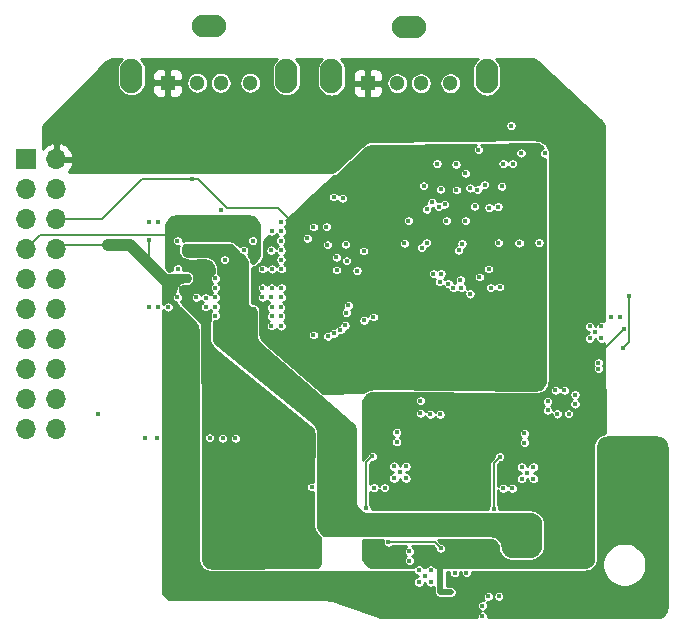
<source format=gbr>
%TF.GenerationSoftware,KiCad,Pcbnew,5.1.10*%
%TF.CreationDate,2021-05-13T15:13:00-07:00*%
%TF.ProjectId,hardware,68617264-7761-4726-952e-6b696361645f,rev?*%
%TF.SameCoordinates,Original*%
%TF.FileFunction,Copper,L2,Inr*%
%TF.FilePolarity,Positive*%
%FSLAX46Y46*%
G04 Gerber Fmt 4.6, Leading zero omitted, Abs format (unit mm)*
G04 Created by KiCad (PCBNEW 5.1.10) date 2021-05-13 15:13:00*
%MOMM*%
%LPD*%
G01*
G04 APERTURE LIST*
%TA.AperFunction,ComponentPad*%
%ADD10O,1.700000X1.700000*%
%TD*%
%TA.AperFunction,ComponentPad*%
%ADD11R,1.700000X1.700000*%
%TD*%
%TA.AperFunction,ComponentPad*%
%ADD12O,2.900000X1.900000*%
%TD*%
%TA.AperFunction,ComponentPad*%
%ADD13O,1.900000X2.900000*%
%TD*%
%TA.AperFunction,ComponentPad*%
%ADD14C,1.300000*%
%TD*%
%TA.AperFunction,ComponentPad*%
%ADD15R,1.300000X1.300000*%
%TD*%
%TA.AperFunction,ComponentPad*%
%ADD16C,0.450000*%
%TD*%
%TA.AperFunction,ViaPad*%
%ADD17C,0.400000*%
%TD*%
%TA.AperFunction,Conductor*%
%ADD18C,0.150000*%
%TD*%
%TA.AperFunction,Conductor*%
%ADD19C,1.000000*%
%TD*%
%TA.AperFunction,Conductor*%
%ADD20C,0.500000*%
%TD*%
%TA.AperFunction,Conductor*%
%ADD21C,0.254000*%
%TD*%
%TA.AperFunction,Conductor*%
%ADD22C,0.100000*%
%TD*%
G04 APERTURE END LIST*
D10*
%TO.N,/gpio/PG8*%
%TO.C,J5*%
X100914200Y-120548400D03*
%TO.N,/gpio/PG6*%
X98374200Y-120548400D03*
%TO.N,/gpio/PG9*%
X100914200Y-118008400D03*
%TO.N,/gpio/PG7*%
X98374200Y-118008400D03*
%TO.N,/gpio/PG11*%
X100914200Y-115468400D03*
%TO.N,/gpio/PG10*%
X98374200Y-115468400D03*
%TO.N,/gpio/UART0_RX*%
X100914200Y-112928400D03*
%TO.N,GND*%
X98374200Y-112928400D03*
%TO.N,/gpio/UART0_TX*%
X100914200Y-110388400D03*
%TO.N,GND*%
X98374200Y-110388400D03*
%TO.N,/gpio/RESET*%
X100914200Y-107848400D03*
%TO.N,Net-(J5-Pad9)*%
X98374200Y-107848400D03*
%TO.N,+3V3*%
X100914200Y-105308400D03*
%TO.N,+3V0*%
X98374200Y-105308400D03*
%TO.N,+1V35*%
X100914200Y-102768400D03*
%TO.N,+1V1*%
X98374200Y-102768400D03*
%TO.N,Net-(J5-Pad4)*%
X100914200Y-100228400D03*
%TO.N,Net-(J5-Pad3)*%
X98374200Y-100228400D03*
%TO.N,+5V*%
X100914200Y-97688400D03*
D11*
%TO.N,GND*%
X98374200Y-97688400D03*
%TD*%
D12*
%TO.N,GND*%
%TO.C,J3*%
X113827440Y-86421240D03*
D13*
X120397440Y-90601240D03*
X107257440Y-90601240D03*
D14*
X117327440Y-91201240D03*
%TO.N,/gpio/USB-DP1*%
X114827440Y-91201240D03*
%TO.N,/gpio/USB-DM1*%
X112827440Y-91201240D03*
D15*
%TO.N,+5V*%
X110327440Y-91201240D03*
%TD*%
D12*
%TO.N,GND*%
%TO.C,J2*%
X130779400Y-86456800D03*
D13*
X137349400Y-90636800D03*
X124209400Y-90636800D03*
D14*
X134279400Y-91236800D03*
%TO.N,/gpio/USB-DP0*%
X131779400Y-91236800D03*
%TO.N,/gpio/USB-DM0*%
X129779400Y-91236800D03*
D15*
%TO.N,+5V*%
X127279400Y-91236800D03*
%TD*%
D16*
%TO.N,GND*%
%TO.C,U6*%
X131600320Y-133458840D03*
X131600320Y-132458840D03*
X132100320Y-132958840D03*
X132600320Y-133458840D03*
X132600320Y-132458840D03*
%TD*%
%TO.N,GND*%
%TO.C,U5*%
X141299820Y-124720160D03*
X140299820Y-124720160D03*
X140799820Y-124220160D03*
X141299820Y-123720160D03*
X140299820Y-123720160D03*
%TD*%
%TO.N,GND*%
%TO.C,U4*%
X130497200Y-124667900D03*
X129497200Y-124667900D03*
X129997200Y-124167900D03*
X130497200Y-123667900D03*
X129497200Y-123667900D03*
%TD*%
%TO.N,GND*%
%TO.C,U3*%
X146058000Y-111828960D03*
X147058000Y-111828960D03*
X146558000Y-112328960D03*
X146058000Y-112828960D03*
X147058000Y-112828960D03*
%TD*%
D17*
%TO.N,d5*%
X134086600Y-108204000D03*
X134756582Y-98089689D03*
%TO.N,d7*%
X134785100Y-100266500D03*
X134518400Y-108566000D03*
%TO.N,d4*%
X135204200Y-108559600D03*
X135535863Y-102868491D03*
%TO.N,d6*%
X133940600Y-102870000D03*
X133363430Y-108065980D03*
%TO.N,d3*%
X119964200Y-106959400D03*
X124387243Y-100866843D03*
%TO.N,d1*%
X124612400Y-105968799D03*
X125145800Y-100990400D03*
%TO.N,d0*%
X132715000Y-101320600D03*
X126935280Y-105434214D03*
%TO.N,d11*%
X119964200Y-102997000D03*
X123774200Y-103378000D03*
%TO.N,adr13*%
X119913400Y-110972600D03*
X124433024Y-112392546D03*
%TO.N,adr9*%
X119151400Y-110972600D03*
X123901200Y-112642556D03*
%TO.N,adr7*%
X119151400Y-110210600D03*
X125361700Y-111721900D03*
%TO.N,adr0*%
X119126000Y-111785400D03*
X122669300Y-112547400D03*
%TO.N,adr3*%
X119964200Y-109347000D03*
X126960754Y-111309200D03*
%TO.N,Net-(C1-Pad2)*%
X134990610Y-105386569D03*
X138742341Y-98051525D03*
%TO.N,+1V35*%
X140716000Y-115519200D03*
X140716000Y-116255800D03*
X140017500Y-115519200D03*
X140017500Y-116255800D03*
X129941933Y-102874467D03*
X129921000Y-103682800D03*
X130755218Y-103688222D03*
X132313448Y-103647932D03*
X139186920Y-104851200D03*
X140924280Y-104825800D03*
X135354190Y-101752400D03*
X136348499Y-98045255D03*
X135548514Y-98081160D03*
X134740600Y-98864570D03*
X131572000Y-97282000D03*
X128828800Y-98463449D03*
X139547600Y-97231200D03*
X141071600Y-97129600D03*
X137655300Y-100939600D03*
X139407900Y-94822000D03*
X117538500Y-108559600D03*
X117525800Y-109372400D03*
X140703300Y-114693700D03*
X112369600Y-99364800D03*
%TO.N,GND*%
X135107680Y-107878880D03*
X147853400Y-111020860D03*
X148640800Y-111020860D03*
X146812000Y-115389660D03*
X146812000Y-114881660D03*
X144830800Y-118386860D03*
X144830800Y-117602000D03*
X130792220Y-131663440D03*
X130797300Y-130860800D03*
X135623300Y-132689600D03*
X134653020Y-132704840D03*
X136989820Y-135458200D03*
X136989820Y-136362440D03*
X138379200Y-134683500D03*
X137477500Y-134683500D03*
X138734800Y-125526800D03*
X142519400Y-118162260D03*
X140545820Y-120878600D03*
X139504420Y-125528260D03*
X144297400Y-119227600D03*
X143314420Y-119229060D03*
X140545820Y-121667460D03*
X142519400Y-118922800D03*
X128701800Y-125476000D03*
X127812800Y-125476000D03*
X129743200Y-120789700D03*
X129743200Y-121615200D03*
X132562600Y-119278400D03*
X133400800Y-119278400D03*
X132283200Y-101904800D03*
X130378200Y-104800400D03*
X130728804Y-102861767D03*
X141772640Y-104744520D03*
X140096240Y-104759760D03*
X135260080Y-104805480D03*
X138328400Y-104749600D03*
X135530329Y-98863201D03*
X133146800Y-98056700D03*
X133464300Y-100215700D03*
X140258800Y-97142300D03*
X142252700Y-97155000D03*
X114363500Y-109372400D03*
X113563400Y-109385100D03*
X112750600Y-109372400D03*
X114363500Y-108559600D03*
X114363500Y-107759500D03*
X114376200Y-110159800D03*
X113563400Y-110172500D03*
X111150400Y-109347000D03*
X114376200Y-110921800D03*
X131724400Y-118110000D03*
X131724400Y-119164100D03*
X143154400Y-117218460D03*
X143916400Y-117218460D03*
X119092337Y-105363599D03*
X137172700Y-99834700D03*
X132257800Y-104736900D03*
%TO.N,dba1*%
X118364000Y-108559600D03*
X139549162Y-98044568D03*
%TO.N,dba2*%
X119126000Y-109372400D03*
X125450600Y-110667800D03*
X138303000Y-101676200D03*
X137693400Y-108534200D03*
%TO.N,dba0*%
X119954406Y-108546999D03*
X125636202Y-110024998D03*
%TO.N,/ram/!LDQS*%
X133479647Y-107366090D03*
X133793904Y-101497335D03*
%TO.N,adr15*%
X138633200Y-99949000D03*
X127762000Y-111029800D03*
X138455400Y-108483400D03*
X119938800Y-111785400D03*
%TO.N,/DVREF*%
X117551200Y-104571800D03*
X114833400Y-101930200D03*
%TO.N,Net-(R6-Pad1)*%
X119151400Y-103764080D03*
%TO.N,/ram/!RST*%
X119913400Y-110210600D03*
X124967299Y-112122000D03*
%TO.N,/ram/!WE*%
X119151400Y-108559600D03*
X137552951Y-101764351D03*
X137530840Y-106963474D03*
X126371400Y-107118200D03*
%TO.N,/ram/!CS*%
X119938800Y-105384600D03*
X123850400Y-104918789D03*
X125488700Y-106273600D03*
X125399800Y-104876600D03*
%TO.N,/ram/!CKE*%
X118364000Y-109347000D03*
X136652000Y-96875600D03*
%TO.N,/ram/!CK*%
X136728200Y-107645200D03*
X136570720Y-100243640D03*
%TO.N,/ram/!CAS*%
X136342123Y-101645915D03*
X119926100Y-106184700D03*
%TO.N,/ram/ODT*%
X119176800Y-106959400D03*
X124643857Y-107048057D03*
%TO.N,/ram/CK*%
X135940800Y-109067600D03*
X135940800Y-100101400D03*
%TO.N,/ram/!RAS*%
X122148600Y-104368600D03*
X118363999Y-106959400D03*
%TO.N,/ram/LDQS*%
X133273800Y-101676200D03*
X132829914Y-107363475D03*
%TO.N,/ram/LDM*%
X131851400Y-105168799D03*
X132003800Y-99923600D03*
%TO.N,/ram/UDM*%
X119948960Y-103759000D03*
X122682000Y-103403400D03*
%TO.N,+2V5*%
X119913400Y-104571800D03*
X122529600Y-125425200D03*
%TO.N,+1V1*%
X141516100Y-130327400D03*
X140716000Y-130327400D03*
X140716000Y-129260600D03*
X141516100Y-129260600D03*
X111798100Y-105625900D03*
X117558820Y-111747300D03*
X116776500Y-106959400D03*
X115938300Y-105371900D03*
X114335620Y-112575280D03*
%TO.N,+3V0*%
X119913400Y-120523000D03*
X120459500Y-119900700D03*
X121005600Y-120523000D03*
X121577100Y-119900700D03*
X111495840Y-108610400D03*
X111912400Y-107010200D03*
X117563999Y-106197400D03*
%TO.N,+3V3*%
X116763800Y-105359200D03*
X111937800Y-107746800D03*
X112750600Y-111760000D03*
X150622000Y-121348500D03*
X149580600Y-121348500D03*
X148590000Y-121348500D03*
X105283000Y-104965500D03*
X108762800Y-104546400D03*
X112776000Y-121259600D03*
X110185200Y-129641600D03*
X110703900Y-123153900D03*
X120904000Y-133299200D03*
X121996200Y-133299200D03*
%TO.N,+5V*%
X148996400Y-112052100D03*
X145186400Y-113652300D03*
X131833620Y-130520440D03*
X133433820Y-134330440D03*
X143383000Y-113205260D03*
X144195800Y-112494060D03*
X138361420Y-124486860D03*
X142171420Y-122886660D03*
X143974820Y-123343860D03*
X143162020Y-124055060D03*
X133172200Y-123291600D03*
X132359400Y-124002800D03*
X127558800Y-124434600D03*
X131368800Y-122834400D03*
X134289800Y-134327900D03*
%TO.N,Net-(C10-Pad1)*%
X148894800Y-113687860D03*
X149421401Y-109261461D03*
%TO.N,Net-(C14-Pad1)*%
X127660400Y-122809000D03*
X127133799Y-127235399D03*
%TO.N,Net-(C22-Pad1)*%
X138463020Y-122861260D03*
X137936419Y-127287659D03*
%TO.N,Net-(C23-Pad1)*%
X133459220Y-130622040D03*
X129032821Y-130095439D03*
%TO.N,/gpio/SD_DET*%
X110375700Y-110185200D03*
X104407790Y-119213810D03*
%TO.N,/gpio/SD_DAT0*%
X109474000Y-121310400D03*
%TO.N,/gpio/SD_CMD*%
X113893600Y-121259600D03*
%TO.N,/gpio/SD_DAT3*%
X114985800Y-121285000D03*
%TO.N,/gpio/SD_DAT2*%
X116078000Y-121285000D03*
%TO.N,/gpio/SD_DAT1*%
X108381800Y-121285000D03*
%TO.N,/VCC-EFUSE*%
X115163600Y-106172000D03*
%TO.N,Net-(C99-Pad1)*%
X111201200Y-106934000D03*
%TO.N,Net-(R30-Pad1)*%
X111150400Y-104571800D03*
%TO.N,/gpio/UART0_TX*%
X108737400Y-110159800D03*
%TO.N,/gpio/UART0_RX*%
X109550200Y-110173000D03*
%TO.N,/gpio/USB-DP0*%
X108737400Y-102997000D03*
%TO.N,/gpio/USB-DM0*%
X109550200Y-102971600D03*
%TD*%
D18*
%TO.N,+1V35*%
X112897002Y-99364800D02*
X115360802Y-101828600D01*
X112369600Y-99364800D02*
X112897002Y-99364800D01*
X115360802Y-101828600D02*
X119684800Y-101828600D01*
X119684800Y-101828600D02*
X120700800Y-102844600D01*
X100914200Y-102768400D02*
X104749600Y-102768400D01*
X108153200Y-99364800D02*
X112369600Y-99364800D01*
X104749600Y-102768400D02*
X108153200Y-99364800D01*
%TO.N,+3V0*%
X99561201Y-104121399D02*
X110508601Y-104121399D01*
X98374200Y-105308400D02*
X99561201Y-104121399D01*
D19*
%TO.N,+3V3*%
X105283000Y-104965500D02*
X107188000Y-104965500D01*
D18*
X108762800Y-104546400D02*
X108762800Y-106400600D01*
X108762800Y-106400600D02*
X108692950Y-106470450D01*
D19*
X108692950Y-106470450D02*
X110172500Y-107950000D01*
X107188000Y-104965500D02*
X108692950Y-106470450D01*
D18*
X101257100Y-104965500D02*
X100914200Y-105308400D01*
X105283000Y-104965500D02*
X101257100Y-104965500D01*
%TO.N,+5V*%
X148996400Y-112052100D02*
X147396200Y-113652300D01*
X147396200Y-113652300D02*
X145186400Y-113652300D01*
X131833620Y-130520440D02*
X133433820Y-132120640D01*
X138361420Y-124486860D02*
X139961620Y-122886660D01*
X139961620Y-122886660D02*
X142171420Y-122886660D01*
X127558800Y-124434600D02*
X129159000Y-122834400D01*
X129159000Y-122834400D02*
X131368800Y-122834400D01*
D20*
X133433820Y-132120640D02*
X133433820Y-134330440D01*
X134287260Y-134330440D02*
X134289800Y-134327900D01*
X133433820Y-134330440D02*
X134287260Y-134330440D01*
D18*
%TO.N,Net-(C10-Pad1)*%
X149421401Y-113161259D02*
X149421401Y-109261461D01*
X148894800Y-113687860D02*
X149421401Y-113161259D01*
%TO.N,Net-(C14-Pad1)*%
X127133799Y-123335601D02*
X127133799Y-127235399D01*
X127660400Y-122809000D02*
X127133799Y-123335601D01*
%TO.N,Net-(C22-Pad1)*%
X138463020Y-122861260D02*
X137936419Y-123387861D01*
X137936419Y-123387861D02*
X137936419Y-127287659D01*
%TO.N,Net-(C23-Pad1)*%
X132932619Y-130095439D02*
X129032821Y-130095439D01*
X133459220Y-130622040D02*
X132932619Y-130095439D01*
%TD*%
D21*
%TO.N,+1V1*%
X115536027Y-104918570D02*
X115696178Y-104965939D01*
X115844356Y-105042951D01*
X115979951Y-105150602D01*
X116296671Y-105455805D01*
X116305131Y-105498336D01*
X116341088Y-105585144D01*
X116393290Y-105663270D01*
X116459730Y-105729710D01*
X116537856Y-105781912D01*
X116624664Y-105817869D01*
X116684814Y-105829834D01*
X116771369Y-105913241D01*
X116888735Y-106051619D01*
X116973029Y-106205024D01*
X117024997Y-106372154D01*
X117043200Y-106552686D01*
X117043200Y-109765881D01*
X117044833Y-109786181D01*
X117063025Y-109898532D01*
X117069394Y-109922599D01*
X117075836Y-109937055D01*
X117128552Y-110037925D01*
X117142191Y-110058754D01*
X117152866Y-110070439D01*
X117234720Y-110149519D01*
X117254235Y-110164979D01*
X117268052Y-110172698D01*
X117370679Y-110221907D01*
X117394075Y-110230419D01*
X117409622Y-110233383D01*
X117615043Y-110259416D01*
X117680585Y-110290843D01*
X117732862Y-110341348D01*
X117766528Y-110405767D01*
X117779800Y-110487734D01*
X117779800Y-112495218D01*
X117780533Y-112508843D01*
X117803553Y-112722175D01*
X117809366Y-112748798D01*
X117877367Y-112952308D01*
X117888726Y-112977078D01*
X117998576Y-113161396D01*
X118014958Y-113183173D01*
X118161600Y-113339813D01*
X118171447Y-113349259D01*
X125877849Y-119984681D01*
X126010686Y-120126636D01*
X126106589Y-120287788D01*
X126165832Y-120465724D01*
X126186398Y-120659043D01*
X126176221Y-126582264D01*
X126176813Y-126594727D01*
X126195734Y-126790061D01*
X126200559Y-126814513D01*
X126257265Y-127002390D01*
X126266773Y-127025428D01*
X126359079Y-127198612D01*
X126372904Y-127219350D01*
X126497256Y-127371172D01*
X126514864Y-127388811D01*
X126666472Y-127513423D01*
X126687186Y-127527283D01*
X126824703Y-127600883D01*
X126829729Y-127605909D01*
X126907855Y-127658111D01*
X126994663Y-127694068D01*
X127086819Y-127712399D01*
X127180779Y-127712399D01*
X127223318Y-127703937D01*
X127290758Y-127710587D01*
X127303220Y-127711200D01*
X137712476Y-127711200D01*
X137797283Y-127746328D01*
X137889439Y-127764659D01*
X137983399Y-127764659D01*
X138075555Y-127746328D01*
X138160362Y-127711200D01*
X141013277Y-127711200D01*
X141190214Y-127728678D01*
X141354297Y-127778605D01*
X141505444Y-127859672D01*
X141637807Y-127968741D01*
X141746270Y-128101596D01*
X141826646Y-128253109D01*
X141875825Y-128417415D01*
X141892496Y-128594435D01*
X141884309Y-130391960D01*
X141866231Y-130567803D01*
X141816128Y-130730799D01*
X141735273Y-130880936D01*
X141626756Y-131012475D01*
X141494723Y-131120392D01*
X141344222Y-131200562D01*
X141180998Y-131249923D01*
X141005069Y-131267200D01*
X139465830Y-131267200D01*
X139292145Y-131247630D01*
X139133942Y-131192273D01*
X138992024Y-131103100D01*
X138873501Y-130984577D01*
X138784329Y-130842660D01*
X138728970Y-130684454D01*
X138708602Y-130503681D01*
X138686631Y-130308686D01*
X138680303Y-130280959D01*
X138615492Y-130095742D01*
X138603153Y-130070120D01*
X138498753Y-129903968D01*
X138481022Y-129881733D01*
X138342267Y-129742978D01*
X138320032Y-129725247D01*
X138153880Y-129620847D01*
X138128257Y-129608508D01*
X137943040Y-129543698D01*
X137915315Y-129537370D01*
X137720320Y-129515399D01*
X137706100Y-129514600D01*
X123949609Y-129514600D01*
X123772615Y-129497112D01*
X123608490Y-129447157D01*
X123457317Y-129366048D01*
X123324935Y-129256920D01*
X123216474Y-129123998D01*
X123136122Y-128972418D01*
X123086989Y-128808044D01*
X123070387Y-128630972D01*
X123109070Y-120901492D01*
X123108349Y-120887323D01*
X123084578Y-120665517D01*
X123078436Y-120637860D01*
X123006085Y-120426843D01*
X122993964Y-120401236D01*
X122876634Y-120211508D01*
X122859139Y-120189225D01*
X122702669Y-120030228D01*
X122692168Y-120020687D01*
X114564516Y-113426142D01*
X114423850Y-113283415D01*
X114321822Y-113119240D01*
X114258458Y-112936625D01*
X114236078Y-112737476D01*
X114235320Y-111871511D01*
X114247415Y-111720670D01*
X114300581Y-111393103D01*
X114329220Y-111398800D01*
X114423180Y-111398800D01*
X114515336Y-111380469D01*
X114602144Y-111344512D01*
X114680270Y-111292310D01*
X114746710Y-111225870D01*
X114798912Y-111147744D01*
X114834869Y-111060936D01*
X114853200Y-110968780D01*
X114853200Y-110874820D01*
X114834869Y-110782664D01*
X114798912Y-110695856D01*
X114746710Y-110617730D01*
X114680270Y-110551290D01*
X114664571Y-110540800D01*
X114680270Y-110530310D01*
X114746710Y-110463870D01*
X114798912Y-110385744D01*
X114834869Y-110298936D01*
X114853200Y-110206780D01*
X114853200Y-110112820D01*
X114834869Y-110020664D01*
X114798912Y-109933856D01*
X114746710Y-109855730D01*
X114680270Y-109789290D01*
X114639214Y-109761857D01*
X114667570Y-109742910D01*
X114734010Y-109676470D01*
X114786212Y-109598344D01*
X114822169Y-109511536D01*
X114840500Y-109419380D01*
X114840500Y-109325420D01*
X114822169Y-109233264D01*
X114786212Y-109146456D01*
X114734010Y-109068330D01*
X114667570Y-109001890D01*
X114631366Y-108977699D01*
X114631346Y-108954314D01*
X114667570Y-108930110D01*
X114734010Y-108863670D01*
X114786212Y-108785544D01*
X114822169Y-108698736D01*
X114840500Y-108606580D01*
X114840500Y-108512620D01*
X114822169Y-108420464D01*
X114786212Y-108333656D01*
X114734010Y-108255530D01*
X114667570Y-108189090D01*
X114630655Y-108164424D01*
X114630646Y-108154682D01*
X114667570Y-108130010D01*
X114734010Y-108063570D01*
X114786212Y-107985444D01*
X114822169Y-107898636D01*
X114840500Y-107806480D01*
X114840500Y-107712520D01*
X114822169Y-107620364D01*
X114786212Y-107533556D01*
X114734010Y-107455430D01*
X114667570Y-107388990D01*
X114629954Y-107363856D01*
X114629595Y-106953628D01*
X114628968Y-106941131D01*
X114609431Y-106745300D01*
X114604514Y-106720794D01*
X114547002Y-106532583D01*
X114537382Y-106509516D01*
X114444124Y-106336212D01*
X114430171Y-106315474D01*
X114304777Y-106163792D01*
X114287034Y-106146189D01*
X114261010Y-106125020D01*
X114686600Y-106125020D01*
X114686600Y-106218980D01*
X114704931Y-106311136D01*
X114740888Y-106397944D01*
X114793090Y-106476070D01*
X114859530Y-106542510D01*
X114937656Y-106594712D01*
X115024464Y-106630669D01*
X115116620Y-106649000D01*
X115210580Y-106649000D01*
X115302736Y-106630669D01*
X115389544Y-106594712D01*
X115467670Y-106542510D01*
X115534110Y-106476070D01*
X115586312Y-106397944D01*
X115622269Y-106311136D01*
X115640600Y-106218980D01*
X115640600Y-106125020D01*
X115622269Y-106032864D01*
X115586312Y-105946056D01*
X115534110Y-105867930D01*
X115467670Y-105801490D01*
X115389544Y-105749288D01*
X115302736Y-105713331D01*
X115210580Y-105695000D01*
X115116620Y-105695000D01*
X115024464Y-105713331D01*
X114937656Y-105749288D01*
X114859530Y-105801490D01*
X114793090Y-105867930D01*
X114740888Y-105946056D01*
X114704931Y-106032864D01*
X114686600Y-106125020D01*
X114261010Y-106125020D01*
X114134362Y-106022001D01*
X114113515Y-106008214D01*
X113939478Y-105916332D01*
X113916334Y-105906894D01*
X113727673Y-105850876D01*
X113703129Y-105846154D01*
X113507150Y-105828170D01*
X113494650Y-105827642D01*
X112091281Y-105837536D01*
X111961631Y-105821377D01*
X111848381Y-105775343D01*
X111750926Y-105701538D01*
X111675920Y-105605003D01*
X111628490Y-105492333D01*
X111611874Y-105371239D01*
X111627206Y-105250221D01*
X111673431Y-105137353D01*
X111747378Y-105040362D01*
X111843975Y-104965900D01*
X111956592Y-104919077D01*
X112085860Y-104902000D01*
X115363699Y-104902000D01*
X115536027Y-104918570D01*
%TA.AperFunction,Conductor*%
D22*
G36*
X115536027Y-104918570D02*
G01*
X115696178Y-104965939D01*
X115844356Y-105042951D01*
X115979951Y-105150602D01*
X116296671Y-105455805D01*
X116305131Y-105498336D01*
X116341088Y-105585144D01*
X116393290Y-105663270D01*
X116459730Y-105729710D01*
X116537856Y-105781912D01*
X116624664Y-105817869D01*
X116684814Y-105829834D01*
X116771369Y-105913241D01*
X116888735Y-106051619D01*
X116973029Y-106205024D01*
X117024997Y-106372154D01*
X117043200Y-106552686D01*
X117043200Y-109765881D01*
X117044833Y-109786181D01*
X117063025Y-109898532D01*
X117069394Y-109922599D01*
X117075836Y-109937055D01*
X117128552Y-110037925D01*
X117142191Y-110058754D01*
X117152866Y-110070439D01*
X117234720Y-110149519D01*
X117254235Y-110164979D01*
X117268052Y-110172698D01*
X117370679Y-110221907D01*
X117394075Y-110230419D01*
X117409622Y-110233383D01*
X117615043Y-110259416D01*
X117680585Y-110290843D01*
X117732862Y-110341348D01*
X117766528Y-110405767D01*
X117779800Y-110487734D01*
X117779800Y-112495218D01*
X117780533Y-112508843D01*
X117803553Y-112722175D01*
X117809366Y-112748798D01*
X117877367Y-112952308D01*
X117888726Y-112977078D01*
X117998576Y-113161396D01*
X118014958Y-113183173D01*
X118161600Y-113339813D01*
X118171447Y-113349259D01*
X125877849Y-119984681D01*
X126010686Y-120126636D01*
X126106589Y-120287788D01*
X126165832Y-120465724D01*
X126186398Y-120659043D01*
X126176221Y-126582264D01*
X126176813Y-126594727D01*
X126195734Y-126790061D01*
X126200559Y-126814513D01*
X126257265Y-127002390D01*
X126266773Y-127025428D01*
X126359079Y-127198612D01*
X126372904Y-127219350D01*
X126497256Y-127371172D01*
X126514864Y-127388811D01*
X126666472Y-127513423D01*
X126687186Y-127527283D01*
X126824703Y-127600883D01*
X126829729Y-127605909D01*
X126907855Y-127658111D01*
X126994663Y-127694068D01*
X127086819Y-127712399D01*
X127180779Y-127712399D01*
X127223318Y-127703937D01*
X127290758Y-127710587D01*
X127303220Y-127711200D01*
X137712476Y-127711200D01*
X137797283Y-127746328D01*
X137889439Y-127764659D01*
X137983399Y-127764659D01*
X138075555Y-127746328D01*
X138160362Y-127711200D01*
X141013277Y-127711200D01*
X141190214Y-127728678D01*
X141354297Y-127778605D01*
X141505444Y-127859672D01*
X141637807Y-127968741D01*
X141746270Y-128101596D01*
X141826646Y-128253109D01*
X141875825Y-128417415D01*
X141892496Y-128594435D01*
X141884309Y-130391960D01*
X141866231Y-130567803D01*
X141816128Y-130730799D01*
X141735273Y-130880936D01*
X141626756Y-131012475D01*
X141494723Y-131120392D01*
X141344222Y-131200562D01*
X141180998Y-131249923D01*
X141005069Y-131267200D01*
X139465830Y-131267200D01*
X139292145Y-131247630D01*
X139133942Y-131192273D01*
X138992024Y-131103100D01*
X138873501Y-130984577D01*
X138784329Y-130842660D01*
X138728970Y-130684454D01*
X138708602Y-130503681D01*
X138686631Y-130308686D01*
X138680303Y-130280959D01*
X138615492Y-130095742D01*
X138603153Y-130070120D01*
X138498753Y-129903968D01*
X138481022Y-129881733D01*
X138342267Y-129742978D01*
X138320032Y-129725247D01*
X138153880Y-129620847D01*
X138128257Y-129608508D01*
X137943040Y-129543698D01*
X137915315Y-129537370D01*
X137720320Y-129515399D01*
X137706100Y-129514600D01*
X123949609Y-129514600D01*
X123772615Y-129497112D01*
X123608490Y-129447157D01*
X123457317Y-129366048D01*
X123324935Y-129256920D01*
X123216474Y-129123998D01*
X123136122Y-128972418D01*
X123086989Y-128808044D01*
X123070387Y-128630972D01*
X123109070Y-120901492D01*
X123108349Y-120887323D01*
X123084578Y-120665517D01*
X123078436Y-120637860D01*
X123006085Y-120426843D01*
X122993964Y-120401236D01*
X122876634Y-120211508D01*
X122859139Y-120189225D01*
X122702669Y-120030228D01*
X122692168Y-120020687D01*
X114564516Y-113426142D01*
X114423850Y-113283415D01*
X114321822Y-113119240D01*
X114258458Y-112936625D01*
X114236078Y-112737476D01*
X114235320Y-111871511D01*
X114247415Y-111720670D01*
X114300581Y-111393103D01*
X114329220Y-111398800D01*
X114423180Y-111398800D01*
X114515336Y-111380469D01*
X114602144Y-111344512D01*
X114680270Y-111292310D01*
X114746710Y-111225870D01*
X114798912Y-111147744D01*
X114834869Y-111060936D01*
X114853200Y-110968780D01*
X114853200Y-110874820D01*
X114834869Y-110782664D01*
X114798912Y-110695856D01*
X114746710Y-110617730D01*
X114680270Y-110551290D01*
X114664571Y-110540800D01*
X114680270Y-110530310D01*
X114746710Y-110463870D01*
X114798912Y-110385744D01*
X114834869Y-110298936D01*
X114853200Y-110206780D01*
X114853200Y-110112820D01*
X114834869Y-110020664D01*
X114798912Y-109933856D01*
X114746710Y-109855730D01*
X114680270Y-109789290D01*
X114639214Y-109761857D01*
X114667570Y-109742910D01*
X114734010Y-109676470D01*
X114786212Y-109598344D01*
X114822169Y-109511536D01*
X114840500Y-109419380D01*
X114840500Y-109325420D01*
X114822169Y-109233264D01*
X114786212Y-109146456D01*
X114734010Y-109068330D01*
X114667570Y-109001890D01*
X114631366Y-108977699D01*
X114631346Y-108954314D01*
X114667570Y-108930110D01*
X114734010Y-108863670D01*
X114786212Y-108785544D01*
X114822169Y-108698736D01*
X114840500Y-108606580D01*
X114840500Y-108512620D01*
X114822169Y-108420464D01*
X114786212Y-108333656D01*
X114734010Y-108255530D01*
X114667570Y-108189090D01*
X114630655Y-108164424D01*
X114630646Y-108154682D01*
X114667570Y-108130010D01*
X114734010Y-108063570D01*
X114786212Y-107985444D01*
X114822169Y-107898636D01*
X114840500Y-107806480D01*
X114840500Y-107712520D01*
X114822169Y-107620364D01*
X114786212Y-107533556D01*
X114734010Y-107455430D01*
X114667570Y-107388990D01*
X114629954Y-107363856D01*
X114629595Y-106953628D01*
X114628968Y-106941131D01*
X114609431Y-106745300D01*
X114604514Y-106720794D01*
X114547002Y-106532583D01*
X114537382Y-106509516D01*
X114444124Y-106336212D01*
X114430171Y-106315474D01*
X114304777Y-106163792D01*
X114287034Y-106146189D01*
X114261010Y-106125020D01*
X114686600Y-106125020D01*
X114686600Y-106218980D01*
X114704931Y-106311136D01*
X114740888Y-106397944D01*
X114793090Y-106476070D01*
X114859530Y-106542510D01*
X114937656Y-106594712D01*
X115024464Y-106630669D01*
X115116620Y-106649000D01*
X115210580Y-106649000D01*
X115302736Y-106630669D01*
X115389544Y-106594712D01*
X115467670Y-106542510D01*
X115534110Y-106476070D01*
X115586312Y-106397944D01*
X115622269Y-106311136D01*
X115640600Y-106218980D01*
X115640600Y-106125020D01*
X115622269Y-106032864D01*
X115586312Y-105946056D01*
X115534110Y-105867930D01*
X115467670Y-105801490D01*
X115389544Y-105749288D01*
X115302736Y-105713331D01*
X115210580Y-105695000D01*
X115116620Y-105695000D01*
X115024464Y-105713331D01*
X114937656Y-105749288D01*
X114859530Y-105801490D01*
X114793090Y-105867930D01*
X114740888Y-105946056D01*
X114704931Y-106032864D01*
X114686600Y-106125020D01*
X114261010Y-106125020D01*
X114134362Y-106022001D01*
X114113515Y-106008214D01*
X113939478Y-105916332D01*
X113916334Y-105906894D01*
X113727673Y-105850876D01*
X113703129Y-105846154D01*
X113507150Y-105828170D01*
X113494650Y-105827642D01*
X112091281Y-105837536D01*
X111961631Y-105821377D01*
X111848381Y-105775343D01*
X111750926Y-105701538D01*
X111675920Y-105605003D01*
X111628490Y-105492333D01*
X111611874Y-105371239D01*
X111627206Y-105250221D01*
X111673431Y-105137353D01*
X111747378Y-105040362D01*
X111843975Y-104965900D01*
X111956592Y-104919077D01*
X112085860Y-104902000D01*
X115363699Y-104902000D01*
X115536027Y-104918570D01*
G37*
%TD.AperFunction*%
%TD*%
D21*
%TO.N,+3V3*%
X111773264Y-107468869D02*
X111865420Y-107487200D01*
X111959380Y-107487200D01*
X112035251Y-107472108D01*
X112085777Y-107497853D01*
X112148647Y-107560723D01*
X112189010Y-107639939D01*
X112202917Y-107727750D01*
X112189010Y-107815561D01*
X112148647Y-107894777D01*
X112085777Y-107957647D01*
X112006561Y-107998010D01*
X111908758Y-108013500D01*
X111728250Y-108013500D01*
X111711673Y-108014586D01*
X111555540Y-108035141D01*
X111523516Y-108043722D01*
X111378024Y-108103987D01*
X111349312Y-108120564D01*
X111224375Y-108216432D01*
X111219336Y-108221471D01*
X111191770Y-108239890D01*
X111125330Y-108306330D01*
X111073128Y-108384456D01*
X111037171Y-108471264D01*
X111018840Y-108563420D01*
X111018840Y-108577124D01*
X110999086Y-108727173D01*
X110998000Y-108743750D01*
X110998000Y-108893825D01*
X110924456Y-108924288D01*
X110846330Y-108976490D01*
X110779890Y-109042930D01*
X110727688Y-109121056D01*
X110691731Y-109207864D01*
X110673400Y-109300020D01*
X110673400Y-109393980D01*
X110691731Y-109486136D01*
X110727688Y-109572944D01*
X110779890Y-109651070D01*
X110846330Y-109717510D01*
X110924456Y-109769712D01*
X111011264Y-109805669D01*
X111070666Y-109817485D01*
X111083517Y-109858792D01*
X111093496Y-109882252D01*
X111190214Y-110058160D01*
X111204678Y-110079155D01*
X111334581Y-110232201D01*
X111343318Y-110241504D01*
X112606554Y-111457796D01*
X112723720Y-111595750D01*
X112807978Y-111748666D01*
X112860098Y-111915298D01*
X112878647Y-112095331D01*
X112925966Y-131525357D01*
X112926608Y-131537799D01*
X112946284Y-131732776D01*
X112951197Y-131757175D01*
X113008521Y-131944569D01*
X113018098Y-131967540D01*
X113110867Y-132140158D01*
X113124740Y-132160821D01*
X113249392Y-132312031D01*
X113267028Y-132329591D01*
X113418776Y-132453588D01*
X113439498Y-132467371D01*
X113612515Y-132559393D01*
X113635528Y-132568871D01*
X113823169Y-132625384D01*
X113847589Y-132630191D01*
X114042649Y-132649023D01*
X114055093Y-132649611D01*
X131122620Y-132617359D01*
X131155453Y-132696626D01*
X131210391Y-132778846D01*
X131280314Y-132848769D01*
X131362534Y-132903707D01*
X131453892Y-132941548D01*
X131540823Y-132958840D01*
X131453892Y-132976132D01*
X131362534Y-133013973D01*
X131280314Y-133068911D01*
X131210391Y-133138834D01*
X131155453Y-133221054D01*
X131117612Y-133312412D01*
X131098320Y-133409397D01*
X131098320Y-133508283D01*
X131117612Y-133605268D01*
X131155453Y-133696626D01*
X131210391Y-133778846D01*
X131280314Y-133848769D01*
X131362534Y-133903707D01*
X131453892Y-133941548D01*
X131550877Y-133960840D01*
X131649763Y-133960840D01*
X131746748Y-133941548D01*
X131838106Y-133903707D01*
X131920326Y-133848769D01*
X131990249Y-133778846D01*
X132045187Y-133696626D01*
X132083028Y-133605268D01*
X132100320Y-133518337D01*
X132117612Y-133605268D01*
X132155453Y-133696626D01*
X132210391Y-133778846D01*
X132280314Y-133848769D01*
X132362534Y-133903707D01*
X132453892Y-133941548D01*
X132550877Y-133960840D01*
X132649763Y-133960840D01*
X132746748Y-133941548D01*
X132838106Y-133903707D01*
X132906821Y-133857793D01*
X132906821Y-134304549D01*
X132904271Y-134330440D01*
X132914446Y-134433750D01*
X132944581Y-134533090D01*
X132993516Y-134624642D01*
X133059372Y-134704888D01*
X133139618Y-134770744D01*
X133231170Y-134819679D01*
X133330510Y-134849814D01*
X133407939Y-134857440D01*
X133433820Y-134859989D01*
X133459701Y-134857440D01*
X134261379Y-134857440D01*
X134287260Y-134859989D01*
X134313141Y-134857440D01*
X134390570Y-134849814D01*
X134489910Y-134819679D01*
X134581462Y-134770744D01*
X134661708Y-134704888D01*
X134678215Y-134684774D01*
X134680745Y-134682244D01*
X134730104Y-134622101D01*
X134779039Y-134530549D01*
X134809174Y-134431209D01*
X134819349Y-134327901D01*
X134809174Y-134224591D01*
X134779039Y-134125252D01*
X134730104Y-134033699D01*
X134664247Y-133953453D01*
X134584001Y-133887596D01*
X134492448Y-133838661D01*
X134393109Y-133808526D01*
X134289799Y-133798351D01*
X134238130Y-133803440D01*
X133960820Y-133803440D01*
X133960820Y-132611996D01*
X134185227Y-132611572D01*
X134176020Y-132657860D01*
X134176020Y-132751820D01*
X134194351Y-132843976D01*
X134230308Y-132930784D01*
X134282510Y-133008910D01*
X134348950Y-133075350D01*
X134427076Y-133127552D01*
X134513884Y-133163509D01*
X134606040Y-133181840D01*
X134700000Y-133181840D01*
X134792156Y-133163509D01*
X134878964Y-133127552D01*
X134957090Y-133075350D01*
X135023530Y-133008910D01*
X135075732Y-132930784D01*
X135111689Y-132843976D01*
X135130020Y-132751820D01*
X135130020Y-132657860D01*
X135120461Y-132609805D01*
X135152840Y-132609744D01*
X135146300Y-132642620D01*
X135146300Y-132736580D01*
X135164631Y-132828736D01*
X135200588Y-132915544D01*
X135252790Y-132993670D01*
X135319230Y-133060110D01*
X135397356Y-133112312D01*
X135484164Y-133148269D01*
X135576320Y-133166600D01*
X135670280Y-133166600D01*
X135762436Y-133148269D01*
X135849244Y-133112312D01*
X135927370Y-133060110D01*
X135993810Y-132993670D01*
X136046012Y-132915544D01*
X136081969Y-132828736D01*
X136100300Y-132736580D01*
X136100300Y-132642620D01*
X136093407Y-132607966D01*
X145658378Y-132589892D01*
X145670836Y-132589256D01*
X145866069Y-132569637D01*
X145890500Y-132564724D01*
X146078144Y-132507359D01*
X146101145Y-132497771D01*
X146273974Y-132404870D01*
X146294660Y-132390975D01*
X146446022Y-132266113D01*
X146463596Y-132248447D01*
X146587663Y-132096433D01*
X146601450Y-132075674D01*
X146693444Y-131902360D01*
X146702911Y-131879309D01*
X146722163Y-131815132D01*
X147123000Y-131815132D01*
X147123000Y-132184868D01*
X147195132Y-132547501D01*
X147336624Y-132889093D01*
X147542039Y-133196518D01*
X147803482Y-133457961D01*
X148110907Y-133663376D01*
X148452499Y-133804868D01*
X148815132Y-133877000D01*
X149184868Y-133877000D01*
X149547501Y-133804868D01*
X149889093Y-133663376D01*
X150196518Y-133457961D01*
X150457961Y-133196518D01*
X150663376Y-132889093D01*
X150804868Y-132547501D01*
X150877000Y-132184868D01*
X150877000Y-131815132D01*
X150804868Y-131452499D01*
X150663376Y-131110907D01*
X150457961Y-130803482D01*
X150196518Y-130542039D01*
X149889093Y-130336624D01*
X149547501Y-130195132D01*
X149184868Y-130123000D01*
X148815132Y-130123000D01*
X148452499Y-130195132D01*
X148110907Y-130336624D01*
X147803482Y-130542039D01*
X147542039Y-130803482D01*
X147336624Y-131110907D01*
X147195132Y-131452499D01*
X147123000Y-131815132D01*
X146722163Y-131815132D01*
X146759291Y-131691367D01*
X146764075Y-131666911D01*
X146782671Y-131471578D01*
X146783242Y-131459116D01*
X146751883Y-122103682D01*
X146768742Y-121926815D01*
X146818043Y-121762683D01*
X146898484Y-121611351D01*
X147006957Y-121478666D01*
X147139277Y-121369749D01*
X147290337Y-121288802D01*
X147454302Y-121238952D01*
X147631112Y-121221500D01*
X151711266Y-121221500D01*
X151887689Y-121238876D01*
X152051350Y-121288522D01*
X152202172Y-121369138D01*
X152334370Y-121477630D01*
X152442862Y-121609828D01*
X152523478Y-121760650D01*
X152573124Y-121924311D01*
X152590500Y-122100734D01*
X152590500Y-135579654D01*
X152573066Y-135756371D01*
X152523261Y-135920269D01*
X152442389Y-136071274D01*
X152333568Y-136203567D01*
X152200991Y-136312046D01*
X152049776Y-136392524D01*
X151885746Y-136441905D01*
X151708991Y-136458880D01*
X137464341Y-136421881D01*
X137466820Y-136409420D01*
X137466820Y-136315460D01*
X137448489Y-136223304D01*
X137412532Y-136136496D01*
X137360330Y-136058370D01*
X137293890Y-135991930D01*
X137215764Y-135939728D01*
X137144767Y-135910320D01*
X137215764Y-135880912D01*
X137293890Y-135828710D01*
X137360330Y-135762270D01*
X137412532Y-135684144D01*
X137448489Y-135597336D01*
X137466820Y-135505180D01*
X137466820Y-135411220D01*
X137448489Y-135319064D01*
X137412532Y-135232256D01*
X137360330Y-135154130D01*
X137350853Y-135144653D01*
X137430520Y-135160500D01*
X137524480Y-135160500D01*
X137616636Y-135142169D01*
X137703444Y-135106212D01*
X137781570Y-135054010D01*
X137848010Y-134987570D01*
X137900212Y-134909444D01*
X137928350Y-134841513D01*
X137956488Y-134909444D01*
X138008690Y-134987570D01*
X138075130Y-135054010D01*
X138153256Y-135106212D01*
X138240064Y-135142169D01*
X138332220Y-135160500D01*
X138426180Y-135160500D01*
X138518336Y-135142169D01*
X138605144Y-135106212D01*
X138683270Y-135054010D01*
X138749710Y-134987570D01*
X138801912Y-134909444D01*
X138837869Y-134822636D01*
X138856200Y-134730480D01*
X138856200Y-134636520D01*
X138837869Y-134544364D01*
X138801912Y-134457556D01*
X138749710Y-134379430D01*
X138683270Y-134312990D01*
X138605144Y-134260788D01*
X138518336Y-134224831D01*
X138426180Y-134206500D01*
X138332220Y-134206500D01*
X138240064Y-134224831D01*
X138153256Y-134260788D01*
X138075130Y-134312990D01*
X138008690Y-134379430D01*
X137956488Y-134457556D01*
X137928350Y-134525487D01*
X137900212Y-134457556D01*
X137848010Y-134379430D01*
X137781570Y-134312990D01*
X137703444Y-134260788D01*
X137616636Y-134224831D01*
X137524480Y-134206500D01*
X137430520Y-134206500D01*
X137338364Y-134224831D01*
X137251556Y-134260788D01*
X137173430Y-134312990D01*
X137106990Y-134379430D01*
X137054788Y-134457556D01*
X137018831Y-134544364D01*
X137000500Y-134636520D01*
X137000500Y-134730480D01*
X137018831Y-134822636D01*
X137054788Y-134909444D01*
X137106990Y-134987570D01*
X137116467Y-134997047D01*
X137036800Y-134981200D01*
X136942840Y-134981200D01*
X136850684Y-134999531D01*
X136763876Y-135035488D01*
X136685750Y-135087690D01*
X136619310Y-135154130D01*
X136567108Y-135232256D01*
X136531151Y-135319064D01*
X136512820Y-135411220D01*
X136512820Y-135505180D01*
X136531151Y-135597336D01*
X136567108Y-135684144D01*
X136619310Y-135762270D01*
X136685750Y-135828710D01*
X136763876Y-135880912D01*
X136834873Y-135910320D01*
X136763876Y-135939728D01*
X136685750Y-135991930D01*
X136619310Y-136058370D01*
X136567108Y-136136496D01*
X136531151Y-136223304D01*
X136512820Y-136315460D01*
X136512820Y-136409420D01*
X136514808Y-136419415D01*
X128441069Y-136398444D01*
X128293391Y-136385917D01*
X128149741Y-136349442D01*
X124214557Y-134998559D01*
X124204498Y-134995564D01*
X124044400Y-134955023D01*
X124023711Y-134951571D01*
X123859124Y-134937934D01*
X123848637Y-134937500D01*
X110797734Y-134937500D01*
X110621311Y-134920124D01*
X110457650Y-134870478D01*
X110306828Y-134789862D01*
X110174630Y-134681370D01*
X110066138Y-134549172D01*
X109985522Y-134398350D01*
X109935876Y-134234689D01*
X109918500Y-134058266D01*
X109918500Y-121483743D01*
X109932669Y-121449536D01*
X109951000Y-121357380D01*
X109951000Y-121263420D01*
X109932669Y-121171264D01*
X109918500Y-121137057D01*
X109918500Y-110479280D01*
X109920710Y-110477070D01*
X109958874Y-110419953D01*
X110005190Y-110489270D01*
X110071630Y-110555710D01*
X110149756Y-110607912D01*
X110236564Y-110643869D01*
X110328720Y-110662200D01*
X110422680Y-110662200D01*
X110514836Y-110643869D01*
X110601644Y-110607912D01*
X110679770Y-110555710D01*
X110746210Y-110489270D01*
X110798412Y-110411144D01*
X110834369Y-110324336D01*
X110852700Y-110232180D01*
X110852700Y-110138220D01*
X110834369Y-110046064D01*
X110798412Y-109959256D01*
X110746210Y-109881130D01*
X110679770Y-109814690D01*
X110601644Y-109762488D01*
X110514836Y-109726531D01*
X110422680Y-109708200D01*
X110328720Y-109708200D01*
X110236564Y-109726531D01*
X110149756Y-109762488D01*
X110071630Y-109814690D01*
X110005190Y-109881130D01*
X109967026Y-109938247D01*
X109920710Y-109868930D01*
X109918500Y-109866720D01*
X109918500Y-108321234D01*
X109935876Y-108144811D01*
X109985522Y-107981150D01*
X110066138Y-107830328D01*
X110174630Y-107698130D01*
X110306828Y-107589638D01*
X110457650Y-107509022D01*
X110621311Y-107459376D01*
X110797734Y-107442000D01*
X111708396Y-107442000D01*
X111773264Y-107468869D01*
%TA.AperFunction,Conductor*%
D22*
G36*
X111773264Y-107468869D02*
G01*
X111865420Y-107487200D01*
X111959380Y-107487200D01*
X112035251Y-107472108D01*
X112085777Y-107497853D01*
X112148647Y-107560723D01*
X112189010Y-107639939D01*
X112202917Y-107727750D01*
X112189010Y-107815561D01*
X112148647Y-107894777D01*
X112085777Y-107957647D01*
X112006561Y-107998010D01*
X111908758Y-108013500D01*
X111728250Y-108013500D01*
X111711673Y-108014586D01*
X111555540Y-108035141D01*
X111523516Y-108043722D01*
X111378024Y-108103987D01*
X111349312Y-108120564D01*
X111224375Y-108216432D01*
X111219336Y-108221471D01*
X111191770Y-108239890D01*
X111125330Y-108306330D01*
X111073128Y-108384456D01*
X111037171Y-108471264D01*
X111018840Y-108563420D01*
X111018840Y-108577124D01*
X110999086Y-108727173D01*
X110998000Y-108743750D01*
X110998000Y-108893825D01*
X110924456Y-108924288D01*
X110846330Y-108976490D01*
X110779890Y-109042930D01*
X110727688Y-109121056D01*
X110691731Y-109207864D01*
X110673400Y-109300020D01*
X110673400Y-109393980D01*
X110691731Y-109486136D01*
X110727688Y-109572944D01*
X110779890Y-109651070D01*
X110846330Y-109717510D01*
X110924456Y-109769712D01*
X111011264Y-109805669D01*
X111070666Y-109817485D01*
X111083517Y-109858792D01*
X111093496Y-109882252D01*
X111190214Y-110058160D01*
X111204678Y-110079155D01*
X111334581Y-110232201D01*
X111343318Y-110241504D01*
X112606554Y-111457796D01*
X112723720Y-111595750D01*
X112807978Y-111748666D01*
X112860098Y-111915298D01*
X112878647Y-112095331D01*
X112925966Y-131525357D01*
X112926608Y-131537799D01*
X112946284Y-131732776D01*
X112951197Y-131757175D01*
X113008521Y-131944569D01*
X113018098Y-131967540D01*
X113110867Y-132140158D01*
X113124740Y-132160821D01*
X113249392Y-132312031D01*
X113267028Y-132329591D01*
X113418776Y-132453588D01*
X113439498Y-132467371D01*
X113612515Y-132559393D01*
X113635528Y-132568871D01*
X113823169Y-132625384D01*
X113847589Y-132630191D01*
X114042649Y-132649023D01*
X114055093Y-132649611D01*
X131122620Y-132617359D01*
X131155453Y-132696626D01*
X131210391Y-132778846D01*
X131280314Y-132848769D01*
X131362534Y-132903707D01*
X131453892Y-132941548D01*
X131540823Y-132958840D01*
X131453892Y-132976132D01*
X131362534Y-133013973D01*
X131280314Y-133068911D01*
X131210391Y-133138834D01*
X131155453Y-133221054D01*
X131117612Y-133312412D01*
X131098320Y-133409397D01*
X131098320Y-133508283D01*
X131117612Y-133605268D01*
X131155453Y-133696626D01*
X131210391Y-133778846D01*
X131280314Y-133848769D01*
X131362534Y-133903707D01*
X131453892Y-133941548D01*
X131550877Y-133960840D01*
X131649763Y-133960840D01*
X131746748Y-133941548D01*
X131838106Y-133903707D01*
X131920326Y-133848769D01*
X131990249Y-133778846D01*
X132045187Y-133696626D01*
X132083028Y-133605268D01*
X132100320Y-133518337D01*
X132117612Y-133605268D01*
X132155453Y-133696626D01*
X132210391Y-133778846D01*
X132280314Y-133848769D01*
X132362534Y-133903707D01*
X132453892Y-133941548D01*
X132550877Y-133960840D01*
X132649763Y-133960840D01*
X132746748Y-133941548D01*
X132838106Y-133903707D01*
X132906821Y-133857793D01*
X132906821Y-134304549D01*
X132904271Y-134330440D01*
X132914446Y-134433750D01*
X132944581Y-134533090D01*
X132993516Y-134624642D01*
X133059372Y-134704888D01*
X133139618Y-134770744D01*
X133231170Y-134819679D01*
X133330510Y-134849814D01*
X133407939Y-134857440D01*
X133433820Y-134859989D01*
X133459701Y-134857440D01*
X134261379Y-134857440D01*
X134287260Y-134859989D01*
X134313141Y-134857440D01*
X134390570Y-134849814D01*
X134489910Y-134819679D01*
X134581462Y-134770744D01*
X134661708Y-134704888D01*
X134678215Y-134684774D01*
X134680745Y-134682244D01*
X134730104Y-134622101D01*
X134779039Y-134530549D01*
X134809174Y-134431209D01*
X134819349Y-134327901D01*
X134809174Y-134224591D01*
X134779039Y-134125252D01*
X134730104Y-134033699D01*
X134664247Y-133953453D01*
X134584001Y-133887596D01*
X134492448Y-133838661D01*
X134393109Y-133808526D01*
X134289799Y-133798351D01*
X134238130Y-133803440D01*
X133960820Y-133803440D01*
X133960820Y-132611996D01*
X134185227Y-132611572D01*
X134176020Y-132657860D01*
X134176020Y-132751820D01*
X134194351Y-132843976D01*
X134230308Y-132930784D01*
X134282510Y-133008910D01*
X134348950Y-133075350D01*
X134427076Y-133127552D01*
X134513884Y-133163509D01*
X134606040Y-133181840D01*
X134700000Y-133181840D01*
X134792156Y-133163509D01*
X134878964Y-133127552D01*
X134957090Y-133075350D01*
X135023530Y-133008910D01*
X135075732Y-132930784D01*
X135111689Y-132843976D01*
X135130020Y-132751820D01*
X135130020Y-132657860D01*
X135120461Y-132609805D01*
X135152840Y-132609744D01*
X135146300Y-132642620D01*
X135146300Y-132736580D01*
X135164631Y-132828736D01*
X135200588Y-132915544D01*
X135252790Y-132993670D01*
X135319230Y-133060110D01*
X135397356Y-133112312D01*
X135484164Y-133148269D01*
X135576320Y-133166600D01*
X135670280Y-133166600D01*
X135762436Y-133148269D01*
X135849244Y-133112312D01*
X135927370Y-133060110D01*
X135993810Y-132993670D01*
X136046012Y-132915544D01*
X136081969Y-132828736D01*
X136100300Y-132736580D01*
X136100300Y-132642620D01*
X136093407Y-132607966D01*
X145658378Y-132589892D01*
X145670836Y-132589256D01*
X145866069Y-132569637D01*
X145890500Y-132564724D01*
X146078144Y-132507359D01*
X146101145Y-132497771D01*
X146273974Y-132404870D01*
X146294660Y-132390975D01*
X146446022Y-132266113D01*
X146463596Y-132248447D01*
X146587663Y-132096433D01*
X146601450Y-132075674D01*
X146693444Y-131902360D01*
X146702911Y-131879309D01*
X146722163Y-131815132D01*
X147123000Y-131815132D01*
X147123000Y-132184868D01*
X147195132Y-132547501D01*
X147336624Y-132889093D01*
X147542039Y-133196518D01*
X147803482Y-133457961D01*
X148110907Y-133663376D01*
X148452499Y-133804868D01*
X148815132Y-133877000D01*
X149184868Y-133877000D01*
X149547501Y-133804868D01*
X149889093Y-133663376D01*
X150196518Y-133457961D01*
X150457961Y-133196518D01*
X150663376Y-132889093D01*
X150804868Y-132547501D01*
X150877000Y-132184868D01*
X150877000Y-131815132D01*
X150804868Y-131452499D01*
X150663376Y-131110907D01*
X150457961Y-130803482D01*
X150196518Y-130542039D01*
X149889093Y-130336624D01*
X149547501Y-130195132D01*
X149184868Y-130123000D01*
X148815132Y-130123000D01*
X148452499Y-130195132D01*
X148110907Y-130336624D01*
X147803482Y-130542039D01*
X147542039Y-130803482D01*
X147336624Y-131110907D01*
X147195132Y-131452499D01*
X147123000Y-131815132D01*
X146722163Y-131815132D01*
X146759291Y-131691367D01*
X146764075Y-131666911D01*
X146782671Y-131471578D01*
X146783242Y-131459116D01*
X146751883Y-122103682D01*
X146768742Y-121926815D01*
X146818043Y-121762683D01*
X146898484Y-121611351D01*
X147006957Y-121478666D01*
X147139277Y-121369749D01*
X147290337Y-121288802D01*
X147454302Y-121238952D01*
X147631112Y-121221500D01*
X151711266Y-121221500D01*
X151887689Y-121238876D01*
X152051350Y-121288522D01*
X152202172Y-121369138D01*
X152334370Y-121477630D01*
X152442862Y-121609828D01*
X152523478Y-121760650D01*
X152573124Y-121924311D01*
X152590500Y-122100734D01*
X152590500Y-135579654D01*
X152573066Y-135756371D01*
X152523261Y-135920269D01*
X152442389Y-136071274D01*
X152333568Y-136203567D01*
X152200991Y-136312046D01*
X152049776Y-136392524D01*
X151885746Y-136441905D01*
X151708991Y-136458880D01*
X137464341Y-136421881D01*
X137466820Y-136409420D01*
X137466820Y-136315460D01*
X137448489Y-136223304D01*
X137412532Y-136136496D01*
X137360330Y-136058370D01*
X137293890Y-135991930D01*
X137215764Y-135939728D01*
X137144767Y-135910320D01*
X137215764Y-135880912D01*
X137293890Y-135828710D01*
X137360330Y-135762270D01*
X137412532Y-135684144D01*
X137448489Y-135597336D01*
X137466820Y-135505180D01*
X137466820Y-135411220D01*
X137448489Y-135319064D01*
X137412532Y-135232256D01*
X137360330Y-135154130D01*
X137350853Y-135144653D01*
X137430520Y-135160500D01*
X137524480Y-135160500D01*
X137616636Y-135142169D01*
X137703444Y-135106212D01*
X137781570Y-135054010D01*
X137848010Y-134987570D01*
X137900212Y-134909444D01*
X137928350Y-134841513D01*
X137956488Y-134909444D01*
X138008690Y-134987570D01*
X138075130Y-135054010D01*
X138153256Y-135106212D01*
X138240064Y-135142169D01*
X138332220Y-135160500D01*
X138426180Y-135160500D01*
X138518336Y-135142169D01*
X138605144Y-135106212D01*
X138683270Y-135054010D01*
X138749710Y-134987570D01*
X138801912Y-134909444D01*
X138837869Y-134822636D01*
X138856200Y-134730480D01*
X138856200Y-134636520D01*
X138837869Y-134544364D01*
X138801912Y-134457556D01*
X138749710Y-134379430D01*
X138683270Y-134312990D01*
X138605144Y-134260788D01*
X138518336Y-134224831D01*
X138426180Y-134206500D01*
X138332220Y-134206500D01*
X138240064Y-134224831D01*
X138153256Y-134260788D01*
X138075130Y-134312990D01*
X138008690Y-134379430D01*
X137956488Y-134457556D01*
X137928350Y-134525487D01*
X137900212Y-134457556D01*
X137848010Y-134379430D01*
X137781570Y-134312990D01*
X137703444Y-134260788D01*
X137616636Y-134224831D01*
X137524480Y-134206500D01*
X137430520Y-134206500D01*
X137338364Y-134224831D01*
X137251556Y-134260788D01*
X137173430Y-134312990D01*
X137106990Y-134379430D01*
X137054788Y-134457556D01*
X137018831Y-134544364D01*
X137000500Y-134636520D01*
X137000500Y-134730480D01*
X137018831Y-134822636D01*
X137054788Y-134909444D01*
X137106990Y-134987570D01*
X137116467Y-134997047D01*
X137036800Y-134981200D01*
X136942840Y-134981200D01*
X136850684Y-134999531D01*
X136763876Y-135035488D01*
X136685750Y-135087690D01*
X136619310Y-135154130D01*
X136567108Y-135232256D01*
X136531151Y-135319064D01*
X136512820Y-135411220D01*
X136512820Y-135505180D01*
X136531151Y-135597336D01*
X136567108Y-135684144D01*
X136619310Y-135762270D01*
X136685750Y-135828710D01*
X136763876Y-135880912D01*
X136834873Y-135910320D01*
X136763876Y-135939728D01*
X136685750Y-135991930D01*
X136619310Y-136058370D01*
X136567108Y-136136496D01*
X136531151Y-136223304D01*
X136512820Y-136315460D01*
X136512820Y-136409420D01*
X136514808Y-136419415D01*
X128441069Y-136398444D01*
X128293391Y-136385917D01*
X128149741Y-136349442D01*
X124214557Y-134998559D01*
X124204498Y-134995564D01*
X124044400Y-134955023D01*
X124023711Y-134951571D01*
X123859124Y-134937934D01*
X123848637Y-134937500D01*
X110797734Y-134937500D01*
X110621311Y-134920124D01*
X110457650Y-134870478D01*
X110306828Y-134789862D01*
X110174630Y-134681370D01*
X110066138Y-134549172D01*
X109985522Y-134398350D01*
X109935876Y-134234689D01*
X109918500Y-134058266D01*
X109918500Y-121483743D01*
X109932669Y-121449536D01*
X109951000Y-121357380D01*
X109951000Y-121263420D01*
X109932669Y-121171264D01*
X109918500Y-121137057D01*
X109918500Y-110479280D01*
X109920710Y-110477070D01*
X109958874Y-110419953D01*
X110005190Y-110489270D01*
X110071630Y-110555710D01*
X110149756Y-110607912D01*
X110236564Y-110643869D01*
X110328720Y-110662200D01*
X110422680Y-110662200D01*
X110514836Y-110643869D01*
X110601644Y-110607912D01*
X110679770Y-110555710D01*
X110746210Y-110489270D01*
X110798412Y-110411144D01*
X110834369Y-110324336D01*
X110852700Y-110232180D01*
X110852700Y-110138220D01*
X110834369Y-110046064D01*
X110798412Y-109959256D01*
X110746210Y-109881130D01*
X110679770Y-109814690D01*
X110601644Y-109762488D01*
X110514836Y-109726531D01*
X110422680Y-109708200D01*
X110328720Y-109708200D01*
X110236564Y-109726531D01*
X110149756Y-109762488D01*
X110071630Y-109814690D01*
X110005190Y-109881130D01*
X109967026Y-109938247D01*
X109920710Y-109868930D01*
X109918500Y-109866720D01*
X109918500Y-108321234D01*
X109935876Y-108144811D01*
X109985522Y-107981150D01*
X110066138Y-107830328D01*
X110174630Y-107698130D01*
X110306828Y-107589638D01*
X110457650Y-107509022D01*
X110621311Y-107459376D01*
X110797734Y-107442000D01*
X111708396Y-107442000D01*
X111773264Y-107468869D01*
G37*
%TD.AperFunction*%
%TD*%
D21*
%TO.N,+3V0*%
X117381181Y-102531767D02*
X117544787Y-102581379D01*
X117695575Y-102661946D01*
X117827755Y-102770376D01*
X117936250Y-102902502D01*
X118016896Y-103053255D01*
X118066588Y-103216829D01*
X118084043Y-103393205D01*
X118085149Y-105606586D01*
X118067500Y-105784828D01*
X118016927Y-105950033D01*
X117934781Y-106102039D01*
X117824291Y-106234872D01*
X117689793Y-106343321D01*
X117536559Y-106423137D01*
X117439033Y-106451374D01*
X117425675Y-106318886D01*
X117414580Y-106264426D01*
X117355005Y-106072834D01*
X117333262Y-106021687D01*
X117236639Y-105845844D01*
X117205123Y-105800066D01*
X117109847Y-105687733D01*
X117134310Y-105663270D01*
X117186512Y-105585144D01*
X117222469Y-105498336D01*
X117240800Y-105406180D01*
X117240800Y-105312220D01*
X117222469Y-105220064D01*
X117186512Y-105133256D01*
X117134310Y-105055130D01*
X117067870Y-104988690D01*
X116989744Y-104936488D01*
X116902936Y-104900531D01*
X116810780Y-104882200D01*
X116716820Y-104882200D01*
X116624664Y-104900531D01*
X116537856Y-104936488D01*
X116459730Y-104988690D01*
X116427548Y-105020872D01*
X116255893Y-104855460D01*
X116235920Y-104837980D01*
X116085997Y-104718953D01*
X116041503Y-104690108D01*
X115871647Y-104601830D01*
X115822472Y-104581993D01*
X115638906Y-104527698D01*
X115624080Y-104524820D01*
X117074200Y-104524820D01*
X117074200Y-104618780D01*
X117092531Y-104710936D01*
X117128488Y-104797744D01*
X117180690Y-104875870D01*
X117247130Y-104942310D01*
X117325256Y-104994512D01*
X117412064Y-105030469D01*
X117504220Y-105048800D01*
X117598180Y-105048800D01*
X117690336Y-105030469D01*
X117777144Y-104994512D01*
X117855270Y-104942310D01*
X117921710Y-104875870D01*
X117973912Y-104797744D01*
X118009869Y-104710936D01*
X118028200Y-104618780D01*
X118028200Y-104524820D01*
X118009869Y-104432664D01*
X117973912Y-104345856D01*
X117921710Y-104267730D01*
X117855270Y-104201290D01*
X117777144Y-104149088D01*
X117690336Y-104113131D01*
X117598180Y-104094800D01*
X117504220Y-104094800D01*
X117412064Y-104113131D01*
X117325256Y-104149088D01*
X117247130Y-104201290D01*
X117180690Y-104267730D01*
X117128488Y-104345856D01*
X117092531Y-104432664D01*
X117074200Y-104524820D01*
X115624080Y-104524820D01*
X115586852Y-104517594D01*
X115396304Y-104499272D01*
X115369792Y-104498000D01*
X112077508Y-104498000D01*
X112041230Y-104500386D01*
X111887050Y-104520754D01*
X111816986Y-104539594D01*
X111673384Y-104599299D01*
X111625786Y-104626892D01*
X111627400Y-104618780D01*
X111627400Y-104524820D01*
X111609069Y-104432664D01*
X111573112Y-104345856D01*
X111520910Y-104267730D01*
X111454470Y-104201290D01*
X111376344Y-104149088D01*
X111289536Y-104113131D01*
X111197380Y-104094800D01*
X111103420Y-104094800D01*
X111011264Y-104113131D01*
X110924456Y-104149088D01*
X110846330Y-104201290D01*
X110779890Y-104267730D01*
X110727688Y-104345856D01*
X110691731Y-104432664D01*
X110673400Y-104524820D01*
X110673400Y-104618780D01*
X110691731Y-104710936D01*
X110727688Y-104797744D01*
X110779890Y-104875870D01*
X110846330Y-104942310D01*
X110924456Y-104994512D01*
X111011264Y-105030469D01*
X111103420Y-105048800D01*
X111197380Y-105048800D01*
X111279847Y-105032396D01*
X111246986Y-105112633D01*
X111228519Y-105182798D01*
X111208972Y-105337084D01*
X111209346Y-105409555D01*
X111230515Y-105563835D01*
X111249643Y-105633654D01*
X111310063Y-105777180D01*
X111346629Y-105839659D01*
X111442174Y-105962629D01*
X111493675Y-106013497D01*
X111617817Y-106107513D01*
X111680744Y-106143303D01*
X111825007Y-106201943D01*
X111895055Y-106220205D01*
X112049585Y-106239465D01*
X112085797Y-106241585D01*
X113483836Y-106231728D01*
X113638933Y-106245961D01*
X113775083Y-106286387D01*
X113900674Y-106352692D01*
X114010853Y-106442315D01*
X114101343Y-106551776D01*
X114168641Y-106676838D01*
X114210145Y-106812660D01*
X114225607Y-106967645D01*
X114225898Y-107300526D01*
X114224364Y-107300831D01*
X114137556Y-107336788D01*
X114059430Y-107388990D01*
X113992990Y-107455430D01*
X113940788Y-107533556D01*
X113904831Y-107620364D01*
X113886500Y-107712520D01*
X113886500Y-107806480D01*
X113904831Y-107898636D01*
X113940788Y-107985444D01*
X113992990Y-108063570D01*
X114059430Y-108130010D01*
X114103640Y-108159550D01*
X114059430Y-108189090D01*
X113992990Y-108255530D01*
X113940788Y-108333656D01*
X113904831Y-108420464D01*
X113886500Y-108512620D01*
X113886500Y-108606580D01*
X113904831Y-108698736D01*
X113940788Y-108785544D01*
X113992990Y-108863670D01*
X114059430Y-108930110D01*
X114113143Y-108966000D01*
X114059430Y-109001890D01*
X113992990Y-109068330D01*
X113959207Y-109118890D01*
X113933910Y-109081030D01*
X113867470Y-109014590D01*
X113789344Y-108962388D01*
X113702536Y-108926431D01*
X113610380Y-108908100D01*
X113516420Y-108908100D01*
X113424264Y-108926431D01*
X113337456Y-108962388D01*
X113259330Y-109014590D01*
X113192890Y-109081030D01*
X113161243Y-109128393D01*
X113121110Y-109068330D01*
X113054670Y-109001890D01*
X112976544Y-108949688D01*
X112889736Y-108913731D01*
X112797580Y-108895400D01*
X112703620Y-108895400D01*
X112611464Y-108913731D01*
X112524656Y-108949688D01*
X112446530Y-109001890D01*
X112380090Y-109068330D01*
X112327888Y-109146456D01*
X112291931Y-109233264D01*
X112273600Y-109325420D01*
X112273600Y-109419380D01*
X112291931Y-109511536D01*
X112327888Y-109598344D01*
X112380090Y-109676470D01*
X112446530Y-109742910D01*
X112524656Y-109795112D01*
X112611464Y-109831069D01*
X112703620Y-109849400D01*
X112797580Y-109849400D01*
X112889736Y-109831069D01*
X112976544Y-109795112D01*
X113054670Y-109742910D01*
X113121110Y-109676470D01*
X113152757Y-109629107D01*
X113192890Y-109689170D01*
X113259330Y-109755610D01*
X113294036Y-109778800D01*
X113259330Y-109801990D01*
X113192890Y-109868430D01*
X113140688Y-109946556D01*
X113104731Y-110033364D01*
X113086400Y-110125520D01*
X113086400Y-110219480D01*
X113104731Y-110311636D01*
X113140688Y-110398444D01*
X113192890Y-110476570D01*
X113259330Y-110543010D01*
X113337456Y-110595212D01*
X113424264Y-110631169D01*
X113516420Y-110649500D01*
X113610380Y-110649500D01*
X113702536Y-110631169D01*
X113789344Y-110595212D01*
X113867470Y-110543010D01*
X113933910Y-110476570D01*
X113974043Y-110416507D01*
X114005690Y-110463870D01*
X114037028Y-110495208D01*
X114019360Y-110604060D01*
X114005690Y-110617730D01*
X113953488Y-110695856D01*
X113917531Y-110782664D01*
X113899200Y-110874820D01*
X113899200Y-110968780D01*
X113917531Y-111060936D01*
X113937415Y-111108941D01*
X113847810Y-111661016D01*
X113845118Y-111683253D01*
X113832201Y-111844338D01*
X113831315Y-111866722D01*
X113832084Y-112744892D01*
X113833817Y-112775583D01*
X113858566Y-112995812D01*
X113872139Y-113055680D01*
X113944786Y-113265050D01*
X113971211Y-113320459D01*
X114088188Y-113508687D01*
X114126169Y-113556914D01*
X114281730Y-113714755D01*
X114304490Y-113735419D01*
X122425590Y-120324648D01*
X122549382Y-120450439D01*
X122634007Y-120587282D01*
X122686191Y-120739479D01*
X122704997Y-120914963D01*
X122684688Y-124973138D01*
X122668736Y-124966531D01*
X122576580Y-124948200D01*
X122482620Y-124948200D01*
X122390464Y-124966531D01*
X122303656Y-125002488D01*
X122225530Y-125054690D01*
X122159090Y-125121130D01*
X122106888Y-125199256D01*
X122070931Y-125286064D01*
X122052600Y-125378220D01*
X122052600Y-125472180D01*
X122070931Y-125564336D01*
X122106888Y-125651144D01*
X122159090Y-125729270D01*
X122225530Y-125795710D01*
X122303656Y-125847912D01*
X122390464Y-125883869D01*
X122482620Y-125902200D01*
X122576580Y-125902200D01*
X122668736Y-125883869D01*
X122680154Y-125879140D01*
X122666361Y-128635209D01*
X122667567Y-128662452D01*
X122685924Y-128858251D01*
X122696318Y-128911725D01*
X122752639Y-129100144D01*
X122773296Y-129150548D01*
X122865402Y-129324302D01*
X122895524Y-129369690D01*
X123019853Y-129522058D01*
X123058276Y-129560674D01*
X123209319Y-129685186D01*
X123213351Y-131660801D01*
X123196390Y-131836988D01*
X123147242Y-132000494D01*
X123067181Y-132151306D01*
X123004076Y-132228699D01*
X114067927Y-132245585D01*
X113913561Y-132230682D01*
X113778149Y-132189899D01*
X113653284Y-132123488D01*
X113543776Y-132034006D01*
X113453820Y-131924884D01*
X113386873Y-131800314D01*
X113345503Y-131665075D01*
X113329932Y-131510771D01*
X113304853Y-121212620D01*
X113416600Y-121212620D01*
X113416600Y-121306580D01*
X113434931Y-121398736D01*
X113470888Y-121485544D01*
X113523090Y-121563670D01*
X113589530Y-121630110D01*
X113667656Y-121682312D01*
X113754464Y-121718269D01*
X113846620Y-121736600D01*
X113940580Y-121736600D01*
X114032736Y-121718269D01*
X114119544Y-121682312D01*
X114197670Y-121630110D01*
X114264110Y-121563670D01*
X114316312Y-121485544D01*
X114352269Y-121398736D01*
X114370600Y-121306580D01*
X114370600Y-121238020D01*
X114508800Y-121238020D01*
X114508800Y-121331980D01*
X114527131Y-121424136D01*
X114563088Y-121510944D01*
X114615290Y-121589070D01*
X114681730Y-121655510D01*
X114759856Y-121707712D01*
X114846664Y-121743669D01*
X114938820Y-121762000D01*
X115032780Y-121762000D01*
X115124936Y-121743669D01*
X115211744Y-121707712D01*
X115289870Y-121655510D01*
X115356310Y-121589070D01*
X115408512Y-121510944D01*
X115444469Y-121424136D01*
X115462800Y-121331980D01*
X115462800Y-121238020D01*
X115601000Y-121238020D01*
X115601000Y-121331980D01*
X115619331Y-121424136D01*
X115655288Y-121510944D01*
X115707490Y-121589070D01*
X115773930Y-121655510D01*
X115852056Y-121707712D01*
X115938864Y-121743669D01*
X116031020Y-121762000D01*
X116124980Y-121762000D01*
X116217136Y-121743669D01*
X116303944Y-121707712D01*
X116382070Y-121655510D01*
X116448510Y-121589070D01*
X116500712Y-121510944D01*
X116536669Y-121424136D01*
X116555000Y-121331980D01*
X116555000Y-121238020D01*
X116536669Y-121145864D01*
X116500712Y-121059056D01*
X116448510Y-120980930D01*
X116382070Y-120914490D01*
X116303944Y-120862288D01*
X116217136Y-120826331D01*
X116124980Y-120808000D01*
X116031020Y-120808000D01*
X115938864Y-120826331D01*
X115852056Y-120862288D01*
X115773930Y-120914490D01*
X115707490Y-120980930D01*
X115655288Y-121059056D01*
X115619331Y-121145864D01*
X115601000Y-121238020D01*
X115462800Y-121238020D01*
X115444469Y-121145864D01*
X115408512Y-121059056D01*
X115356310Y-120980930D01*
X115289870Y-120914490D01*
X115211744Y-120862288D01*
X115124936Y-120826331D01*
X115032780Y-120808000D01*
X114938820Y-120808000D01*
X114846664Y-120826331D01*
X114759856Y-120862288D01*
X114681730Y-120914490D01*
X114615290Y-120980930D01*
X114563088Y-121059056D01*
X114527131Y-121145864D01*
X114508800Y-121238020D01*
X114370600Y-121238020D01*
X114370600Y-121212620D01*
X114352269Y-121120464D01*
X114316312Y-121033656D01*
X114264110Y-120955530D01*
X114197670Y-120889090D01*
X114119544Y-120836888D01*
X114032736Y-120800931D01*
X113940580Y-120782600D01*
X113846620Y-120782600D01*
X113754464Y-120800931D01*
X113667656Y-120836888D01*
X113589530Y-120889090D01*
X113523090Y-120955530D01*
X113470888Y-121033656D01*
X113434931Y-121120464D01*
X113416600Y-121212620D01*
X113304853Y-121212620D01*
X113282631Y-112087983D01*
X113281173Y-112060268D01*
X113260661Y-111861184D01*
X113249489Y-111806882D01*
X113227600Y-111736902D01*
X113227600Y-111713020D01*
X113209269Y-111620864D01*
X113173312Y-111534056D01*
X113121110Y-111455930D01*
X113091797Y-111426617D01*
X113071397Y-111389594D01*
X113039917Y-111343959D01*
X112910359Y-111191414D01*
X112891356Y-111171187D01*
X111633569Y-109960142D01*
X111530769Y-109839027D01*
X111460978Y-109712094D01*
X111460719Y-109711261D01*
X111520910Y-109651070D01*
X111573112Y-109572944D01*
X111609069Y-109486136D01*
X111627400Y-109393980D01*
X111627400Y-109300020D01*
X111609069Y-109207864D01*
X111573112Y-109121056D01*
X111520910Y-109042930D01*
X111454470Y-108976490D01*
X111402000Y-108941431D01*
X111402000Y-108761903D01*
X111415425Y-108659928D01*
X111447779Y-108581819D01*
X111499246Y-108514746D01*
X111566319Y-108463279D01*
X111644428Y-108430925D01*
X111746403Y-108417500D01*
X111918750Y-108417500D01*
X111962081Y-108414090D01*
X112089628Y-108393889D01*
X112121487Y-108386899D01*
X112172053Y-108367107D01*
X112287114Y-108308480D01*
X112315251Y-108291989D01*
X112357227Y-108257541D01*
X112448541Y-108166227D01*
X112470204Y-108141848D01*
X112499480Y-108096114D01*
X112558107Y-107981053D01*
X112571178Y-107951171D01*
X112584889Y-107898628D01*
X112605090Y-107771081D01*
X112608286Y-107738626D01*
X112605090Y-107684419D01*
X112584889Y-107556872D01*
X112577899Y-107525013D01*
X112558107Y-107474447D01*
X112499480Y-107359386D01*
X112482989Y-107331249D01*
X112448541Y-107289273D01*
X112357227Y-107197959D01*
X112332848Y-107176296D01*
X112287114Y-107147020D01*
X112172053Y-107088393D01*
X112142171Y-107075322D01*
X112089628Y-107061611D01*
X111962081Y-107041410D01*
X111918750Y-107038000D01*
X111666858Y-107038000D01*
X111678200Y-106980980D01*
X111678200Y-106887020D01*
X111659869Y-106794864D01*
X111623912Y-106708056D01*
X111571710Y-106629930D01*
X111505270Y-106563490D01*
X111427144Y-106511288D01*
X111340336Y-106475331D01*
X111248180Y-106457000D01*
X111154220Y-106457000D01*
X111062064Y-106475331D01*
X110975256Y-106511288D01*
X110897130Y-106563490D01*
X110830690Y-106629930D01*
X110778488Y-106708056D01*
X110742531Y-106794864D01*
X110724200Y-106887020D01*
X110724200Y-106980980D01*
X110736356Y-107042091D01*
X110569259Y-107058549D01*
X110516002Y-107069142D01*
X110419699Y-107098355D01*
X110185939Y-106864596D01*
X110189862Y-103392645D01*
X110207413Y-103216364D01*
X110257174Y-103052864D01*
X110337848Y-102902217D01*
X110446347Y-102770181D01*
X110578503Y-102661833D01*
X110729250Y-102581325D01*
X110892795Y-102531752D01*
X111069100Y-102514400D01*
X117204800Y-102514400D01*
X117381181Y-102531767D01*
%TA.AperFunction,Conductor*%
D22*
G36*
X117381181Y-102531767D02*
G01*
X117544787Y-102581379D01*
X117695575Y-102661946D01*
X117827755Y-102770376D01*
X117936250Y-102902502D01*
X118016896Y-103053255D01*
X118066588Y-103216829D01*
X118084043Y-103393205D01*
X118085149Y-105606586D01*
X118067500Y-105784828D01*
X118016927Y-105950033D01*
X117934781Y-106102039D01*
X117824291Y-106234872D01*
X117689793Y-106343321D01*
X117536559Y-106423137D01*
X117439033Y-106451374D01*
X117425675Y-106318886D01*
X117414580Y-106264426D01*
X117355005Y-106072834D01*
X117333262Y-106021687D01*
X117236639Y-105845844D01*
X117205123Y-105800066D01*
X117109847Y-105687733D01*
X117134310Y-105663270D01*
X117186512Y-105585144D01*
X117222469Y-105498336D01*
X117240800Y-105406180D01*
X117240800Y-105312220D01*
X117222469Y-105220064D01*
X117186512Y-105133256D01*
X117134310Y-105055130D01*
X117067870Y-104988690D01*
X116989744Y-104936488D01*
X116902936Y-104900531D01*
X116810780Y-104882200D01*
X116716820Y-104882200D01*
X116624664Y-104900531D01*
X116537856Y-104936488D01*
X116459730Y-104988690D01*
X116427548Y-105020872D01*
X116255893Y-104855460D01*
X116235920Y-104837980D01*
X116085997Y-104718953D01*
X116041503Y-104690108D01*
X115871647Y-104601830D01*
X115822472Y-104581993D01*
X115638906Y-104527698D01*
X115624080Y-104524820D01*
X117074200Y-104524820D01*
X117074200Y-104618780D01*
X117092531Y-104710936D01*
X117128488Y-104797744D01*
X117180690Y-104875870D01*
X117247130Y-104942310D01*
X117325256Y-104994512D01*
X117412064Y-105030469D01*
X117504220Y-105048800D01*
X117598180Y-105048800D01*
X117690336Y-105030469D01*
X117777144Y-104994512D01*
X117855270Y-104942310D01*
X117921710Y-104875870D01*
X117973912Y-104797744D01*
X118009869Y-104710936D01*
X118028200Y-104618780D01*
X118028200Y-104524820D01*
X118009869Y-104432664D01*
X117973912Y-104345856D01*
X117921710Y-104267730D01*
X117855270Y-104201290D01*
X117777144Y-104149088D01*
X117690336Y-104113131D01*
X117598180Y-104094800D01*
X117504220Y-104094800D01*
X117412064Y-104113131D01*
X117325256Y-104149088D01*
X117247130Y-104201290D01*
X117180690Y-104267730D01*
X117128488Y-104345856D01*
X117092531Y-104432664D01*
X117074200Y-104524820D01*
X115624080Y-104524820D01*
X115586852Y-104517594D01*
X115396304Y-104499272D01*
X115369792Y-104498000D01*
X112077508Y-104498000D01*
X112041230Y-104500386D01*
X111887050Y-104520754D01*
X111816986Y-104539594D01*
X111673384Y-104599299D01*
X111625786Y-104626892D01*
X111627400Y-104618780D01*
X111627400Y-104524820D01*
X111609069Y-104432664D01*
X111573112Y-104345856D01*
X111520910Y-104267730D01*
X111454470Y-104201290D01*
X111376344Y-104149088D01*
X111289536Y-104113131D01*
X111197380Y-104094800D01*
X111103420Y-104094800D01*
X111011264Y-104113131D01*
X110924456Y-104149088D01*
X110846330Y-104201290D01*
X110779890Y-104267730D01*
X110727688Y-104345856D01*
X110691731Y-104432664D01*
X110673400Y-104524820D01*
X110673400Y-104618780D01*
X110691731Y-104710936D01*
X110727688Y-104797744D01*
X110779890Y-104875870D01*
X110846330Y-104942310D01*
X110924456Y-104994512D01*
X111011264Y-105030469D01*
X111103420Y-105048800D01*
X111197380Y-105048800D01*
X111279847Y-105032396D01*
X111246986Y-105112633D01*
X111228519Y-105182798D01*
X111208972Y-105337084D01*
X111209346Y-105409555D01*
X111230515Y-105563835D01*
X111249643Y-105633654D01*
X111310063Y-105777180D01*
X111346629Y-105839659D01*
X111442174Y-105962629D01*
X111493675Y-106013497D01*
X111617817Y-106107513D01*
X111680744Y-106143303D01*
X111825007Y-106201943D01*
X111895055Y-106220205D01*
X112049585Y-106239465D01*
X112085797Y-106241585D01*
X113483836Y-106231728D01*
X113638933Y-106245961D01*
X113775083Y-106286387D01*
X113900674Y-106352692D01*
X114010853Y-106442315D01*
X114101343Y-106551776D01*
X114168641Y-106676838D01*
X114210145Y-106812660D01*
X114225607Y-106967645D01*
X114225898Y-107300526D01*
X114224364Y-107300831D01*
X114137556Y-107336788D01*
X114059430Y-107388990D01*
X113992990Y-107455430D01*
X113940788Y-107533556D01*
X113904831Y-107620364D01*
X113886500Y-107712520D01*
X113886500Y-107806480D01*
X113904831Y-107898636D01*
X113940788Y-107985444D01*
X113992990Y-108063570D01*
X114059430Y-108130010D01*
X114103640Y-108159550D01*
X114059430Y-108189090D01*
X113992990Y-108255530D01*
X113940788Y-108333656D01*
X113904831Y-108420464D01*
X113886500Y-108512620D01*
X113886500Y-108606580D01*
X113904831Y-108698736D01*
X113940788Y-108785544D01*
X113992990Y-108863670D01*
X114059430Y-108930110D01*
X114113143Y-108966000D01*
X114059430Y-109001890D01*
X113992990Y-109068330D01*
X113959207Y-109118890D01*
X113933910Y-109081030D01*
X113867470Y-109014590D01*
X113789344Y-108962388D01*
X113702536Y-108926431D01*
X113610380Y-108908100D01*
X113516420Y-108908100D01*
X113424264Y-108926431D01*
X113337456Y-108962388D01*
X113259330Y-109014590D01*
X113192890Y-109081030D01*
X113161243Y-109128393D01*
X113121110Y-109068330D01*
X113054670Y-109001890D01*
X112976544Y-108949688D01*
X112889736Y-108913731D01*
X112797580Y-108895400D01*
X112703620Y-108895400D01*
X112611464Y-108913731D01*
X112524656Y-108949688D01*
X112446530Y-109001890D01*
X112380090Y-109068330D01*
X112327888Y-109146456D01*
X112291931Y-109233264D01*
X112273600Y-109325420D01*
X112273600Y-109419380D01*
X112291931Y-109511536D01*
X112327888Y-109598344D01*
X112380090Y-109676470D01*
X112446530Y-109742910D01*
X112524656Y-109795112D01*
X112611464Y-109831069D01*
X112703620Y-109849400D01*
X112797580Y-109849400D01*
X112889736Y-109831069D01*
X112976544Y-109795112D01*
X113054670Y-109742910D01*
X113121110Y-109676470D01*
X113152757Y-109629107D01*
X113192890Y-109689170D01*
X113259330Y-109755610D01*
X113294036Y-109778800D01*
X113259330Y-109801990D01*
X113192890Y-109868430D01*
X113140688Y-109946556D01*
X113104731Y-110033364D01*
X113086400Y-110125520D01*
X113086400Y-110219480D01*
X113104731Y-110311636D01*
X113140688Y-110398444D01*
X113192890Y-110476570D01*
X113259330Y-110543010D01*
X113337456Y-110595212D01*
X113424264Y-110631169D01*
X113516420Y-110649500D01*
X113610380Y-110649500D01*
X113702536Y-110631169D01*
X113789344Y-110595212D01*
X113867470Y-110543010D01*
X113933910Y-110476570D01*
X113974043Y-110416507D01*
X114005690Y-110463870D01*
X114037028Y-110495208D01*
X114019360Y-110604060D01*
X114005690Y-110617730D01*
X113953488Y-110695856D01*
X113917531Y-110782664D01*
X113899200Y-110874820D01*
X113899200Y-110968780D01*
X113917531Y-111060936D01*
X113937415Y-111108941D01*
X113847810Y-111661016D01*
X113845118Y-111683253D01*
X113832201Y-111844338D01*
X113831315Y-111866722D01*
X113832084Y-112744892D01*
X113833817Y-112775583D01*
X113858566Y-112995812D01*
X113872139Y-113055680D01*
X113944786Y-113265050D01*
X113971211Y-113320459D01*
X114088188Y-113508687D01*
X114126169Y-113556914D01*
X114281730Y-113714755D01*
X114304490Y-113735419D01*
X122425590Y-120324648D01*
X122549382Y-120450439D01*
X122634007Y-120587282D01*
X122686191Y-120739479D01*
X122704997Y-120914963D01*
X122684688Y-124973138D01*
X122668736Y-124966531D01*
X122576580Y-124948200D01*
X122482620Y-124948200D01*
X122390464Y-124966531D01*
X122303656Y-125002488D01*
X122225530Y-125054690D01*
X122159090Y-125121130D01*
X122106888Y-125199256D01*
X122070931Y-125286064D01*
X122052600Y-125378220D01*
X122052600Y-125472180D01*
X122070931Y-125564336D01*
X122106888Y-125651144D01*
X122159090Y-125729270D01*
X122225530Y-125795710D01*
X122303656Y-125847912D01*
X122390464Y-125883869D01*
X122482620Y-125902200D01*
X122576580Y-125902200D01*
X122668736Y-125883869D01*
X122680154Y-125879140D01*
X122666361Y-128635209D01*
X122667567Y-128662452D01*
X122685924Y-128858251D01*
X122696318Y-128911725D01*
X122752639Y-129100144D01*
X122773296Y-129150548D01*
X122865402Y-129324302D01*
X122895524Y-129369690D01*
X123019853Y-129522058D01*
X123058276Y-129560674D01*
X123209319Y-129685186D01*
X123213351Y-131660801D01*
X123196390Y-131836988D01*
X123147242Y-132000494D01*
X123067181Y-132151306D01*
X123004076Y-132228699D01*
X114067927Y-132245585D01*
X113913561Y-132230682D01*
X113778149Y-132189899D01*
X113653284Y-132123488D01*
X113543776Y-132034006D01*
X113453820Y-131924884D01*
X113386873Y-131800314D01*
X113345503Y-131665075D01*
X113329932Y-131510771D01*
X113304853Y-121212620D01*
X113416600Y-121212620D01*
X113416600Y-121306580D01*
X113434931Y-121398736D01*
X113470888Y-121485544D01*
X113523090Y-121563670D01*
X113589530Y-121630110D01*
X113667656Y-121682312D01*
X113754464Y-121718269D01*
X113846620Y-121736600D01*
X113940580Y-121736600D01*
X114032736Y-121718269D01*
X114119544Y-121682312D01*
X114197670Y-121630110D01*
X114264110Y-121563670D01*
X114316312Y-121485544D01*
X114352269Y-121398736D01*
X114370600Y-121306580D01*
X114370600Y-121238020D01*
X114508800Y-121238020D01*
X114508800Y-121331980D01*
X114527131Y-121424136D01*
X114563088Y-121510944D01*
X114615290Y-121589070D01*
X114681730Y-121655510D01*
X114759856Y-121707712D01*
X114846664Y-121743669D01*
X114938820Y-121762000D01*
X115032780Y-121762000D01*
X115124936Y-121743669D01*
X115211744Y-121707712D01*
X115289870Y-121655510D01*
X115356310Y-121589070D01*
X115408512Y-121510944D01*
X115444469Y-121424136D01*
X115462800Y-121331980D01*
X115462800Y-121238020D01*
X115601000Y-121238020D01*
X115601000Y-121331980D01*
X115619331Y-121424136D01*
X115655288Y-121510944D01*
X115707490Y-121589070D01*
X115773930Y-121655510D01*
X115852056Y-121707712D01*
X115938864Y-121743669D01*
X116031020Y-121762000D01*
X116124980Y-121762000D01*
X116217136Y-121743669D01*
X116303944Y-121707712D01*
X116382070Y-121655510D01*
X116448510Y-121589070D01*
X116500712Y-121510944D01*
X116536669Y-121424136D01*
X116555000Y-121331980D01*
X116555000Y-121238020D01*
X116536669Y-121145864D01*
X116500712Y-121059056D01*
X116448510Y-120980930D01*
X116382070Y-120914490D01*
X116303944Y-120862288D01*
X116217136Y-120826331D01*
X116124980Y-120808000D01*
X116031020Y-120808000D01*
X115938864Y-120826331D01*
X115852056Y-120862288D01*
X115773930Y-120914490D01*
X115707490Y-120980930D01*
X115655288Y-121059056D01*
X115619331Y-121145864D01*
X115601000Y-121238020D01*
X115462800Y-121238020D01*
X115444469Y-121145864D01*
X115408512Y-121059056D01*
X115356310Y-120980930D01*
X115289870Y-120914490D01*
X115211744Y-120862288D01*
X115124936Y-120826331D01*
X115032780Y-120808000D01*
X114938820Y-120808000D01*
X114846664Y-120826331D01*
X114759856Y-120862288D01*
X114681730Y-120914490D01*
X114615290Y-120980930D01*
X114563088Y-121059056D01*
X114527131Y-121145864D01*
X114508800Y-121238020D01*
X114370600Y-121238020D01*
X114370600Y-121212620D01*
X114352269Y-121120464D01*
X114316312Y-121033656D01*
X114264110Y-120955530D01*
X114197670Y-120889090D01*
X114119544Y-120836888D01*
X114032736Y-120800931D01*
X113940580Y-120782600D01*
X113846620Y-120782600D01*
X113754464Y-120800931D01*
X113667656Y-120836888D01*
X113589530Y-120889090D01*
X113523090Y-120955530D01*
X113470888Y-121033656D01*
X113434931Y-121120464D01*
X113416600Y-121212620D01*
X113304853Y-121212620D01*
X113282631Y-112087983D01*
X113281173Y-112060268D01*
X113260661Y-111861184D01*
X113249489Y-111806882D01*
X113227600Y-111736902D01*
X113227600Y-111713020D01*
X113209269Y-111620864D01*
X113173312Y-111534056D01*
X113121110Y-111455930D01*
X113091797Y-111426617D01*
X113071397Y-111389594D01*
X113039917Y-111343959D01*
X112910359Y-111191414D01*
X112891356Y-111171187D01*
X111633569Y-109960142D01*
X111530769Y-109839027D01*
X111460978Y-109712094D01*
X111460719Y-109711261D01*
X111520910Y-109651070D01*
X111573112Y-109572944D01*
X111609069Y-109486136D01*
X111627400Y-109393980D01*
X111627400Y-109300020D01*
X111609069Y-109207864D01*
X111573112Y-109121056D01*
X111520910Y-109042930D01*
X111454470Y-108976490D01*
X111402000Y-108941431D01*
X111402000Y-108761903D01*
X111415425Y-108659928D01*
X111447779Y-108581819D01*
X111499246Y-108514746D01*
X111566319Y-108463279D01*
X111644428Y-108430925D01*
X111746403Y-108417500D01*
X111918750Y-108417500D01*
X111962081Y-108414090D01*
X112089628Y-108393889D01*
X112121487Y-108386899D01*
X112172053Y-108367107D01*
X112287114Y-108308480D01*
X112315251Y-108291989D01*
X112357227Y-108257541D01*
X112448541Y-108166227D01*
X112470204Y-108141848D01*
X112499480Y-108096114D01*
X112558107Y-107981053D01*
X112571178Y-107951171D01*
X112584889Y-107898628D01*
X112605090Y-107771081D01*
X112608286Y-107738626D01*
X112605090Y-107684419D01*
X112584889Y-107556872D01*
X112577899Y-107525013D01*
X112558107Y-107474447D01*
X112499480Y-107359386D01*
X112482989Y-107331249D01*
X112448541Y-107289273D01*
X112357227Y-107197959D01*
X112332848Y-107176296D01*
X112287114Y-107147020D01*
X112172053Y-107088393D01*
X112142171Y-107075322D01*
X112089628Y-107061611D01*
X111962081Y-107041410D01*
X111918750Y-107038000D01*
X111666858Y-107038000D01*
X111678200Y-106980980D01*
X111678200Y-106887020D01*
X111659869Y-106794864D01*
X111623912Y-106708056D01*
X111571710Y-106629930D01*
X111505270Y-106563490D01*
X111427144Y-106511288D01*
X111340336Y-106475331D01*
X111248180Y-106457000D01*
X111154220Y-106457000D01*
X111062064Y-106475331D01*
X110975256Y-106511288D01*
X110897130Y-106563490D01*
X110830690Y-106629930D01*
X110778488Y-106708056D01*
X110742531Y-106794864D01*
X110724200Y-106887020D01*
X110724200Y-106980980D01*
X110736356Y-107042091D01*
X110569259Y-107058549D01*
X110516002Y-107069142D01*
X110419699Y-107098355D01*
X110185939Y-106864596D01*
X110189862Y-103392645D01*
X110207413Y-103216364D01*
X110257174Y-103052864D01*
X110337848Y-102902217D01*
X110446347Y-102770181D01*
X110578503Y-102661833D01*
X110729250Y-102581325D01*
X110892795Y-102531752D01*
X111069100Y-102514400D01*
X117204800Y-102514400D01*
X117381181Y-102531767D01*
G37*
%TD.AperFunction*%
%TD*%
D21*
%TO.N,+5V*%
X106385624Y-89229423D02*
X106232292Y-89416257D01*
X106118356Y-89629416D01*
X106048195Y-89860706D01*
X106030440Y-90040972D01*
X106030440Y-91161507D01*
X106048195Y-91341773D01*
X106118356Y-91573063D01*
X106232291Y-91786222D01*
X106385623Y-91973057D01*
X106572457Y-92126389D01*
X106785616Y-92240324D01*
X107016906Y-92310485D01*
X107257440Y-92334176D01*
X107497973Y-92310485D01*
X107729263Y-92240324D01*
X107942422Y-92126389D01*
X108129257Y-91973057D01*
X108229230Y-91851240D01*
X109039368Y-91851240D01*
X109051628Y-91975722D01*
X109087938Y-92095420D01*
X109146903Y-92205734D01*
X109226255Y-92302425D01*
X109322946Y-92381777D01*
X109433260Y-92440742D01*
X109552958Y-92477052D01*
X109677440Y-92489312D01*
X110041690Y-92486240D01*
X110200440Y-92327490D01*
X110200440Y-91328240D01*
X110454440Y-91328240D01*
X110454440Y-92327490D01*
X110613190Y-92486240D01*
X110977440Y-92489312D01*
X111101922Y-92477052D01*
X111221620Y-92440742D01*
X111331934Y-92381777D01*
X111428625Y-92302425D01*
X111507977Y-92205734D01*
X111566942Y-92095420D01*
X111603252Y-91975722D01*
X111615512Y-91851240D01*
X111612440Y-91486990D01*
X111453690Y-91328240D01*
X110454440Y-91328240D01*
X110200440Y-91328240D01*
X109201190Y-91328240D01*
X109042440Y-91486990D01*
X109039368Y-91851240D01*
X108229230Y-91851240D01*
X108282589Y-91786223D01*
X108396524Y-91573064D01*
X108466685Y-91341774D01*
X108484440Y-91161508D01*
X108484440Y-91109939D01*
X111900440Y-91109939D01*
X111900440Y-91292541D01*
X111936064Y-91471636D01*
X112005944Y-91640339D01*
X112107392Y-91792168D01*
X112236512Y-91921288D01*
X112388341Y-92022736D01*
X112557044Y-92092616D01*
X112736139Y-92128240D01*
X112918741Y-92128240D01*
X113097836Y-92092616D01*
X113266539Y-92022736D01*
X113418368Y-91921288D01*
X113547488Y-91792168D01*
X113648936Y-91640339D01*
X113718816Y-91471636D01*
X113754440Y-91292541D01*
X113754440Y-91109939D01*
X113900440Y-91109939D01*
X113900440Y-91292541D01*
X113936064Y-91471636D01*
X114005944Y-91640339D01*
X114107392Y-91792168D01*
X114236512Y-91921288D01*
X114388341Y-92022736D01*
X114557044Y-92092616D01*
X114736139Y-92128240D01*
X114918741Y-92128240D01*
X115097836Y-92092616D01*
X115266539Y-92022736D01*
X115418368Y-91921288D01*
X115547488Y-91792168D01*
X115648936Y-91640339D01*
X115718816Y-91471636D01*
X115754440Y-91292541D01*
X115754440Y-91109939D01*
X116400440Y-91109939D01*
X116400440Y-91292541D01*
X116436064Y-91471636D01*
X116505944Y-91640339D01*
X116607392Y-91792168D01*
X116736512Y-91921288D01*
X116888341Y-92022736D01*
X117057044Y-92092616D01*
X117236139Y-92128240D01*
X117418741Y-92128240D01*
X117597836Y-92092616D01*
X117766539Y-92022736D01*
X117918368Y-91921288D01*
X118047488Y-91792168D01*
X118148936Y-91640339D01*
X118218816Y-91471636D01*
X118254440Y-91292541D01*
X118254440Y-91109939D01*
X118218816Y-90930844D01*
X118148936Y-90762141D01*
X118047488Y-90610312D01*
X117918368Y-90481192D01*
X117766539Y-90379744D01*
X117597836Y-90309864D01*
X117418741Y-90274240D01*
X117236139Y-90274240D01*
X117057044Y-90309864D01*
X116888341Y-90379744D01*
X116736512Y-90481192D01*
X116607392Y-90610312D01*
X116505944Y-90762141D01*
X116436064Y-90930844D01*
X116400440Y-91109939D01*
X115754440Y-91109939D01*
X115718816Y-90930844D01*
X115648936Y-90762141D01*
X115547488Y-90610312D01*
X115418368Y-90481192D01*
X115266539Y-90379744D01*
X115097836Y-90309864D01*
X114918741Y-90274240D01*
X114736139Y-90274240D01*
X114557044Y-90309864D01*
X114388341Y-90379744D01*
X114236512Y-90481192D01*
X114107392Y-90610312D01*
X114005944Y-90762141D01*
X113936064Y-90930844D01*
X113900440Y-91109939D01*
X113754440Y-91109939D01*
X113718816Y-90930844D01*
X113648936Y-90762141D01*
X113547488Y-90610312D01*
X113418368Y-90481192D01*
X113266539Y-90379744D01*
X113097836Y-90309864D01*
X112918741Y-90274240D01*
X112736139Y-90274240D01*
X112557044Y-90309864D01*
X112388341Y-90379744D01*
X112236512Y-90481192D01*
X112107392Y-90610312D01*
X112005944Y-90762141D01*
X111936064Y-90930844D01*
X111900440Y-91109939D01*
X108484440Y-91109939D01*
X108484440Y-90551240D01*
X109039368Y-90551240D01*
X109042440Y-90915490D01*
X109201190Y-91074240D01*
X110200440Y-91074240D01*
X110200440Y-90074990D01*
X110454440Y-90074990D01*
X110454440Y-91074240D01*
X111453690Y-91074240D01*
X111612440Y-90915490D01*
X111615512Y-90551240D01*
X111603252Y-90426758D01*
X111566942Y-90307060D01*
X111507977Y-90196746D01*
X111428625Y-90100055D01*
X111331934Y-90020703D01*
X111221620Y-89961738D01*
X111101922Y-89925428D01*
X110977440Y-89913168D01*
X110613190Y-89916240D01*
X110454440Y-90074990D01*
X110200440Y-90074990D01*
X110041690Y-89916240D01*
X109677440Y-89913168D01*
X109552958Y-89925428D01*
X109433260Y-89961738D01*
X109322946Y-90020703D01*
X109226255Y-90100055D01*
X109146903Y-90196746D01*
X109087938Y-90307060D01*
X109051628Y-90426758D01*
X109039368Y-90551240D01*
X108484440Y-90551240D01*
X108484440Y-90040972D01*
X108466685Y-89860706D01*
X108396524Y-89629416D01*
X108282589Y-89416257D01*
X108129257Y-89229423D01*
X108068304Y-89179400D01*
X119586576Y-89179400D01*
X119525623Y-89229423D01*
X119372291Y-89416258D01*
X119258356Y-89629417D01*
X119188195Y-89860707D01*
X119170440Y-90040973D01*
X119170440Y-91161508D01*
X119188195Y-91341774D01*
X119258356Y-91573064D01*
X119372292Y-91786223D01*
X119525624Y-91973057D01*
X119712458Y-92126389D01*
X119925617Y-92240324D01*
X120156907Y-92310485D01*
X120397440Y-92334176D01*
X120637974Y-92310485D01*
X120869264Y-92240324D01*
X121082423Y-92126389D01*
X121269257Y-91973057D01*
X121422589Y-91786223D01*
X121536524Y-91573064D01*
X121606685Y-91341774D01*
X121624440Y-91161508D01*
X121624440Y-90040972D01*
X121606685Y-89860706D01*
X121536524Y-89629416D01*
X121422589Y-89416257D01*
X121269257Y-89229423D01*
X121208304Y-89179400D01*
X123441866Y-89179400D01*
X123337584Y-89264983D01*
X123184252Y-89451817D01*
X123070316Y-89664976D01*
X123000155Y-89896266D01*
X122982400Y-90076532D01*
X122982400Y-91197067D01*
X123000155Y-91377333D01*
X123070316Y-91608623D01*
X123184251Y-91821782D01*
X123337583Y-92008617D01*
X123524417Y-92161949D01*
X123737576Y-92275884D01*
X123968866Y-92346045D01*
X124209400Y-92369736D01*
X124449933Y-92346045D01*
X124681223Y-92275884D01*
X124894382Y-92161949D01*
X125081217Y-92008617D01*
X125181190Y-91886800D01*
X125991328Y-91886800D01*
X126003588Y-92011282D01*
X126039898Y-92130980D01*
X126098863Y-92241294D01*
X126178215Y-92337985D01*
X126274906Y-92417337D01*
X126385220Y-92476302D01*
X126504918Y-92512612D01*
X126629400Y-92524872D01*
X126993650Y-92521800D01*
X127152400Y-92363050D01*
X127152400Y-91363800D01*
X127406400Y-91363800D01*
X127406400Y-92363050D01*
X127565150Y-92521800D01*
X127929400Y-92524872D01*
X128053882Y-92512612D01*
X128173580Y-92476302D01*
X128283894Y-92417337D01*
X128380585Y-92337985D01*
X128459937Y-92241294D01*
X128518902Y-92130980D01*
X128555212Y-92011282D01*
X128567472Y-91886800D01*
X128564400Y-91522550D01*
X128405650Y-91363800D01*
X127406400Y-91363800D01*
X127152400Y-91363800D01*
X126153150Y-91363800D01*
X125994400Y-91522550D01*
X125991328Y-91886800D01*
X125181190Y-91886800D01*
X125234549Y-91821783D01*
X125348484Y-91608624D01*
X125418645Y-91377334D01*
X125436400Y-91197068D01*
X125436400Y-91145499D01*
X128852400Y-91145499D01*
X128852400Y-91328101D01*
X128888024Y-91507196D01*
X128957904Y-91675899D01*
X129059352Y-91827728D01*
X129188472Y-91956848D01*
X129340301Y-92058296D01*
X129509004Y-92128176D01*
X129688099Y-92163800D01*
X129870701Y-92163800D01*
X130049796Y-92128176D01*
X130218499Y-92058296D01*
X130370328Y-91956848D01*
X130499448Y-91827728D01*
X130600896Y-91675899D01*
X130670776Y-91507196D01*
X130706400Y-91328101D01*
X130706400Y-91145499D01*
X130852400Y-91145499D01*
X130852400Y-91328101D01*
X130888024Y-91507196D01*
X130957904Y-91675899D01*
X131059352Y-91827728D01*
X131188472Y-91956848D01*
X131340301Y-92058296D01*
X131509004Y-92128176D01*
X131688099Y-92163800D01*
X131870701Y-92163800D01*
X132049796Y-92128176D01*
X132218499Y-92058296D01*
X132370328Y-91956848D01*
X132499448Y-91827728D01*
X132600896Y-91675899D01*
X132670776Y-91507196D01*
X132706400Y-91328101D01*
X132706400Y-91145499D01*
X133352400Y-91145499D01*
X133352400Y-91328101D01*
X133388024Y-91507196D01*
X133457904Y-91675899D01*
X133559352Y-91827728D01*
X133688472Y-91956848D01*
X133840301Y-92058296D01*
X134009004Y-92128176D01*
X134188099Y-92163800D01*
X134370701Y-92163800D01*
X134549796Y-92128176D01*
X134718499Y-92058296D01*
X134870328Y-91956848D01*
X134999448Y-91827728D01*
X135100896Y-91675899D01*
X135170776Y-91507196D01*
X135206400Y-91328101D01*
X135206400Y-91145499D01*
X135170776Y-90966404D01*
X135100896Y-90797701D01*
X134999448Y-90645872D01*
X134870328Y-90516752D01*
X134718499Y-90415304D01*
X134549796Y-90345424D01*
X134370701Y-90309800D01*
X134188099Y-90309800D01*
X134009004Y-90345424D01*
X133840301Y-90415304D01*
X133688472Y-90516752D01*
X133559352Y-90645872D01*
X133457904Y-90797701D01*
X133388024Y-90966404D01*
X133352400Y-91145499D01*
X132706400Y-91145499D01*
X132670776Y-90966404D01*
X132600896Y-90797701D01*
X132499448Y-90645872D01*
X132370328Y-90516752D01*
X132218499Y-90415304D01*
X132049796Y-90345424D01*
X131870701Y-90309800D01*
X131688099Y-90309800D01*
X131509004Y-90345424D01*
X131340301Y-90415304D01*
X131188472Y-90516752D01*
X131059352Y-90645872D01*
X130957904Y-90797701D01*
X130888024Y-90966404D01*
X130852400Y-91145499D01*
X130706400Y-91145499D01*
X130670776Y-90966404D01*
X130600896Y-90797701D01*
X130499448Y-90645872D01*
X130370328Y-90516752D01*
X130218499Y-90415304D01*
X130049796Y-90345424D01*
X129870701Y-90309800D01*
X129688099Y-90309800D01*
X129509004Y-90345424D01*
X129340301Y-90415304D01*
X129188472Y-90516752D01*
X129059352Y-90645872D01*
X128957904Y-90797701D01*
X128888024Y-90966404D01*
X128852400Y-91145499D01*
X125436400Y-91145499D01*
X125436400Y-90586800D01*
X125991328Y-90586800D01*
X125994400Y-90951050D01*
X126153150Y-91109800D01*
X127152400Y-91109800D01*
X127152400Y-90110550D01*
X127406400Y-90110550D01*
X127406400Y-91109800D01*
X128405650Y-91109800D01*
X128564400Y-90951050D01*
X128567472Y-90586800D01*
X128555212Y-90462318D01*
X128518902Y-90342620D01*
X128459937Y-90232306D01*
X128380585Y-90135615D01*
X128283894Y-90056263D01*
X128173580Y-89997298D01*
X128053882Y-89960988D01*
X127929400Y-89948728D01*
X127565150Y-89951800D01*
X127406400Y-90110550D01*
X127152400Y-90110550D01*
X126993650Y-89951800D01*
X126629400Y-89948728D01*
X126504918Y-89960988D01*
X126385220Y-89997298D01*
X126274906Y-90056263D01*
X126178215Y-90135615D01*
X126098863Y-90232306D01*
X126039898Y-90342620D01*
X126003588Y-90462318D01*
X125991328Y-90586800D01*
X125436400Y-90586800D01*
X125436400Y-90076532D01*
X125418645Y-89896266D01*
X125348484Y-89664976D01*
X125234549Y-89451817D01*
X125081217Y-89264983D01*
X124976935Y-89179400D01*
X136581865Y-89179400D01*
X136477583Y-89264983D01*
X136324251Y-89451818D01*
X136210316Y-89664977D01*
X136140155Y-89896267D01*
X136122400Y-90076533D01*
X136122400Y-91197068D01*
X136140155Y-91377334D01*
X136210316Y-91608624D01*
X136324252Y-91821783D01*
X136477584Y-92008617D01*
X136664418Y-92161949D01*
X136877577Y-92275884D01*
X137108867Y-92346045D01*
X137349400Y-92369736D01*
X137589934Y-92346045D01*
X137821224Y-92275884D01*
X138034383Y-92161949D01*
X138221217Y-92008617D01*
X138374549Y-91821783D01*
X138488484Y-91608624D01*
X138558645Y-91377334D01*
X138576400Y-91197068D01*
X138576400Y-90076532D01*
X138558645Y-89896266D01*
X138488484Y-89664976D01*
X138374549Y-89451817D01*
X138221217Y-89264983D01*
X138116934Y-89179400D01*
X141078212Y-89179400D01*
X141246876Y-89195266D01*
X141403862Y-89240643D01*
X141549638Y-89314502D01*
X141683826Y-89417907D01*
X147025433Y-94397570D01*
X147147148Y-94536913D01*
X147234742Y-94692404D01*
X147288862Y-94862477D01*
X147307908Y-95046505D01*
X147318646Y-111399367D01*
X147295786Y-111384093D01*
X147204428Y-111346252D01*
X147107443Y-111326960D01*
X147008557Y-111326960D01*
X146911572Y-111346252D01*
X146820214Y-111384093D01*
X146737994Y-111439031D01*
X146668071Y-111508954D01*
X146613133Y-111591174D01*
X146575292Y-111682532D01*
X146558000Y-111769463D01*
X146540708Y-111682532D01*
X146502867Y-111591174D01*
X146447929Y-111508954D01*
X146378006Y-111439031D01*
X146295786Y-111384093D01*
X146204428Y-111346252D01*
X146107443Y-111326960D01*
X146008557Y-111326960D01*
X145911572Y-111346252D01*
X145820214Y-111384093D01*
X145737994Y-111439031D01*
X145668071Y-111508954D01*
X145613133Y-111591174D01*
X145575292Y-111682532D01*
X145556000Y-111779517D01*
X145556000Y-111878403D01*
X145575292Y-111975388D01*
X145613133Y-112066746D01*
X145668071Y-112148966D01*
X145737994Y-112218889D01*
X145820214Y-112273827D01*
X145911572Y-112311668D01*
X145998503Y-112328960D01*
X145911572Y-112346252D01*
X145820214Y-112384093D01*
X145737994Y-112439031D01*
X145668071Y-112508954D01*
X145613133Y-112591174D01*
X145575292Y-112682532D01*
X145556000Y-112779517D01*
X145556000Y-112878403D01*
X145575292Y-112975388D01*
X145613133Y-113066746D01*
X145668071Y-113148966D01*
X145737994Y-113218889D01*
X145820214Y-113273827D01*
X145911572Y-113311668D01*
X146008557Y-113330960D01*
X146107443Y-113330960D01*
X146204428Y-113311668D01*
X146295786Y-113273827D01*
X146378006Y-113218889D01*
X146447929Y-113148966D01*
X146502867Y-113066746D01*
X146540708Y-112975388D01*
X146558000Y-112888457D01*
X146575292Y-112975388D01*
X146613133Y-113066746D01*
X146668071Y-113148966D01*
X146737994Y-113218889D01*
X146820214Y-113273827D01*
X146911572Y-113311668D01*
X147008557Y-113330960D01*
X147107443Y-113330960D01*
X147204428Y-113311668D01*
X147295786Y-113273827D01*
X147319866Y-113257737D01*
X147324855Y-120856049D01*
X147160826Y-120905919D01*
X147110567Y-120926786D01*
X146937410Y-121019574D01*
X146892202Y-121049863D01*
X146740526Y-121174713D01*
X146702112Y-121213256D01*
X146577771Y-121365350D01*
X146547634Y-121410659D01*
X146455427Y-121584126D01*
X146434729Y-121634453D01*
X146378214Y-121822600D01*
X146367754Y-121876003D01*
X146349113Y-122071568D01*
X146347865Y-122098780D01*
X146379199Y-131446847D01*
X146364482Y-131601437D01*
X146323794Y-131737070D01*
X146257407Y-131862142D01*
X146167872Y-131971845D01*
X146058644Y-132061950D01*
X145933918Y-132128994D01*
X145798504Y-132170391D01*
X145643998Y-132185918D01*
X143757965Y-132189482D01*
X133020768Y-132184507D01*
X132990249Y-132138834D01*
X132920326Y-132068911D01*
X132838106Y-132013973D01*
X132746748Y-131976132D01*
X132649763Y-131956840D01*
X132550877Y-131956840D01*
X132453892Y-131976132D01*
X132362534Y-132013973D01*
X132280314Y-132068911D01*
X132210391Y-132138834D01*
X132180133Y-132184118D01*
X132020458Y-132184044D01*
X131990249Y-132138834D01*
X131920326Y-132068911D01*
X131838106Y-132013973D01*
X131746748Y-131976132D01*
X131649763Y-131956840D01*
X131550877Y-131956840D01*
X131453892Y-131976132D01*
X131362534Y-132013973D01*
X131280314Y-132068911D01*
X131210391Y-132138834D01*
X131180442Y-132183655D01*
X127750984Y-132182066D01*
X127574697Y-132164635D01*
X127411195Y-132114999D01*
X127260505Y-132034442D01*
X127128398Y-131926050D01*
X127019963Y-131793994D01*
X126939346Y-131643330D01*
X126889644Y-131479843D01*
X126872147Y-131303570D01*
X126870971Y-129918600D01*
X128589769Y-129918600D01*
X128574152Y-129956303D01*
X128555821Y-130048459D01*
X128555821Y-130142419D01*
X128574152Y-130234575D01*
X128610109Y-130321383D01*
X128662311Y-130399509D01*
X128728751Y-130465949D01*
X128806877Y-130518151D01*
X128893685Y-130554108D01*
X128985841Y-130572439D01*
X129079801Y-130572439D01*
X129171957Y-130554108D01*
X129258765Y-130518151D01*
X129336891Y-130465949D01*
X129355401Y-130447439D01*
X130557361Y-130447439D01*
X130493230Y-130490290D01*
X130426790Y-130556730D01*
X130374588Y-130634856D01*
X130338631Y-130721664D01*
X130320300Y-130813820D01*
X130320300Y-130907780D01*
X130338631Y-130999936D01*
X130374588Y-131086744D01*
X130426790Y-131164870D01*
X130493230Y-131231310D01*
X130536801Y-131260423D01*
X130488150Y-131292930D01*
X130421710Y-131359370D01*
X130369508Y-131437496D01*
X130333551Y-131524304D01*
X130315220Y-131616460D01*
X130315220Y-131710420D01*
X130333551Y-131802576D01*
X130369508Y-131889384D01*
X130421710Y-131967510D01*
X130488150Y-132033950D01*
X130566276Y-132086152D01*
X130653084Y-132122109D01*
X130745240Y-132140440D01*
X130839200Y-132140440D01*
X130931356Y-132122109D01*
X131018164Y-132086152D01*
X131096290Y-132033950D01*
X131162730Y-131967510D01*
X131214932Y-131889384D01*
X131250889Y-131802576D01*
X131269220Y-131710420D01*
X131269220Y-131616460D01*
X131250889Y-131524304D01*
X131214932Y-131437496D01*
X131162730Y-131359370D01*
X131096290Y-131292930D01*
X131052719Y-131263817D01*
X131101370Y-131231310D01*
X131167810Y-131164870D01*
X131220012Y-131086744D01*
X131255969Y-130999936D01*
X131274300Y-130907780D01*
X131274300Y-130813820D01*
X131255969Y-130721664D01*
X131220012Y-130634856D01*
X131167810Y-130556730D01*
X131101370Y-130490290D01*
X131037239Y-130447439D01*
X132786817Y-130447439D01*
X132982220Y-130642843D01*
X132982220Y-130669020D01*
X133000551Y-130761176D01*
X133036508Y-130847984D01*
X133088710Y-130926110D01*
X133155150Y-130992550D01*
X133233276Y-131044752D01*
X133320084Y-131080709D01*
X133412240Y-131099040D01*
X133506200Y-131099040D01*
X133598356Y-131080709D01*
X133685164Y-131044752D01*
X133763290Y-130992550D01*
X133829730Y-130926110D01*
X133881932Y-130847984D01*
X133917889Y-130761176D01*
X133936220Y-130669020D01*
X133936220Y-130575060D01*
X133917889Y-130482904D01*
X133881932Y-130396096D01*
X133829730Y-130317970D01*
X133763290Y-130251530D01*
X133685164Y-130199328D01*
X133598356Y-130163371D01*
X133506200Y-130145040D01*
X133480023Y-130145040D01*
X133253582Y-129918600D01*
X137690545Y-129918600D01*
X137839065Y-129935334D01*
X137965365Y-129979529D01*
X138078664Y-130050719D01*
X138173281Y-130145336D01*
X138244473Y-130258638D01*
X138288666Y-130384933D01*
X138307143Y-130548913D01*
X138329113Y-130743908D01*
X138342916Y-130804383D01*
X138407727Y-130989600D01*
X138434639Y-131045485D01*
X138539039Y-131211637D01*
X138577713Y-131260133D01*
X138716468Y-131398888D01*
X138764964Y-131437562D01*
X138931116Y-131541962D01*
X138987002Y-131568875D01*
X139172219Y-131633685D01*
X139232691Y-131647487D01*
X139427686Y-131669458D01*
X139458701Y-131671200D01*
X141011290Y-131671200D01*
X141038363Y-131669874D01*
X141232895Y-131650770D01*
X141286004Y-131640237D01*
X141473104Y-131583656D01*
X141523152Y-131562992D01*
X141695670Y-131471094D01*
X141740740Y-131441090D01*
X141892085Y-131317388D01*
X141930458Y-131279190D01*
X142054848Y-131128410D01*
X142085057Y-131083476D01*
X142177739Y-130911378D01*
X142198630Y-130861426D01*
X142256063Y-130674587D01*
X142266838Y-130621526D01*
X142286828Y-130427083D01*
X142288277Y-130400017D01*
X142296521Y-128590017D01*
X142295304Y-128562783D01*
X142276870Y-128367048D01*
X142266458Y-128313592D01*
X142210084Y-128125247D01*
X142189416Y-128074864D01*
X142097283Y-127901188D01*
X142067156Y-127855821D01*
X141942823Y-127703527D01*
X141904402Y-127664931D01*
X141752676Y-127539907D01*
X141707449Y-127509575D01*
X141534195Y-127416651D01*
X141483905Y-127395753D01*
X141295818Y-127338522D01*
X141242412Y-127327868D01*
X141046764Y-127308542D01*
X141019535Y-127307200D01*
X138413419Y-127307200D01*
X138413419Y-127240679D01*
X138395088Y-127148523D01*
X138359131Y-127061715D01*
X138306929Y-126983589D01*
X138288419Y-126965079D01*
X138288419Y-125695602D01*
X138312088Y-125752744D01*
X138364290Y-125830870D01*
X138430730Y-125897310D01*
X138508856Y-125949512D01*
X138595664Y-125985469D01*
X138687820Y-126003800D01*
X138781780Y-126003800D01*
X138873936Y-125985469D01*
X138960744Y-125949512D01*
X139038870Y-125897310D01*
X139105310Y-125830870D01*
X139119122Y-125810198D01*
X139133910Y-125832330D01*
X139200350Y-125898770D01*
X139278476Y-125950972D01*
X139365284Y-125986929D01*
X139457440Y-126005260D01*
X139551400Y-126005260D01*
X139643556Y-125986929D01*
X139730364Y-125950972D01*
X139808490Y-125898770D01*
X139874930Y-125832330D01*
X139927132Y-125754204D01*
X139963089Y-125667396D01*
X139981420Y-125575240D01*
X139981420Y-125481280D01*
X139963089Y-125389124D01*
X139927132Y-125302316D01*
X139874930Y-125224190D01*
X139808490Y-125157750D01*
X139730364Y-125105548D01*
X139643556Y-125069591D01*
X139551400Y-125051260D01*
X139457440Y-125051260D01*
X139365284Y-125069591D01*
X139278476Y-125105548D01*
X139200350Y-125157750D01*
X139133910Y-125224190D01*
X139120098Y-125244862D01*
X139105310Y-125222730D01*
X139038870Y-125156290D01*
X138960744Y-125104088D01*
X138873936Y-125068131D01*
X138781780Y-125049800D01*
X138687820Y-125049800D01*
X138595664Y-125068131D01*
X138508856Y-125104088D01*
X138430730Y-125156290D01*
X138364290Y-125222730D01*
X138312088Y-125300856D01*
X138288419Y-125357998D01*
X138288419Y-123670717D01*
X139797820Y-123670717D01*
X139797820Y-123769603D01*
X139817112Y-123866588D01*
X139854953Y-123957946D01*
X139909891Y-124040166D01*
X139979814Y-124110089D01*
X140062034Y-124165027D01*
X140153392Y-124202868D01*
X140240323Y-124220160D01*
X140153392Y-124237452D01*
X140062034Y-124275293D01*
X139979814Y-124330231D01*
X139909891Y-124400154D01*
X139854953Y-124482374D01*
X139817112Y-124573732D01*
X139797820Y-124670717D01*
X139797820Y-124769603D01*
X139817112Y-124866588D01*
X139854953Y-124957946D01*
X139909891Y-125040166D01*
X139979814Y-125110089D01*
X140062034Y-125165027D01*
X140153392Y-125202868D01*
X140250377Y-125222160D01*
X140349263Y-125222160D01*
X140446248Y-125202868D01*
X140537606Y-125165027D01*
X140619826Y-125110089D01*
X140689749Y-125040166D01*
X140744687Y-124957946D01*
X140782528Y-124866588D01*
X140799820Y-124779657D01*
X140817112Y-124866588D01*
X140854953Y-124957946D01*
X140909891Y-125040166D01*
X140979814Y-125110089D01*
X141062034Y-125165027D01*
X141153392Y-125202868D01*
X141250377Y-125222160D01*
X141349263Y-125222160D01*
X141446248Y-125202868D01*
X141537606Y-125165027D01*
X141619826Y-125110089D01*
X141689749Y-125040166D01*
X141744687Y-124957946D01*
X141782528Y-124866588D01*
X141801820Y-124769603D01*
X141801820Y-124670717D01*
X141782528Y-124573732D01*
X141744687Y-124482374D01*
X141689749Y-124400154D01*
X141619826Y-124330231D01*
X141537606Y-124275293D01*
X141446248Y-124237452D01*
X141359317Y-124220160D01*
X141446248Y-124202868D01*
X141537606Y-124165027D01*
X141619826Y-124110089D01*
X141689749Y-124040166D01*
X141744687Y-123957946D01*
X141782528Y-123866588D01*
X141801820Y-123769603D01*
X141801820Y-123670717D01*
X141782528Y-123573732D01*
X141744687Y-123482374D01*
X141689749Y-123400154D01*
X141619826Y-123330231D01*
X141537606Y-123275293D01*
X141446248Y-123237452D01*
X141349263Y-123218160D01*
X141250377Y-123218160D01*
X141153392Y-123237452D01*
X141062034Y-123275293D01*
X140979814Y-123330231D01*
X140909891Y-123400154D01*
X140854953Y-123482374D01*
X140817112Y-123573732D01*
X140799820Y-123660663D01*
X140782528Y-123573732D01*
X140744687Y-123482374D01*
X140689749Y-123400154D01*
X140619826Y-123330231D01*
X140537606Y-123275293D01*
X140446248Y-123237452D01*
X140349263Y-123218160D01*
X140250377Y-123218160D01*
X140153392Y-123237452D01*
X140062034Y-123275293D01*
X139979814Y-123330231D01*
X139909891Y-123400154D01*
X139854953Y-123482374D01*
X139817112Y-123573732D01*
X139797820Y-123670717D01*
X138288419Y-123670717D01*
X138288419Y-123533663D01*
X138483823Y-123338260D01*
X138510000Y-123338260D01*
X138602156Y-123319929D01*
X138688964Y-123283972D01*
X138767090Y-123231770D01*
X138833530Y-123165330D01*
X138885732Y-123087204D01*
X138921689Y-123000396D01*
X138940020Y-122908240D01*
X138940020Y-122814280D01*
X138921689Y-122722124D01*
X138885732Y-122635316D01*
X138833530Y-122557190D01*
X138767090Y-122490750D01*
X138688964Y-122438548D01*
X138602156Y-122402591D01*
X138510000Y-122384260D01*
X138416040Y-122384260D01*
X138323884Y-122402591D01*
X138237076Y-122438548D01*
X138158950Y-122490750D01*
X138092510Y-122557190D01*
X138040308Y-122635316D01*
X138004351Y-122722124D01*
X137986020Y-122814280D01*
X137986020Y-122840457D01*
X137699747Y-123126731D01*
X137686313Y-123137756D01*
X137675291Y-123151187D01*
X137642326Y-123191354D01*
X137627998Y-123218160D01*
X137609640Y-123252506D01*
X137589512Y-123318858D01*
X137584419Y-123370569D01*
X137582716Y-123387861D01*
X137584419Y-123405150D01*
X137584420Y-126965078D01*
X137565909Y-126983589D01*
X137513707Y-127061715D01*
X137477750Y-127148523D01*
X137459419Y-127240679D01*
X137459419Y-127307200D01*
X127605862Y-127307200D01*
X127610799Y-127282379D01*
X127610799Y-127188419D01*
X127592468Y-127096263D01*
X127556511Y-127009455D01*
X127504309Y-126931329D01*
X127485799Y-126912819D01*
X127485799Y-125823579D01*
X127508730Y-125846510D01*
X127586856Y-125898712D01*
X127673664Y-125934669D01*
X127765820Y-125953000D01*
X127859780Y-125953000D01*
X127951936Y-125934669D01*
X128038744Y-125898712D01*
X128116870Y-125846510D01*
X128183310Y-125780070D01*
X128235512Y-125701944D01*
X128257300Y-125649343D01*
X128279088Y-125701944D01*
X128331290Y-125780070D01*
X128397730Y-125846510D01*
X128475856Y-125898712D01*
X128562664Y-125934669D01*
X128654820Y-125953000D01*
X128748780Y-125953000D01*
X128840936Y-125934669D01*
X128927744Y-125898712D01*
X129005870Y-125846510D01*
X129072310Y-125780070D01*
X129124512Y-125701944D01*
X129160469Y-125615136D01*
X129178800Y-125522980D01*
X129178800Y-125429020D01*
X129160469Y-125336864D01*
X129124512Y-125250056D01*
X129072310Y-125171930D01*
X129005870Y-125105490D01*
X128927744Y-125053288D01*
X128840936Y-125017331D01*
X128748780Y-124999000D01*
X128654820Y-124999000D01*
X128562664Y-125017331D01*
X128475856Y-125053288D01*
X128397730Y-125105490D01*
X128331290Y-125171930D01*
X128279088Y-125250056D01*
X128257300Y-125302657D01*
X128235512Y-125250056D01*
X128183310Y-125171930D01*
X128116870Y-125105490D01*
X128038744Y-125053288D01*
X127951936Y-125017331D01*
X127859780Y-124999000D01*
X127765820Y-124999000D01*
X127673664Y-125017331D01*
X127586856Y-125053288D01*
X127508730Y-125105490D01*
X127485799Y-125128421D01*
X127485799Y-123618457D01*
X128995200Y-123618457D01*
X128995200Y-123717343D01*
X129014492Y-123814328D01*
X129052333Y-123905686D01*
X129107271Y-123987906D01*
X129177194Y-124057829D01*
X129259414Y-124112767D01*
X129350772Y-124150608D01*
X129437703Y-124167900D01*
X129350772Y-124185192D01*
X129259414Y-124223033D01*
X129177194Y-124277971D01*
X129107271Y-124347894D01*
X129052333Y-124430114D01*
X129014492Y-124521472D01*
X128995200Y-124618457D01*
X128995200Y-124717343D01*
X129014492Y-124814328D01*
X129052333Y-124905686D01*
X129107271Y-124987906D01*
X129177194Y-125057829D01*
X129259414Y-125112767D01*
X129350772Y-125150608D01*
X129447757Y-125169900D01*
X129546643Y-125169900D01*
X129643628Y-125150608D01*
X129734986Y-125112767D01*
X129817206Y-125057829D01*
X129887129Y-124987906D01*
X129942067Y-124905686D01*
X129979908Y-124814328D01*
X129997200Y-124727397D01*
X130014492Y-124814328D01*
X130052333Y-124905686D01*
X130107271Y-124987906D01*
X130177194Y-125057829D01*
X130259414Y-125112767D01*
X130350772Y-125150608D01*
X130447757Y-125169900D01*
X130546643Y-125169900D01*
X130643628Y-125150608D01*
X130734986Y-125112767D01*
X130817206Y-125057829D01*
X130887129Y-124987906D01*
X130942067Y-124905686D01*
X130979908Y-124814328D01*
X130999200Y-124717343D01*
X130999200Y-124618457D01*
X130979908Y-124521472D01*
X130942067Y-124430114D01*
X130887129Y-124347894D01*
X130817206Y-124277971D01*
X130734986Y-124223033D01*
X130643628Y-124185192D01*
X130556697Y-124167900D01*
X130643628Y-124150608D01*
X130734986Y-124112767D01*
X130817206Y-124057829D01*
X130887129Y-123987906D01*
X130942067Y-123905686D01*
X130979908Y-123814328D01*
X130999200Y-123717343D01*
X130999200Y-123618457D01*
X130979908Y-123521472D01*
X130942067Y-123430114D01*
X130887129Y-123347894D01*
X130817206Y-123277971D01*
X130734986Y-123223033D01*
X130643628Y-123185192D01*
X130546643Y-123165900D01*
X130447757Y-123165900D01*
X130350772Y-123185192D01*
X130259414Y-123223033D01*
X130177194Y-123277971D01*
X130107271Y-123347894D01*
X130052333Y-123430114D01*
X130014492Y-123521472D01*
X129997200Y-123608403D01*
X129979908Y-123521472D01*
X129942067Y-123430114D01*
X129887129Y-123347894D01*
X129817206Y-123277971D01*
X129734986Y-123223033D01*
X129643628Y-123185192D01*
X129546643Y-123165900D01*
X129447757Y-123165900D01*
X129350772Y-123185192D01*
X129259414Y-123223033D01*
X129177194Y-123277971D01*
X129107271Y-123347894D01*
X129052333Y-123430114D01*
X129014492Y-123521472D01*
X128995200Y-123618457D01*
X127485799Y-123618457D01*
X127485799Y-123481403D01*
X127681203Y-123286000D01*
X127707380Y-123286000D01*
X127799536Y-123267669D01*
X127886344Y-123231712D01*
X127964470Y-123179510D01*
X128030910Y-123113070D01*
X128083112Y-123034944D01*
X128119069Y-122948136D01*
X128137400Y-122855980D01*
X128137400Y-122762020D01*
X128119069Y-122669864D01*
X128083112Y-122583056D01*
X128030910Y-122504930D01*
X127964470Y-122438490D01*
X127886344Y-122386288D01*
X127799536Y-122350331D01*
X127707380Y-122332000D01*
X127613420Y-122332000D01*
X127521264Y-122350331D01*
X127434456Y-122386288D01*
X127356330Y-122438490D01*
X127289890Y-122504930D01*
X127237688Y-122583056D01*
X127201731Y-122669864D01*
X127183400Y-122762020D01*
X127183400Y-122788197D01*
X126897127Y-123074471D01*
X126883693Y-123085496D01*
X126872671Y-123098927D01*
X126865190Y-123108043D01*
X126863182Y-120742720D01*
X129266200Y-120742720D01*
X129266200Y-120836680D01*
X129284531Y-120928836D01*
X129320488Y-121015644D01*
X129372690Y-121093770D01*
X129439130Y-121160210D01*
X129502347Y-121202450D01*
X129439130Y-121244690D01*
X129372690Y-121311130D01*
X129320488Y-121389256D01*
X129284531Y-121476064D01*
X129266200Y-121568220D01*
X129266200Y-121662180D01*
X129284531Y-121754336D01*
X129320488Y-121841144D01*
X129372690Y-121919270D01*
X129439130Y-121985710D01*
X129517256Y-122037912D01*
X129604064Y-122073869D01*
X129696220Y-122092200D01*
X129790180Y-122092200D01*
X129882336Y-122073869D01*
X129969144Y-122037912D01*
X130047270Y-121985710D01*
X130113710Y-121919270D01*
X130165912Y-121841144D01*
X130201869Y-121754336D01*
X130220200Y-121662180D01*
X130220200Y-121568220D01*
X130201869Y-121476064D01*
X130165912Y-121389256D01*
X130113710Y-121311130D01*
X130047270Y-121244690D01*
X129984053Y-121202450D01*
X130047270Y-121160210D01*
X130113710Y-121093770D01*
X130165912Y-121015644D01*
X130201869Y-120928836D01*
X130220200Y-120836680D01*
X130220200Y-120831620D01*
X140068820Y-120831620D01*
X140068820Y-120925580D01*
X140087151Y-121017736D01*
X140123108Y-121104544D01*
X140175310Y-121182670D01*
X140241750Y-121249110D01*
X140277549Y-121273030D01*
X140241750Y-121296950D01*
X140175310Y-121363390D01*
X140123108Y-121441516D01*
X140087151Y-121528324D01*
X140068820Y-121620480D01*
X140068820Y-121714440D01*
X140087151Y-121806596D01*
X140123108Y-121893404D01*
X140175310Y-121971530D01*
X140241750Y-122037970D01*
X140319876Y-122090172D01*
X140406684Y-122126129D01*
X140498840Y-122144460D01*
X140592800Y-122144460D01*
X140684956Y-122126129D01*
X140771764Y-122090172D01*
X140849890Y-122037970D01*
X140916330Y-121971530D01*
X140968532Y-121893404D01*
X141004489Y-121806596D01*
X141022820Y-121714440D01*
X141022820Y-121620480D01*
X141004489Y-121528324D01*
X140968532Y-121441516D01*
X140916330Y-121363390D01*
X140849890Y-121296950D01*
X140814091Y-121273030D01*
X140849890Y-121249110D01*
X140916330Y-121182670D01*
X140968532Y-121104544D01*
X141004489Y-121017736D01*
X141022820Y-120925580D01*
X141022820Y-120831620D01*
X141004489Y-120739464D01*
X140968532Y-120652656D01*
X140916330Y-120574530D01*
X140849890Y-120508090D01*
X140771764Y-120455888D01*
X140684956Y-120419931D01*
X140592800Y-120401600D01*
X140498840Y-120401600D01*
X140406684Y-120419931D01*
X140319876Y-120455888D01*
X140241750Y-120508090D01*
X140175310Y-120574530D01*
X140123108Y-120652656D01*
X140087151Y-120739464D01*
X140068820Y-120831620D01*
X130220200Y-120831620D01*
X130220200Y-120742720D01*
X130201869Y-120650564D01*
X130165912Y-120563756D01*
X130113710Y-120485630D01*
X130047270Y-120419190D01*
X129969144Y-120366988D01*
X129882336Y-120331031D01*
X129790180Y-120312700D01*
X129696220Y-120312700D01*
X129604064Y-120331031D01*
X129517256Y-120366988D01*
X129439130Y-120419190D01*
X129372690Y-120485630D01*
X129320488Y-120563756D01*
X129284531Y-120650564D01*
X129266200Y-120742720D01*
X126863182Y-120742720D01*
X126861802Y-119117120D01*
X131247400Y-119117120D01*
X131247400Y-119211080D01*
X131265731Y-119303236D01*
X131301688Y-119390044D01*
X131353890Y-119468170D01*
X131420330Y-119534610D01*
X131498456Y-119586812D01*
X131585264Y-119622769D01*
X131677420Y-119641100D01*
X131771380Y-119641100D01*
X131863536Y-119622769D01*
X131950344Y-119586812D01*
X132028470Y-119534610D01*
X132094910Y-119468170D01*
X132113426Y-119440459D01*
X132139888Y-119504344D01*
X132192090Y-119582470D01*
X132258530Y-119648910D01*
X132336656Y-119701112D01*
X132423464Y-119737069D01*
X132515620Y-119755400D01*
X132609580Y-119755400D01*
X132701736Y-119737069D01*
X132788544Y-119701112D01*
X132866670Y-119648910D01*
X132933110Y-119582470D01*
X132981700Y-119509750D01*
X133030290Y-119582470D01*
X133096730Y-119648910D01*
X133174856Y-119701112D01*
X133261664Y-119737069D01*
X133353820Y-119755400D01*
X133447780Y-119755400D01*
X133539936Y-119737069D01*
X133626744Y-119701112D01*
X133704870Y-119648910D01*
X133771310Y-119582470D01*
X133823512Y-119504344D01*
X133859469Y-119417536D01*
X133877800Y-119325380D01*
X133877800Y-119231420D01*
X133859469Y-119139264D01*
X133823512Y-119052456D01*
X133771310Y-118974330D01*
X133704870Y-118907890D01*
X133626744Y-118855688D01*
X133539936Y-118819731D01*
X133447780Y-118801400D01*
X133353820Y-118801400D01*
X133261664Y-118819731D01*
X133174856Y-118855688D01*
X133096730Y-118907890D01*
X133030290Y-118974330D01*
X132981700Y-119047050D01*
X132933110Y-118974330D01*
X132866670Y-118907890D01*
X132788544Y-118855688D01*
X132701736Y-118819731D01*
X132609580Y-118801400D01*
X132515620Y-118801400D01*
X132423464Y-118819731D01*
X132336656Y-118855688D01*
X132258530Y-118907890D01*
X132192090Y-118974330D01*
X132173574Y-119002041D01*
X132147112Y-118938156D01*
X132094910Y-118860030D01*
X132028470Y-118793590D01*
X131950344Y-118741388D01*
X131863536Y-118705431D01*
X131771380Y-118687100D01*
X131677420Y-118687100D01*
X131585264Y-118705431D01*
X131498456Y-118741388D01*
X131420330Y-118793590D01*
X131353890Y-118860030D01*
X131301688Y-118938156D01*
X131265731Y-119024964D01*
X131247400Y-119117120D01*
X126861802Y-119117120D01*
X126861160Y-118361452D01*
X126878547Y-118184203D01*
X126915375Y-118063020D01*
X131247400Y-118063020D01*
X131247400Y-118156980D01*
X131265731Y-118249136D01*
X131301688Y-118335944D01*
X131353890Y-118414070D01*
X131420330Y-118480510D01*
X131498456Y-118532712D01*
X131585264Y-118568669D01*
X131677420Y-118587000D01*
X131771380Y-118587000D01*
X131863536Y-118568669D01*
X131950344Y-118532712D01*
X132028470Y-118480510D01*
X132094910Y-118414070D01*
X132147112Y-118335944D01*
X132183069Y-118249136D01*
X132201400Y-118156980D01*
X132201400Y-118115280D01*
X142042400Y-118115280D01*
X142042400Y-118209240D01*
X142060731Y-118301396D01*
X142096688Y-118388204D01*
X142148890Y-118466330D01*
X142215330Y-118532770D01*
X142229937Y-118542530D01*
X142215330Y-118552290D01*
X142148890Y-118618730D01*
X142096688Y-118696856D01*
X142060731Y-118783664D01*
X142042400Y-118875820D01*
X142042400Y-118969780D01*
X142060731Y-119061936D01*
X142096688Y-119148744D01*
X142148890Y-119226870D01*
X142215330Y-119293310D01*
X142293456Y-119345512D01*
X142380264Y-119381469D01*
X142472420Y-119399800D01*
X142566380Y-119399800D01*
X142658536Y-119381469D01*
X142745344Y-119345512D01*
X142823470Y-119293310D01*
X142837971Y-119278809D01*
X142855751Y-119368196D01*
X142891708Y-119455004D01*
X142943910Y-119533130D01*
X143010350Y-119599570D01*
X143088476Y-119651772D01*
X143175284Y-119687729D01*
X143267440Y-119706060D01*
X143361400Y-119706060D01*
X143453556Y-119687729D01*
X143540364Y-119651772D01*
X143618490Y-119599570D01*
X143684930Y-119533130D01*
X143737132Y-119455004D01*
X143773089Y-119368196D01*
X143791420Y-119276040D01*
X143791420Y-119182080D01*
X143791130Y-119180620D01*
X143820400Y-119180620D01*
X143820400Y-119274580D01*
X143838731Y-119366736D01*
X143874688Y-119453544D01*
X143926890Y-119531670D01*
X143993330Y-119598110D01*
X144071456Y-119650312D01*
X144158264Y-119686269D01*
X144250420Y-119704600D01*
X144344380Y-119704600D01*
X144436536Y-119686269D01*
X144523344Y-119650312D01*
X144601470Y-119598110D01*
X144667910Y-119531670D01*
X144720112Y-119453544D01*
X144756069Y-119366736D01*
X144774400Y-119274580D01*
X144774400Y-119180620D01*
X144756069Y-119088464D01*
X144720112Y-119001656D01*
X144667910Y-118923530D01*
X144601470Y-118857090D01*
X144523344Y-118804888D01*
X144436536Y-118768931D01*
X144344380Y-118750600D01*
X144250420Y-118750600D01*
X144158264Y-118768931D01*
X144071456Y-118804888D01*
X143993330Y-118857090D01*
X143926890Y-118923530D01*
X143874688Y-119001656D01*
X143838731Y-119088464D01*
X143820400Y-119180620D01*
X143791130Y-119180620D01*
X143773089Y-119089924D01*
X143737132Y-119003116D01*
X143684930Y-118924990D01*
X143618490Y-118858550D01*
X143540364Y-118806348D01*
X143453556Y-118770391D01*
X143361400Y-118752060D01*
X143267440Y-118752060D01*
X143175284Y-118770391D01*
X143088476Y-118806348D01*
X143010350Y-118858550D01*
X142995849Y-118873051D01*
X142978069Y-118783664D01*
X142942112Y-118696856D01*
X142889910Y-118618730D01*
X142823470Y-118552290D01*
X142808863Y-118542530D01*
X142823470Y-118532770D01*
X142889910Y-118466330D01*
X142942112Y-118388204D01*
X142978069Y-118301396D01*
X142996400Y-118209240D01*
X142996400Y-118115280D01*
X142978069Y-118023124D01*
X142942112Y-117936316D01*
X142889910Y-117858190D01*
X142823470Y-117791750D01*
X142745344Y-117739548D01*
X142658536Y-117703591D01*
X142566380Y-117685260D01*
X142472420Y-117685260D01*
X142380264Y-117703591D01*
X142293456Y-117739548D01*
X142215330Y-117791750D01*
X142148890Y-117858190D01*
X142096688Y-117936316D01*
X142060731Y-118023124D01*
X142042400Y-118115280D01*
X132201400Y-118115280D01*
X132201400Y-118063020D01*
X132183069Y-117970864D01*
X132147112Y-117884056D01*
X132094910Y-117805930D01*
X132028470Y-117739490D01*
X131950344Y-117687288D01*
X131863536Y-117651331D01*
X131771380Y-117633000D01*
X131677420Y-117633000D01*
X131585264Y-117651331D01*
X131498456Y-117687288D01*
X131420330Y-117739490D01*
X131353890Y-117805930D01*
X131301688Y-117884056D01*
X131265731Y-117970864D01*
X131247400Y-118063020D01*
X126915375Y-118063020D01*
X126928503Y-118019825D01*
X127009709Y-117868417D01*
X127119009Y-117735867D01*
X127252174Y-117627301D01*
X127404022Y-117546944D01*
X127568681Y-117497904D01*
X127746027Y-117481504D01*
X141549665Y-117570131D01*
X141562171Y-117569595D01*
X141758242Y-117551468D01*
X141782797Y-117546725D01*
X141971515Y-117490528D01*
X141994662Y-117481066D01*
X142168709Y-117388980D01*
X142189555Y-117375166D01*
X142342184Y-117250760D01*
X142359917Y-117233129D01*
X142410767Y-117171480D01*
X142677400Y-117171480D01*
X142677400Y-117265440D01*
X142695731Y-117357596D01*
X142731688Y-117444404D01*
X142783890Y-117522530D01*
X142850330Y-117588970D01*
X142928456Y-117641172D01*
X143015264Y-117677129D01*
X143107420Y-117695460D01*
X143201380Y-117695460D01*
X143293536Y-117677129D01*
X143380344Y-117641172D01*
X143458470Y-117588970D01*
X143524910Y-117522530D01*
X143535400Y-117506831D01*
X143545890Y-117522530D01*
X143612330Y-117588970D01*
X143690456Y-117641172D01*
X143777264Y-117677129D01*
X143869420Y-117695460D01*
X143963380Y-117695460D01*
X144055536Y-117677129D01*
X144142344Y-117641172D01*
X144220470Y-117588970D01*
X144254420Y-117555020D01*
X144353800Y-117555020D01*
X144353800Y-117648980D01*
X144372131Y-117741136D01*
X144408088Y-117827944D01*
X144460290Y-117906070D01*
X144526730Y-117972510D01*
X144559536Y-117994430D01*
X144526730Y-118016350D01*
X144460290Y-118082790D01*
X144408088Y-118160916D01*
X144372131Y-118247724D01*
X144353800Y-118339880D01*
X144353800Y-118433840D01*
X144372131Y-118525996D01*
X144408088Y-118612804D01*
X144460290Y-118690930D01*
X144526730Y-118757370D01*
X144604856Y-118809572D01*
X144691664Y-118845529D01*
X144783820Y-118863860D01*
X144877780Y-118863860D01*
X144969936Y-118845529D01*
X145056744Y-118809572D01*
X145134870Y-118757370D01*
X145201310Y-118690930D01*
X145253512Y-118612804D01*
X145289469Y-118525996D01*
X145307800Y-118433840D01*
X145307800Y-118339880D01*
X145289469Y-118247724D01*
X145253512Y-118160916D01*
X145201310Y-118082790D01*
X145134870Y-118016350D01*
X145102064Y-117994430D01*
X145134870Y-117972510D01*
X145201310Y-117906070D01*
X145253512Y-117827944D01*
X145289469Y-117741136D01*
X145307800Y-117648980D01*
X145307800Y-117555020D01*
X145289469Y-117462864D01*
X145253512Y-117376056D01*
X145201310Y-117297930D01*
X145134870Y-117231490D01*
X145056744Y-117179288D01*
X144969936Y-117143331D01*
X144877780Y-117125000D01*
X144783820Y-117125000D01*
X144691664Y-117143331D01*
X144604856Y-117179288D01*
X144526730Y-117231490D01*
X144460290Y-117297930D01*
X144408088Y-117376056D01*
X144372131Y-117462864D01*
X144353800Y-117555020D01*
X144254420Y-117555020D01*
X144286910Y-117522530D01*
X144339112Y-117444404D01*
X144375069Y-117357596D01*
X144393400Y-117265440D01*
X144393400Y-117171480D01*
X144375069Y-117079324D01*
X144339112Y-116992516D01*
X144286910Y-116914390D01*
X144220470Y-116847950D01*
X144142344Y-116795748D01*
X144055536Y-116759791D01*
X143963380Y-116741460D01*
X143869420Y-116741460D01*
X143777264Y-116759791D01*
X143690456Y-116795748D01*
X143612330Y-116847950D01*
X143545890Y-116914390D01*
X143535400Y-116930089D01*
X143524910Y-116914390D01*
X143458470Y-116847950D01*
X143380344Y-116795748D01*
X143293536Y-116759791D01*
X143201380Y-116741460D01*
X143107420Y-116741460D01*
X143015264Y-116759791D01*
X142928456Y-116795748D01*
X142850330Y-116847950D01*
X142783890Y-116914390D01*
X142731688Y-116992516D01*
X142695731Y-117079324D01*
X142677400Y-117171480D01*
X142410767Y-117171480D01*
X142485210Y-117081228D01*
X142499146Y-117060463D01*
X142592244Y-116886955D01*
X142601841Y-116863863D01*
X142659136Y-116675476D01*
X142664021Y-116650951D01*
X142683291Y-116454989D01*
X142683901Y-116442484D01*
X142682944Y-114834680D01*
X146335000Y-114834680D01*
X146335000Y-114928640D01*
X146353331Y-115020796D01*
X146389288Y-115107604D01*
X146408034Y-115135660D01*
X146389288Y-115163716D01*
X146353331Y-115250524D01*
X146335000Y-115342680D01*
X146335000Y-115436640D01*
X146353331Y-115528796D01*
X146389288Y-115615604D01*
X146441490Y-115693730D01*
X146507930Y-115760170D01*
X146586056Y-115812372D01*
X146672864Y-115848329D01*
X146765020Y-115866660D01*
X146858980Y-115866660D01*
X146951136Y-115848329D01*
X147037944Y-115812372D01*
X147116070Y-115760170D01*
X147182510Y-115693730D01*
X147234712Y-115615604D01*
X147270669Y-115528796D01*
X147289000Y-115436640D01*
X147289000Y-115342680D01*
X147270669Y-115250524D01*
X147234712Y-115163716D01*
X147215966Y-115135660D01*
X147234712Y-115107604D01*
X147270669Y-115020796D01*
X147289000Y-114928640D01*
X147289000Y-114834680D01*
X147270669Y-114742524D01*
X147234712Y-114655716D01*
X147182510Y-114577590D01*
X147116070Y-114511150D01*
X147037944Y-114458948D01*
X146951136Y-114422991D01*
X146858980Y-114404660D01*
X146765020Y-114404660D01*
X146672864Y-114422991D01*
X146586056Y-114458948D01*
X146507930Y-114511150D01*
X146441490Y-114577590D01*
X146389288Y-114655716D01*
X146353331Y-114742524D01*
X146335000Y-114834680D01*
X142682944Y-114834680D01*
X142672557Y-97385217D01*
X142675412Y-97380944D01*
X142711369Y-97294136D01*
X142729700Y-97201980D01*
X142729700Y-97108020D01*
X142711369Y-97015864D01*
X142675412Y-96929056D01*
X142645774Y-96884699D01*
X142589596Y-96701062D01*
X142579945Y-96677953D01*
X142486374Y-96504367D01*
X142472374Y-96483600D01*
X142346557Y-96331751D01*
X142328755Y-96314136D01*
X142175586Y-96189930D01*
X142154673Y-96176150D01*
X141980108Y-96084417D01*
X141956897Y-96075010D01*
X141767725Y-96019317D01*
X141743120Y-96014647D01*
X141546697Y-95997160D01*
X141534169Y-95996666D01*
X127642062Y-96135126D01*
X127630297Y-96135790D01*
X127445897Y-96154811D01*
X127422803Y-96159387D01*
X127245083Y-96212118D01*
X127223230Y-96220878D01*
X127058296Y-96305507D01*
X127038436Y-96318150D01*
X126891957Y-96431768D01*
X126882991Y-96439415D01*
X124666838Y-98514540D01*
X124532068Y-98618753D01*
X124385518Y-98693117D01*
X124227620Y-98738679D01*
X124057986Y-98754378D01*
X101988959Y-98709247D01*
X102011788Y-98688669D01*
X102185841Y-98455320D01*
X102311025Y-98192499D01*
X102355676Y-98045290D01*
X102234355Y-97815400D01*
X101041200Y-97815400D01*
X101041200Y-97835400D01*
X100787200Y-97835400D01*
X100787200Y-97815400D01*
X100767200Y-97815400D01*
X100767200Y-97561400D01*
X100787200Y-97561400D01*
X100787200Y-96367586D01*
X101041200Y-96367586D01*
X101041200Y-97561400D01*
X102234355Y-97561400D01*
X102355676Y-97331510D01*
X102311025Y-97184301D01*
X102185841Y-96921480D01*
X102011788Y-96688131D01*
X101795555Y-96493222D01*
X101545452Y-96344243D01*
X101271091Y-96246919D01*
X101041200Y-96367586D01*
X100787200Y-96367586D01*
X100557309Y-96246919D01*
X100282948Y-96344243D01*
X100032845Y-96493222D01*
X99816612Y-96688131D01*
X99745800Y-96783067D01*
X99745800Y-95213248D01*
X99763176Y-95036824D01*
X99812822Y-94873163D01*
X99865280Y-94775020D01*
X138930900Y-94775020D01*
X138930900Y-94868980D01*
X138949231Y-94961136D01*
X138985188Y-95047944D01*
X139037390Y-95126070D01*
X139103830Y-95192510D01*
X139181956Y-95244712D01*
X139268764Y-95280669D01*
X139360920Y-95299000D01*
X139454880Y-95299000D01*
X139547036Y-95280669D01*
X139633844Y-95244712D01*
X139711970Y-95192510D01*
X139778410Y-95126070D01*
X139830612Y-95047944D01*
X139866569Y-94961136D01*
X139884900Y-94868980D01*
X139884900Y-94775020D01*
X139866569Y-94682864D01*
X139830612Y-94596056D01*
X139778410Y-94517930D01*
X139711970Y-94451490D01*
X139633844Y-94399288D01*
X139547036Y-94363331D01*
X139454880Y-94345000D01*
X139360920Y-94345000D01*
X139268764Y-94363331D01*
X139181956Y-94399288D01*
X139103830Y-94451490D01*
X139037390Y-94517930D01*
X138985188Y-94596056D01*
X138949231Y-94682864D01*
X138930900Y-94775020D01*
X99865280Y-94775020D01*
X99893437Y-94722342D01*
X100005902Y-94585304D01*
X105151704Y-89439502D01*
X105288742Y-89327037D01*
X105439563Y-89246422D01*
X105603224Y-89196776D01*
X105779648Y-89179400D01*
X106446577Y-89179400D01*
X106385624Y-89229423D01*
%TA.AperFunction,Conductor*%
D22*
G36*
X106385624Y-89229423D02*
G01*
X106232292Y-89416257D01*
X106118356Y-89629416D01*
X106048195Y-89860706D01*
X106030440Y-90040972D01*
X106030440Y-91161507D01*
X106048195Y-91341773D01*
X106118356Y-91573063D01*
X106232291Y-91786222D01*
X106385623Y-91973057D01*
X106572457Y-92126389D01*
X106785616Y-92240324D01*
X107016906Y-92310485D01*
X107257440Y-92334176D01*
X107497973Y-92310485D01*
X107729263Y-92240324D01*
X107942422Y-92126389D01*
X108129257Y-91973057D01*
X108229230Y-91851240D01*
X109039368Y-91851240D01*
X109051628Y-91975722D01*
X109087938Y-92095420D01*
X109146903Y-92205734D01*
X109226255Y-92302425D01*
X109322946Y-92381777D01*
X109433260Y-92440742D01*
X109552958Y-92477052D01*
X109677440Y-92489312D01*
X110041690Y-92486240D01*
X110200440Y-92327490D01*
X110200440Y-91328240D01*
X110454440Y-91328240D01*
X110454440Y-92327490D01*
X110613190Y-92486240D01*
X110977440Y-92489312D01*
X111101922Y-92477052D01*
X111221620Y-92440742D01*
X111331934Y-92381777D01*
X111428625Y-92302425D01*
X111507977Y-92205734D01*
X111566942Y-92095420D01*
X111603252Y-91975722D01*
X111615512Y-91851240D01*
X111612440Y-91486990D01*
X111453690Y-91328240D01*
X110454440Y-91328240D01*
X110200440Y-91328240D01*
X109201190Y-91328240D01*
X109042440Y-91486990D01*
X109039368Y-91851240D01*
X108229230Y-91851240D01*
X108282589Y-91786223D01*
X108396524Y-91573064D01*
X108466685Y-91341774D01*
X108484440Y-91161508D01*
X108484440Y-91109939D01*
X111900440Y-91109939D01*
X111900440Y-91292541D01*
X111936064Y-91471636D01*
X112005944Y-91640339D01*
X112107392Y-91792168D01*
X112236512Y-91921288D01*
X112388341Y-92022736D01*
X112557044Y-92092616D01*
X112736139Y-92128240D01*
X112918741Y-92128240D01*
X113097836Y-92092616D01*
X113266539Y-92022736D01*
X113418368Y-91921288D01*
X113547488Y-91792168D01*
X113648936Y-91640339D01*
X113718816Y-91471636D01*
X113754440Y-91292541D01*
X113754440Y-91109939D01*
X113900440Y-91109939D01*
X113900440Y-91292541D01*
X113936064Y-91471636D01*
X114005944Y-91640339D01*
X114107392Y-91792168D01*
X114236512Y-91921288D01*
X114388341Y-92022736D01*
X114557044Y-92092616D01*
X114736139Y-92128240D01*
X114918741Y-92128240D01*
X115097836Y-92092616D01*
X115266539Y-92022736D01*
X115418368Y-91921288D01*
X115547488Y-91792168D01*
X115648936Y-91640339D01*
X115718816Y-91471636D01*
X115754440Y-91292541D01*
X115754440Y-91109939D01*
X116400440Y-91109939D01*
X116400440Y-91292541D01*
X116436064Y-91471636D01*
X116505944Y-91640339D01*
X116607392Y-91792168D01*
X116736512Y-91921288D01*
X116888341Y-92022736D01*
X117057044Y-92092616D01*
X117236139Y-92128240D01*
X117418741Y-92128240D01*
X117597836Y-92092616D01*
X117766539Y-92022736D01*
X117918368Y-91921288D01*
X118047488Y-91792168D01*
X118148936Y-91640339D01*
X118218816Y-91471636D01*
X118254440Y-91292541D01*
X118254440Y-91109939D01*
X118218816Y-90930844D01*
X118148936Y-90762141D01*
X118047488Y-90610312D01*
X117918368Y-90481192D01*
X117766539Y-90379744D01*
X117597836Y-90309864D01*
X117418741Y-90274240D01*
X117236139Y-90274240D01*
X117057044Y-90309864D01*
X116888341Y-90379744D01*
X116736512Y-90481192D01*
X116607392Y-90610312D01*
X116505944Y-90762141D01*
X116436064Y-90930844D01*
X116400440Y-91109939D01*
X115754440Y-91109939D01*
X115718816Y-90930844D01*
X115648936Y-90762141D01*
X115547488Y-90610312D01*
X115418368Y-90481192D01*
X115266539Y-90379744D01*
X115097836Y-90309864D01*
X114918741Y-90274240D01*
X114736139Y-90274240D01*
X114557044Y-90309864D01*
X114388341Y-90379744D01*
X114236512Y-90481192D01*
X114107392Y-90610312D01*
X114005944Y-90762141D01*
X113936064Y-90930844D01*
X113900440Y-91109939D01*
X113754440Y-91109939D01*
X113718816Y-90930844D01*
X113648936Y-90762141D01*
X113547488Y-90610312D01*
X113418368Y-90481192D01*
X113266539Y-90379744D01*
X113097836Y-90309864D01*
X112918741Y-90274240D01*
X112736139Y-90274240D01*
X112557044Y-90309864D01*
X112388341Y-90379744D01*
X112236512Y-90481192D01*
X112107392Y-90610312D01*
X112005944Y-90762141D01*
X111936064Y-90930844D01*
X111900440Y-91109939D01*
X108484440Y-91109939D01*
X108484440Y-90551240D01*
X109039368Y-90551240D01*
X109042440Y-90915490D01*
X109201190Y-91074240D01*
X110200440Y-91074240D01*
X110200440Y-90074990D01*
X110454440Y-90074990D01*
X110454440Y-91074240D01*
X111453690Y-91074240D01*
X111612440Y-90915490D01*
X111615512Y-90551240D01*
X111603252Y-90426758D01*
X111566942Y-90307060D01*
X111507977Y-90196746D01*
X111428625Y-90100055D01*
X111331934Y-90020703D01*
X111221620Y-89961738D01*
X111101922Y-89925428D01*
X110977440Y-89913168D01*
X110613190Y-89916240D01*
X110454440Y-90074990D01*
X110200440Y-90074990D01*
X110041690Y-89916240D01*
X109677440Y-89913168D01*
X109552958Y-89925428D01*
X109433260Y-89961738D01*
X109322946Y-90020703D01*
X109226255Y-90100055D01*
X109146903Y-90196746D01*
X109087938Y-90307060D01*
X109051628Y-90426758D01*
X109039368Y-90551240D01*
X108484440Y-90551240D01*
X108484440Y-90040972D01*
X108466685Y-89860706D01*
X108396524Y-89629416D01*
X108282589Y-89416257D01*
X108129257Y-89229423D01*
X108068304Y-89179400D01*
X119586576Y-89179400D01*
X119525623Y-89229423D01*
X119372291Y-89416258D01*
X119258356Y-89629417D01*
X119188195Y-89860707D01*
X119170440Y-90040973D01*
X119170440Y-91161508D01*
X119188195Y-91341774D01*
X119258356Y-91573064D01*
X119372292Y-91786223D01*
X119525624Y-91973057D01*
X119712458Y-92126389D01*
X119925617Y-92240324D01*
X120156907Y-92310485D01*
X120397440Y-92334176D01*
X120637974Y-92310485D01*
X120869264Y-92240324D01*
X121082423Y-92126389D01*
X121269257Y-91973057D01*
X121422589Y-91786223D01*
X121536524Y-91573064D01*
X121606685Y-91341774D01*
X121624440Y-91161508D01*
X121624440Y-90040972D01*
X121606685Y-89860706D01*
X121536524Y-89629416D01*
X121422589Y-89416257D01*
X121269257Y-89229423D01*
X121208304Y-89179400D01*
X123441866Y-89179400D01*
X123337584Y-89264983D01*
X123184252Y-89451817D01*
X123070316Y-89664976D01*
X123000155Y-89896266D01*
X122982400Y-90076532D01*
X122982400Y-91197067D01*
X123000155Y-91377333D01*
X123070316Y-91608623D01*
X123184251Y-91821782D01*
X123337583Y-92008617D01*
X123524417Y-92161949D01*
X123737576Y-92275884D01*
X123968866Y-92346045D01*
X124209400Y-92369736D01*
X124449933Y-92346045D01*
X124681223Y-92275884D01*
X124894382Y-92161949D01*
X125081217Y-92008617D01*
X125181190Y-91886800D01*
X125991328Y-91886800D01*
X126003588Y-92011282D01*
X126039898Y-92130980D01*
X126098863Y-92241294D01*
X126178215Y-92337985D01*
X126274906Y-92417337D01*
X126385220Y-92476302D01*
X126504918Y-92512612D01*
X126629400Y-92524872D01*
X126993650Y-92521800D01*
X127152400Y-92363050D01*
X127152400Y-91363800D01*
X127406400Y-91363800D01*
X127406400Y-92363050D01*
X127565150Y-92521800D01*
X127929400Y-92524872D01*
X128053882Y-92512612D01*
X128173580Y-92476302D01*
X128283894Y-92417337D01*
X128380585Y-92337985D01*
X128459937Y-92241294D01*
X128518902Y-92130980D01*
X128555212Y-92011282D01*
X128567472Y-91886800D01*
X128564400Y-91522550D01*
X128405650Y-91363800D01*
X127406400Y-91363800D01*
X127152400Y-91363800D01*
X126153150Y-91363800D01*
X125994400Y-91522550D01*
X125991328Y-91886800D01*
X125181190Y-91886800D01*
X125234549Y-91821783D01*
X125348484Y-91608624D01*
X125418645Y-91377334D01*
X125436400Y-91197068D01*
X125436400Y-91145499D01*
X128852400Y-91145499D01*
X128852400Y-91328101D01*
X128888024Y-91507196D01*
X128957904Y-91675899D01*
X129059352Y-91827728D01*
X129188472Y-91956848D01*
X129340301Y-92058296D01*
X129509004Y-92128176D01*
X129688099Y-92163800D01*
X129870701Y-92163800D01*
X130049796Y-92128176D01*
X130218499Y-92058296D01*
X130370328Y-91956848D01*
X130499448Y-91827728D01*
X130600896Y-91675899D01*
X130670776Y-91507196D01*
X130706400Y-91328101D01*
X130706400Y-91145499D01*
X130852400Y-91145499D01*
X130852400Y-91328101D01*
X130888024Y-91507196D01*
X130957904Y-91675899D01*
X131059352Y-91827728D01*
X131188472Y-91956848D01*
X131340301Y-92058296D01*
X131509004Y-92128176D01*
X131688099Y-92163800D01*
X131870701Y-92163800D01*
X132049796Y-92128176D01*
X132218499Y-92058296D01*
X132370328Y-91956848D01*
X132499448Y-91827728D01*
X132600896Y-91675899D01*
X132670776Y-91507196D01*
X132706400Y-91328101D01*
X132706400Y-91145499D01*
X133352400Y-91145499D01*
X133352400Y-91328101D01*
X133388024Y-91507196D01*
X133457904Y-91675899D01*
X133559352Y-91827728D01*
X133688472Y-91956848D01*
X133840301Y-92058296D01*
X134009004Y-92128176D01*
X134188099Y-92163800D01*
X134370701Y-92163800D01*
X134549796Y-92128176D01*
X134718499Y-92058296D01*
X134870328Y-91956848D01*
X134999448Y-91827728D01*
X135100896Y-91675899D01*
X135170776Y-91507196D01*
X135206400Y-91328101D01*
X135206400Y-91145499D01*
X135170776Y-90966404D01*
X135100896Y-90797701D01*
X134999448Y-90645872D01*
X134870328Y-90516752D01*
X134718499Y-90415304D01*
X134549796Y-90345424D01*
X134370701Y-90309800D01*
X134188099Y-90309800D01*
X134009004Y-90345424D01*
X133840301Y-90415304D01*
X133688472Y-90516752D01*
X133559352Y-90645872D01*
X133457904Y-90797701D01*
X133388024Y-90966404D01*
X133352400Y-91145499D01*
X132706400Y-91145499D01*
X132670776Y-90966404D01*
X132600896Y-90797701D01*
X132499448Y-90645872D01*
X132370328Y-90516752D01*
X132218499Y-90415304D01*
X132049796Y-90345424D01*
X131870701Y-90309800D01*
X131688099Y-90309800D01*
X131509004Y-90345424D01*
X131340301Y-90415304D01*
X131188472Y-90516752D01*
X131059352Y-90645872D01*
X130957904Y-90797701D01*
X130888024Y-90966404D01*
X130852400Y-91145499D01*
X130706400Y-91145499D01*
X130670776Y-90966404D01*
X130600896Y-90797701D01*
X130499448Y-90645872D01*
X130370328Y-90516752D01*
X130218499Y-90415304D01*
X130049796Y-90345424D01*
X129870701Y-90309800D01*
X129688099Y-90309800D01*
X129509004Y-90345424D01*
X129340301Y-90415304D01*
X129188472Y-90516752D01*
X129059352Y-90645872D01*
X128957904Y-90797701D01*
X128888024Y-90966404D01*
X128852400Y-91145499D01*
X125436400Y-91145499D01*
X125436400Y-90586800D01*
X125991328Y-90586800D01*
X125994400Y-90951050D01*
X126153150Y-91109800D01*
X127152400Y-91109800D01*
X127152400Y-90110550D01*
X127406400Y-90110550D01*
X127406400Y-91109800D01*
X128405650Y-91109800D01*
X128564400Y-90951050D01*
X128567472Y-90586800D01*
X128555212Y-90462318D01*
X128518902Y-90342620D01*
X128459937Y-90232306D01*
X128380585Y-90135615D01*
X128283894Y-90056263D01*
X128173580Y-89997298D01*
X128053882Y-89960988D01*
X127929400Y-89948728D01*
X127565150Y-89951800D01*
X127406400Y-90110550D01*
X127152400Y-90110550D01*
X126993650Y-89951800D01*
X126629400Y-89948728D01*
X126504918Y-89960988D01*
X126385220Y-89997298D01*
X126274906Y-90056263D01*
X126178215Y-90135615D01*
X126098863Y-90232306D01*
X126039898Y-90342620D01*
X126003588Y-90462318D01*
X125991328Y-90586800D01*
X125436400Y-90586800D01*
X125436400Y-90076532D01*
X125418645Y-89896266D01*
X125348484Y-89664976D01*
X125234549Y-89451817D01*
X125081217Y-89264983D01*
X124976935Y-89179400D01*
X136581865Y-89179400D01*
X136477583Y-89264983D01*
X136324251Y-89451818D01*
X136210316Y-89664977D01*
X136140155Y-89896267D01*
X136122400Y-90076533D01*
X136122400Y-91197068D01*
X136140155Y-91377334D01*
X136210316Y-91608624D01*
X136324252Y-91821783D01*
X136477584Y-92008617D01*
X136664418Y-92161949D01*
X136877577Y-92275884D01*
X137108867Y-92346045D01*
X137349400Y-92369736D01*
X137589934Y-92346045D01*
X137821224Y-92275884D01*
X138034383Y-92161949D01*
X138221217Y-92008617D01*
X138374549Y-91821783D01*
X138488484Y-91608624D01*
X138558645Y-91377334D01*
X138576400Y-91197068D01*
X138576400Y-90076532D01*
X138558645Y-89896266D01*
X138488484Y-89664976D01*
X138374549Y-89451817D01*
X138221217Y-89264983D01*
X138116934Y-89179400D01*
X141078212Y-89179400D01*
X141246876Y-89195266D01*
X141403862Y-89240643D01*
X141549638Y-89314502D01*
X141683826Y-89417907D01*
X147025433Y-94397570D01*
X147147148Y-94536913D01*
X147234742Y-94692404D01*
X147288862Y-94862477D01*
X147307908Y-95046505D01*
X147318646Y-111399367D01*
X147295786Y-111384093D01*
X147204428Y-111346252D01*
X147107443Y-111326960D01*
X147008557Y-111326960D01*
X146911572Y-111346252D01*
X146820214Y-111384093D01*
X146737994Y-111439031D01*
X146668071Y-111508954D01*
X146613133Y-111591174D01*
X146575292Y-111682532D01*
X146558000Y-111769463D01*
X146540708Y-111682532D01*
X146502867Y-111591174D01*
X146447929Y-111508954D01*
X146378006Y-111439031D01*
X146295786Y-111384093D01*
X146204428Y-111346252D01*
X146107443Y-111326960D01*
X146008557Y-111326960D01*
X145911572Y-111346252D01*
X145820214Y-111384093D01*
X145737994Y-111439031D01*
X145668071Y-111508954D01*
X145613133Y-111591174D01*
X145575292Y-111682532D01*
X145556000Y-111779517D01*
X145556000Y-111878403D01*
X145575292Y-111975388D01*
X145613133Y-112066746D01*
X145668071Y-112148966D01*
X145737994Y-112218889D01*
X145820214Y-112273827D01*
X145911572Y-112311668D01*
X145998503Y-112328960D01*
X145911572Y-112346252D01*
X145820214Y-112384093D01*
X145737994Y-112439031D01*
X145668071Y-112508954D01*
X145613133Y-112591174D01*
X145575292Y-112682532D01*
X145556000Y-112779517D01*
X145556000Y-112878403D01*
X145575292Y-112975388D01*
X145613133Y-113066746D01*
X145668071Y-113148966D01*
X145737994Y-113218889D01*
X145820214Y-113273827D01*
X145911572Y-113311668D01*
X146008557Y-113330960D01*
X146107443Y-113330960D01*
X146204428Y-113311668D01*
X146295786Y-113273827D01*
X146378006Y-113218889D01*
X146447929Y-113148966D01*
X146502867Y-113066746D01*
X146540708Y-112975388D01*
X146558000Y-112888457D01*
X146575292Y-112975388D01*
X146613133Y-113066746D01*
X146668071Y-113148966D01*
X146737994Y-113218889D01*
X146820214Y-113273827D01*
X146911572Y-113311668D01*
X147008557Y-113330960D01*
X147107443Y-113330960D01*
X147204428Y-113311668D01*
X147295786Y-113273827D01*
X147319866Y-113257737D01*
X147324855Y-120856049D01*
X147160826Y-120905919D01*
X147110567Y-120926786D01*
X146937410Y-121019574D01*
X146892202Y-121049863D01*
X146740526Y-121174713D01*
X146702112Y-121213256D01*
X146577771Y-121365350D01*
X146547634Y-121410659D01*
X146455427Y-121584126D01*
X146434729Y-121634453D01*
X146378214Y-121822600D01*
X146367754Y-121876003D01*
X146349113Y-122071568D01*
X146347865Y-122098780D01*
X146379199Y-131446847D01*
X146364482Y-131601437D01*
X146323794Y-131737070D01*
X146257407Y-131862142D01*
X146167872Y-131971845D01*
X146058644Y-132061950D01*
X145933918Y-132128994D01*
X145798504Y-132170391D01*
X145643998Y-132185918D01*
X143757965Y-132189482D01*
X133020768Y-132184507D01*
X132990249Y-132138834D01*
X132920326Y-132068911D01*
X132838106Y-132013973D01*
X132746748Y-131976132D01*
X132649763Y-131956840D01*
X132550877Y-131956840D01*
X132453892Y-131976132D01*
X132362534Y-132013973D01*
X132280314Y-132068911D01*
X132210391Y-132138834D01*
X132180133Y-132184118D01*
X132020458Y-132184044D01*
X131990249Y-132138834D01*
X131920326Y-132068911D01*
X131838106Y-132013973D01*
X131746748Y-131976132D01*
X131649763Y-131956840D01*
X131550877Y-131956840D01*
X131453892Y-131976132D01*
X131362534Y-132013973D01*
X131280314Y-132068911D01*
X131210391Y-132138834D01*
X131180442Y-132183655D01*
X127750984Y-132182066D01*
X127574697Y-132164635D01*
X127411195Y-132114999D01*
X127260505Y-132034442D01*
X127128398Y-131926050D01*
X127019963Y-131793994D01*
X126939346Y-131643330D01*
X126889644Y-131479843D01*
X126872147Y-131303570D01*
X126870971Y-129918600D01*
X128589769Y-129918600D01*
X128574152Y-129956303D01*
X128555821Y-130048459D01*
X128555821Y-130142419D01*
X128574152Y-130234575D01*
X128610109Y-130321383D01*
X128662311Y-130399509D01*
X128728751Y-130465949D01*
X128806877Y-130518151D01*
X128893685Y-130554108D01*
X128985841Y-130572439D01*
X129079801Y-130572439D01*
X129171957Y-130554108D01*
X129258765Y-130518151D01*
X129336891Y-130465949D01*
X129355401Y-130447439D01*
X130557361Y-130447439D01*
X130493230Y-130490290D01*
X130426790Y-130556730D01*
X130374588Y-130634856D01*
X130338631Y-130721664D01*
X130320300Y-130813820D01*
X130320300Y-130907780D01*
X130338631Y-130999936D01*
X130374588Y-131086744D01*
X130426790Y-131164870D01*
X130493230Y-131231310D01*
X130536801Y-131260423D01*
X130488150Y-131292930D01*
X130421710Y-131359370D01*
X130369508Y-131437496D01*
X130333551Y-131524304D01*
X130315220Y-131616460D01*
X130315220Y-131710420D01*
X130333551Y-131802576D01*
X130369508Y-131889384D01*
X130421710Y-131967510D01*
X130488150Y-132033950D01*
X130566276Y-132086152D01*
X130653084Y-132122109D01*
X130745240Y-132140440D01*
X130839200Y-132140440D01*
X130931356Y-132122109D01*
X131018164Y-132086152D01*
X131096290Y-132033950D01*
X131162730Y-131967510D01*
X131214932Y-131889384D01*
X131250889Y-131802576D01*
X131269220Y-131710420D01*
X131269220Y-131616460D01*
X131250889Y-131524304D01*
X131214932Y-131437496D01*
X131162730Y-131359370D01*
X131096290Y-131292930D01*
X131052719Y-131263817D01*
X131101370Y-131231310D01*
X131167810Y-131164870D01*
X131220012Y-131086744D01*
X131255969Y-130999936D01*
X131274300Y-130907780D01*
X131274300Y-130813820D01*
X131255969Y-130721664D01*
X131220012Y-130634856D01*
X131167810Y-130556730D01*
X131101370Y-130490290D01*
X131037239Y-130447439D01*
X132786817Y-130447439D01*
X132982220Y-130642843D01*
X132982220Y-130669020D01*
X133000551Y-130761176D01*
X133036508Y-130847984D01*
X133088710Y-130926110D01*
X133155150Y-130992550D01*
X133233276Y-131044752D01*
X133320084Y-131080709D01*
X133412240Y-131099040D01*
X133506200Y-131099040D01*
X133598356Y-131080709D01*
X133685164Y-131044752D01*
X133763290Y-130992550D01*
X133829730Y-130926110D01*
X133881932Y-130847984D01*
X133917889Y-130761176D01*
X133936220Y-130669020D01*
X133936220Y-130575060D01*
X133917889Y-130482904D01*
X133881932Y-130396096D01*
X133829730Y-130317970D01*
X133763290Y-130251530D01*
X133685164Y-130199328D01*
X133598356Y-130163371D01*
X133506200Y-130145040D01*
X133480023Y-130145040D01*
X133253582Y-129918600D01*
X137690545Y-129918600D01*
X137839065Y-129935334D01*
X137965365Y-129979529D01*
X138078664Y-130050719D01*
X138173281Y-130145336D01*
X138244473Y-130258638D01*
X138288666Y-130384933D01*
X138307143Y-130548913D01*
X138329113Y-130743908D01*
X138342916Y-130804383D01*
X138407727Y-130989600D01*
X138434639Y-131045485D01*
X138539039Y-131211637D01*
X138577713Y-131260133D01*
X138716468Y-131398888D01*
X138764964Y-131437562D01*
X138931116Y-131541962D01*
X138987002Y-131568875D01*
X139172219Y-131633685D01*
X139232691Y-131647487D01*
X139427686Y-131669458D01*
X139458701Y-131671200D01*
X141011290Y-131671200D01*
X141038363Y-131669874D01*
X141232895Y-131650770D01*
X141286004Y-131640237D01*
X141473104Y-131583656D01*
X141523152Y-131562992D01*
X141695670Y-131471094D01*
X141740740Y-131441090D01*
X141892085Y-131317388D01*
X141930458Y-131279190D01*
X142054848Y-131128410D01*
X142085057Y-131083476D01*
X142177739Y-130911378D01*
X142198630Y-130861426D01*
X142256063Y-130674587D01*
X142266838Y-130621526D01*
X142286828Y-130427083D01*
X142288277Y-130400017D01*
X142296521Y-128590017D01*
X142295304Y-128562783D01*
X142276870Y-128367048D01*
X142266458Y-128313592D01*
X142210084Y-128125247D01*
X142189416Y-128074864D01*
X142097283Y-127901188D01*
X142067156Y-127855821D01*
X141942823Y-127703527D01*
X141904402Y-127664931D01*
X141752676Y-127539907D01*
X141707449Y-127509575D01*
X141534195Y-127416651D01*
X141483905Y-127395753D01*
X141295818Y-127338522D01*
X141242412Y-127327868D01*
X141046764Y-127308542D01*
X141019535Y-127307200D01*
X138413419Y-127307200D01*
X138413419Y-127240679D01*
X138395088Y-127148523D01*
X138359131Y-127061715D01*
X138306929Y-126983589D01*
X138288419Y-126965079D01*
X138288419Y-125695602D01*
X138312088Y-125752744D01*
X138364290Y-125830870D01*
X138430730Y-125897310D01*
X138508856Y-125949512D01*
X138595664Y-125985469D01*
X138687820Y-126003800D01*
X138781780Y-126003800D01*
X138873936Y-125985469D01*
X138960744Y-125949512D01*
X139038870Y-125897310D01*
X139105310Y-125830870D01*
X139119122Y-125810198D01*
X139133910Y-125832330D01*
X139200350Y-125898770D01*
X139278476Y-125950972D01*
X139365284Y-125986929D01*
X139457440Y-126005260D01*
X139551400Y-126005260D01*
X139643556Y-125986929D01*
X139730364Y-125950972D01*
X139808490Y-125898770D01*
X139874930Y-125832330D01*
X139927132Y-125754204D01*
X139963089Y-125667396D01*
X139981420Y-125575240D01*
X139981420Y-125481280D01*
X139963089Y-125389124D01*
X139927132Y-125302316D01*
X139874930Y-125224190D01*
X139808490Y-125157750D01*
X139730364Y-125105548D01*
X139643556Y-125069591D01*
X139551400Y-125051260D01*
X139457440Y-125051260D01*
X139365284Y-125069591D01*
X139278476Y-125105548D01*
X139200350Y-125157750D01*
X139133910Y-125224190D01*
X139120098Y-125244862D01*
X139105310Y-125222730D01*
X139038870Y-125156290D01*
X138960744Y-125104088D01*
X138873936Y-125068131D01*
X138781780Y-125049800D01*
X138687820Y-125049800D01*
X138595664Y-125068131D01*
X138508856Y-125104088D01*
X138430730Y-125156290D01*
X138364290Y-125222730D01*
X138312088Y-125300856D01*
X138288419Y-125357998D01*
X138288419Y-123670717D01*
X139797820Y-123670717D01*
X139797820Y-123769603D01*
X139817112Y-123866588D01*
X139854953Y-123957946D01*
X139909891Y-124040166D01*
X139979814Y-124110089D01*
X140062034Y-124165027D01*
X140153392Y-124202868D01*
X140240323Y-124220160D01*
X140153392Y-124237452D01*
X140062034Y-124275293D01*
X139979814Y-124330231D01*
X139909891Y-124400154D01*
X139854953Y-124482374D01*
X139817112Y-124573732D01*
X139797820Y-124670717D01*
X139797820Y-124769603D01*
X139817112Y-124866588D01*
X139854953Y-124957946D01*
X139909891Y-125040166D01*
X139979814Y-125110089D01*
X140062034Y-125165027D01*
X140153392Y-125202868D01*
X140250377Y-125222160D01*
X140349263Y-125222160D01*
X140446248Y-125202868D01*
X140537606Y-125165027D01*
X140619826Y-125110089D01*
X140689749Y-125040166D01*
X140744687Y-124957946D01*
X140782528Y-124866588D01*
X140799820Y-124779657D01*
X140817112Y-124866588D01*
X140854953Y-124957946D01*
X140909891Y-125040166D01*
X140979814Y-125110089D01*
X141062034Y-125165027D01*
X141153392Y-125202868D01*
X141250377Y-125222160D01*
X141349263Y-125222160D01*
X141446248Y-125202868D01*
X141537606Y-125165027D01*
X141619826Y-125110089D01*
X141689749Y-125040166D01*
X141744687Y-124957946D01*
X141782528Y-124866588D01*
X141801820Y-124769603D01*
X141801820Y-124670717D01*
X141782528Y-124573732D01*
X141744687Y-124482374D01*
X141689749Y-124400154D01*
X141619826Y-124330231D01*
X141537606Y-124275293D01*
X141446248Y-124237452D01*
X141359317Y-124220160D01*
X141446248Y-124202868D01*
X141537606Y-124165027D01*
X141619826Y-124110089D01*
X141689749Y-124040166D01*
X141744687Y-123957946D01*
X141782528Y-123866588D01*
X141801820Y-123769603D01*
X141801820Y-123670717D01*
X141782528Y-123573732D01*
X141744687Y-123482374D01*
X141689749Y-123400154D01*
X141619826Y-123330231D01*
X141537606Y-123275293D01*
X141446248Y-123237452D01*
X141349263Y-123218160D01*
X141250377Y-123218160D01*
X141153392Y-123237452D01*
X141062034Y-123275293D01*
X140979814Y-123330231D01*
X140909891Y-123400154D01*
X140854953Y-123482374D01*
X140817112Y-123573732D01*
X140799820Y-123660663D01*
X140782528Y-123573732D01*
X140744687Y-123482374D01*
X140689749Y-123400154D01*
X140619826Y-123330231D01*
X140537606Y-123275293D01*
X140446248Y-123237452D01*
X140349263Y-123218160D01*
X140250377Y-123218160D01*
X140153392Y-123237452D01*
X140062034Y-123275293D01*
X139979814Y-123330231D01*
X139909891Y-123400154D01*
X139854953Y-123482374D01*
X139817112Y-123573732D01*
X139797820Y-123670717D01*
X138288419Y-123670717D01*
X138288419Y-123533663D01*
X138483823Y-123338260D01*
X138510000Y-123338260D01*
X138602156Y-123319929D01*
X138688964Y-123283972D01*
X138767090Y-123231770D01*
X138833530Y-123165330D01*
X138885732Y-123087204D01*
X138921689Y-123000396D01*
X138940020Y-122908240D01*
X138940020Y-122814280D01*
X138921689Y-122722124D01*
X138885732Y-122635316D01*
X138833530Y-122557190D01*
X138767090Y-122490750D01*
X138688964Y-122438548D01*
X138602156Y-122402591D01*
X138510000Y-122384260D01*
X138416040Y-122384260D01*
X138323884Y-122402591D01*
X138237076Y-122438548D01*
X138158950Y-122490750D01*
X138092510Y-122557190D01*
X138040308Y-122635316D01*
X138004351Y-122722124D01*
X137986020Y-122814280D01*
X137986020Y-122840457D01*
X137699747Y-123126731D01*
X137686313Y-123137756D01*
X137675291Y-123151187D01*
X137642326Y-123191354D01*
X137627998Y-123218160D01*
X137609640Y-123252506D01*
X137589512Y-123318858D01*
X137584419Y-123370569D01*
X137582716Y-123387861D01*
X137584419Y-123405150D01*
X137584420Y-126965078D01*
X137565909Y-126983589D01*
X137513707Y-127061715D01*
X137477750Y-127148523D01*
X137459419Y-127240679D01*
X137459419Y-127307200D01*
X127605862Y-127307200D01*
X127610799Y-127282379D01*
X127610799Y-127188419D01*
X127592468Y-127096263D01*
X127556511Y-127009455D01*
X127504309Y-126931329D01*
X127485799Y-126912819D01*
X127485799Y-125823579D01*
X127508730Y-125846510D01*
X127586856Y-125898712D01*
X127673664Y-125934669D01*
X127765820Y-125953000D01*
X127859780Y-125953000D01*
X127951936Y-125934669D01*
X128038744Y-125898712D01*
X128116870Y-125846510D01*
X128183310Y-125780070D01*
X128235512Y-125701944D01*
X128257300Y-125649343D01*
X128279088Y-125701944D01*
X128331290Y-125780070D01*
X128397730Y-125846510D01*
X128475856Y-125898712D01*
X128562664Y-125934669D01*
X128654820Y-125953000D01*
X128748780Y-125953000D01*
X128840936Y-125934669D01*
X128927744Y-125898712D01*
X129005870Y-125846510D01*
X129072310Y-125780070D01*
X129124512Y-125701944D01*
X129160469Y-125615136D01*
X129178800Y-125522980D01*
X129178800Y-125429020D01*
X129160469Y-125336864D01*
X129124512Y-125250056D01*
X129072310Y-125171930D01*
X129005870Y-125105490D01*
X128927744Y-125053288D01*
X128840936Y-125017331D01*
X128748780Y-124999000D01*
X128654820Y-124999000D01*
X128562664Y-125017331D01*
X128475856Y-125053288D01*
X128397730Y-125105490D01*
X128331290Y-125171930D01*
X128279088Y-125250056D01*
X128257300Y-125302657D01*
X128235512Y-125250056D01*
X128183310Y-125171930D01*
X128116870Y-125105490D01*
X128038744Y-125053288D01*
X127951936Y-125017331D01*
X127859780Y-124999000D01*
X127765820Y-124999000D01*
X127673664Y-125017331D01*
X127586856Y-125053288D01*
X127508730Y-125105490D01*
X127485799Y-125128421D01*
X127485799Y-123618457D01*
X128995200Y-123618457D01*
X128995200Y-123717343D01*
X129014492Y-123814328D01*
X129052333Y-123905686D01*
X129107271Y-123987906D01*
X129177194Y-124057829D01*
X129259414Y-124112767D01*
X129350772Y-124150608D01*
X129437703Y-124167900D01*
X129350772Y-124185192D01*
X129259414Y-124223033D01*
X129177194Y-124277971D01*
X129107271Y-124347894D01*
X129052333Y-124430114D01*
X129014492Y-124521472D01*
X128995200Y-124618457D01*
X128995200Y-124717343D01*
X129014492Y-124814328D01*
X129052333Y-124905686D01*
X129107271Y-124987906D01*
X129177194Y-125057829D01*
X129259414Y-125112767D01*
X129350772Y-125150608D01*
X129447757Y-125169900D01*
X129546643Y-125169900D01*
X129643628Y-125150608D01*
X129734986Y-125112767D01*
X129817206Y-125057829D01*
X129887129Y-124987906D01*
X129942067Y-124905686D01*
X129979908Y-124814328D01*
X129997200Y-124727397D01*
X130014492Y-124814328D01*
X130052333Y-124905686D01*
X130107271Y-124987906D01*
X130177194Y-125057829D01*
X130259414Y-125112767D01*
X130350772Y-125150608D01*
X130447757Y-125169900D01*
X130546643Y-125169900D01*
X130643628Y-125150608D01*
X130734986Y-125112767D01*
X130817206Y-125057829D01*
X130887129Y-124987906D01*
X130942067Y-124905686D01*
X130979908Y-124814328D01*
X130999200Y-124717343D01*
X130999200Y-124618457D01*
X130979908Y-124521472D01*
X130942067Y-124430114D01*
X130887129Y-124347894D01*
X130817206Y-124277971D01*
X130734986Y-124223033D01*
X130643628Y-124185192D01*
X130556697Y-124167900D01*
X130643628Y-124150608D01*
X130734986Y-124112767D01*
X130817206Y-124057829D01*
X130887129Y-123987906D01*
X130942067Y-123905686D01*
X130979908Y-123814328D01*
X130999200Y-123717343D01*
X130999200Y-123618457D01*
X130979908Y-123521472D01*
X130942067Y-123430114D01*
X130887129Y-123347894D01*
X130817206Y-123277971D01*
X130734986Y-123223033D01*
X130643628Y-123185192D01*
X130546643Y-123165900D01*
X130447757Y-123165900D01*
X130350772Y-123185192D01*
X130259414Y-123223033D01*
X130177194Y-123277971D01*
X130107271Y-123347894D01*
X130052333Y-123430114D01*
X130014492Y-123521472D01*
X129997200Y-123608403D01*
X129979908Y-123521472D01*
X129942067Y-123430114D01*
X129887129Y-123347894D01*
X129817206Y-123277971D01*
X129734986Y-123223033D01*
X129643628Y-123185192D01*
X129546643Y-123165900D01*
X129447757Y-123165900D01*
X129350772Y-123185192D01*
X129259414Y-123223033D01*
X129177194Y-123277971D01*
X129107271Y-123347894D01*
X129052333Y-123430114D01*
X129014492Y-123521472D01*
X128995200Y-123618457D01*
X127485799Y-123618457D01*
X127485799Y-123481403D01*
X127681203Y-123286000D01*
X127707380Y-123286000D01*
X127799536Y-123267669D01*
X127886344Y-123231712D01*
X127964470Y-123179510D01*
X128030910Y-123113070D01*
X128083112Y-123034944D01*
X128119069Y-122948136D01*
X128137400Y-122855980D01*
X128137400Y-122762020D01*
X128119069Y-122669864D01*
X128083112Y-122583056D01*
X128030910Y-122504930D01*
X127964470Y-122438490D01*
X127886344Y-122386288D01*
X127799536Y-122350331D01*
X127707380Y-122332000D01*
X127613420Y-122332000D01*
X127521264Y-122350331D01*
X127434456Y-122386288D01*
X127356330Y-122438490D01*
X127289890Y-122504930D01*
X127237688Y-122583056D01*
X127201731Y-122669864D01*
X127183400Y-122762020D01*
X127183400Y-122788197D01*
X126897127Y-123074471D01*
X126883693Y-123085496D01*
X126872671Y-123098927D01*
X126865190Y-123108043D01*
X126863182Y-120742720D01*
X129266200Y-120742720D01*
X129266200Y-120836680D01*
X129284531Y-120928836D01*
X129320488Y-121015644D01*
X129372690Y-121093770D01*
X129439130Y-121160210D01*
X129502347Y-121202450D01*
X129439130Y-121244690D01*
X129372690Y-121311130D01*
X129320488Y-121389256D01*
X129284531Y-121476064D01*
X129266200Y-121568220D01*
X129266200Y-121662180D01*
X129284531Y-121754336D01*
X129320488Y-121841144D01*
X129372690Y-121919270D01*
X129439130Y-121985710D01*
X129517256Y-122037912D01*
X129604064Y-122073869D01*
X129696220Y-122092200D01*
X129790180Y-122092200D01*
X129882336Y-122073869D01*
X129969144Y-122037912D01*
X130047270Y-121985710D01*
X130113710Y-121919270D01*
X130165912Y-121841144D01*
X130201869Y-121754336D01*
X130220200Y-121662180D01*
X130220200Y-121568220D01*
X130201869Y-121476064D01*
X130165912Y-121389256D01*
X130113710Y-121311130D01*
X130047270Y-121244690D01*
X129984053Y-121202450D01*
X130047270Y-121160210D01*
X130113710Y-121093770D01*
X130165912Y-121015644D01*
X130201869Y-120928836D01*
X130220200Y-120836680D01*
X130220200Y-120831620D01*
X140068820Y-120831620D01*
X140068820Y-120925580D01*
X140087151Y-121017736D01*
X140123108Y-121104544D01*
X140175310Y-121182670D01*
X140241750Y-121249110D01*
X140277549Y-121273030D01*
X140241750Y-121296950D01*
X140175310Y-121363390D01*
X140123108Y-121441516D01*
X140087151Y-121528324D01*
X140068820Y-121620480D01*
X140068820Y-121714440D01*
X140087151Y-121806596D01*
X140123108Y-121893404D01*
X140175310Y-121971530D01*
X140241750Y-122037970D01*
X140319876Y-122090172D01*
X140406684Y-122126129D01*
X140498840Y-122144460D01*
X140592800Y-122144460D01*
X140684956Y-122126129D01*
X140771764Y-122090172D01*
X140849890Y-122037970D01*
X140916330Y-121971530D01*
X140968532Y-121893404D01*
X141004489Y-121806596D01*
X141022820Y-121714440D01*
X141022820Y-121620480D01*
X141004489Y-121528324D01*
X140968532Y-121441516D01*
X140916330Y-121363390D01*
X140849890Y-121296950D01*
X140814091Y-121273030D01*
X140849890Y-121249110D01*
X140916330Y-121182670D01*
X140968532Y-121104544D01*
X141004489Y-121017736D01*
X141022820Y-120925580D01*
X141022820Y-120831620D01*
X141004489Y-120739464D01*
X140968532Y-120652656D01*
X140916330Y-120574530D01*
X140849890Y-120508090D01*
X140771764Y-120455888D01*
X140684956Y-120419931D01*
X140592800Y-120401600D01*
X140498840Y-120401600D01*
X140406684Y-120419931D01*
X140319876Y-120455888D01*
X140241750Y-120508090D01*
X140175310Y-120574530D01*
X140123108Y-120652656D01*
X140087151Y-120739464D01*
X140068820Y-120831620D01*
X130220200Y-120831620D01*
X130220200Y-120742720D01*
X130201869Y-120650564D01*
X130165912Y-120563756D01*
X130113710Y-120485630D01*
X130047270Y-120419190D01*
X129969144Y-120366988D01*
X129882336Y-120331031D01*
X129790180Y-120312700D01*
X129696220Y-120312700D01*
X129604064Y-120331031D01*
X129517256Y-120366988D01*
X129439130Y-120419190D01*
X129372690Y-120485630D01*
X129320488Y-120563756D01*
X129284531Y-120650564D01*
X129266200Y-120742720D01*
X126863182Y-120742720D01*
X126861802Y-119117120D01*
X131247400Y-119117120D01*
X131247400Y-119211080D01*
X131265731Y-119303236D01*
X131301688Y-119390044D01*
X131353890Y-119468170D01*
X131420330Y-119534610D01*
X131498456Y-119586812D01*
X131585264Y-119622769D01*
X131677420Y-119641100D01*
X131771380Y-119641100D01*
X131863536Y-119622769D01*
X131950344Y-119586812D01*
X132028470Y-119534610D01*
X132094910Y-119468170D01*
X132113426Y-119440459D01*
X132139888Y-119504344D01*
X132192090Y-119582470D01*
X132258530Y-119648910D01*
X132336656Y-119701112D01*
X132423464Y-119737069D01*
X132515620Y-119755400D01*
X132609580Y-119755400D01*
X132701736Y-119737069D01*
X132788544Y-119701112D01*
X132866670Y-119648910D01*
X132933110Y-119582470D01*
X132981700Y-119509750D01*
X133030290Y-119582470D01*
X133096730Y-119648910D01*
X133174856Y-119701112D01*
X133261664Y-119737069D01*
X133353820Y-119755400D01*
X133447780Y-119755400D01*
X133539936Y-119737069D01*
X133626744Y-119701112D01*
X133704870Y-119648910D01*
X133771310Y-119582470D01*
X133823512Y-119504344D01*
X133859469Y-119417536D01*
X133877800Y-119325380D01*
X133877800Y-119231420D01*
X133859469Y-119139264D01*
X133823512Y-119052456D01*
X133771310Y-118974330D01*
X133704870Y-118907890D01*
X133626744Y-118855688D01*
X133539936Y-118819731D01*
X133447780Y-118801400D01*
X133353820Y-118801400D01*
X133261664Y-118819731D01*
X133174856Y-118855688D01*
X133096730Y-118907890D01*
X133030290Y-118974330D01*
X132981700Y-119047050D01*
X132933110Y-118974330D01*
X132866670Y-118907890D01*
X132788544Y-118855688D01*
X132701736Y-118819731D01*
X132609580Y-118801400D01*
X132515620Y-118801400D01*
X132423464Y-118819731D01*
X132336656Y-118855688D01*
X132258530Y-118907890D01*
X132192090Y-118974330D01*
X132173574Y-119002041D01*
X132147112Y-118938156D01*
X132094910Y-118860030D01*
X132028470Y-118793590D01*
X131950344Y-118741388D01*
X131863536Y-118705431D01*
X131771380Y-118687100D01*
X131677420Y-118687100D01*
X131585264Y-118705431D01*
X131498456Y-118741388D01*
X131420330Y-118793590D01*
X131353890Y-118860030D01*
X131301688Y-118938156D01*
X131265731Y-119024964D01*
X131247400Y-119117120D01*
X126861802Y-119117120D01*
X126861160Y-118361452D01*
X126878547Y-118184203D01*
X126915375Y-118063020D01*
X131247400Y-118063020D01*
X131247400Y-118156980D01*
X131265731Y-118249136D01*
X131301688Y-118335944D01*
X131353890Y-118414070D01*
X131420330Y-118480510D01*
X131498456Y-118532712D01*
X131585264Y-118568669D01*
X131677420Y-118587000D01*
X131771380Y-118587000D01*
X131863536Y-118568669D01*
X131950344Y-118532712D01*
X132028470Y-118480510D01*
X132094910Y-118414070D01*
X132147112Y-118335944D01*
X132183069Y-118249136D01*
X132201400Y-118156980D01*
X132201400Y-118115280D01*
X142042400Y-118115280D01*
X142042400Y-118209240D01*
X142060731Y-118301396D01*
X142096688Y-118388204D01*
X142148890Y-118466330D01*
X142215330Y-118532770D01*
X142229937Y-118542530D01*
X142215330Y-118552290D01*
X142148890Y-118618730D01*
X142096688Y-118696856D01*
X142060731Y-118783664D01*
X142042400Y-118875820D01*
X142042400Y-118969780D01*
X142060731Y-119061936D01*
X142096688Y-119148744D01*
X142148890Y-119226870D01*
X142215330Y-119293310D01*
X142293456Y-119345512D01*
X142380264Y-119381469D01*
X142472420Y-119399800D01*
X142566380Y-119399800D01*
X142658536Y-119381469D01*
X142745344Y-119345512D01*
X142823470Y-119293310D01*
X142837971Y-119278809D01*
X142855751Y-119368196D01*
X142891708Y-119455004D01*
X142943910Y-119533130D01*
X143010350Y-119599570D01*
X143088476Y-119651772D01*
X143175284Y-119687729D01*
X143267440Y-119706060D01*
X143361400Y-119706060D01*
X143453556Y-119687729D01*
X143540364Y-119651772D01*
X143618490Y-119599570D01*
X143684930Y-119533130D01*
X143737132Y-119455004D01*
X143773089Y-119368196D01*
X143791420Y-119276040D01*
X143791420Y-119182080D01*
X143791130Y-119180620D01*
X143820400Y-119180620D01*
X143820400Y-119274580D01*
X143838731Y-119366736D01*
X143874688Y-119453544D01*
X143926890Y-119531670D01*
X143993330Y-119598110D01*
X144071456Y-119650312D01*
X144158264Y-119686269D01*
X144250420Y-119704600D01*
X144344380Y-119704600D01*
X144436536Y-119686269D01*
X144523344Y-119650312D01*
X144601470Y-119598110D01*
X144667910Y-119531670D01*
X144720112Y-119453544D01*
X144756069Y-119366736D01*
X144774400Y-119274580D01*
X144774400Y-119180620D01*
X144756069Y-119088464D01*
X144720112Y-119001656D01*
X144667910Y-118923530D01*
X144601470Y-118857090D01*
X144523344Y-118804888D01*
X144436536Y-118768931D01*
X144344380Y-118750600D01*
X144250420Y-118750600D01*
X144158264Y-118768931D01*
X144071456Y-118804888D01*
X143993330Y-118857090D01*
X143926890Y-118923530D01*
X143874688Y-119001656D01*
X143838731Y-119088464D01*
X143820400Y-119180620D01*
X143791130Y-119180620D01*
X143773089Y-119089924D01*
X143737132Y-119003116D01*
X143684930Y-118924990D01*
X143618490Y-118858550D01*
X143540364Y-118806348D01*
X143453556Y-118770391D01*
X143361400Y-118752060D01*
X143267440Y-118752060D01*
X143175284Y-118770391D01*
X143088476Y-118806348D01*
X143010350Y-118858550D01*
X142995849Y-118873051D01*
X142978069Y-118783664D01*
X142942112Y-118696856D01*
X142889910Y-118618730D01*
X142823470Y-118552290D01*
X142808863Y-118542530D01*
X142823470Y-118532770D01*
X142889910Y-118466330D01*
X142942112Y-118388204D01*
X142978069Y-118301396D01*
X142996400Y-118209240D01*
X142996400Y-118115280D01*
X142978069Y-118023124D01*
X142942112Y-117936316D01*
X142889910Y-117858190D01*
X142823470Y-117791750D01*
X142745344Y-117739548D01*
X142658536Y-117703591D01*
X142566380Y-117685260D01*
X142472420Y-117685260D01*
X142380264Y-117703591D01*
X142293456Y-117739548D01*
X142215330Y-117791750D01*
X142148890Y-117858190D01*
X142096688Y-117936316D01*
X142060731Y-118023124D01*
X142042400Y-118115280D01*
X132201400Y-118115280D01*
X132201400Y-118063020D01*
X132183069Y-117970864D01*
X132147112Y-117884056D01*
X132094910Y-117805930D01*
X132028470Y-117739490D01*
X131950344Y-117687288D01*
X131863536Y-117651331D01*
X131771380Y-117633000D01*
X131677420Y-117633000D01*
X131585264Y-117651331D01*
X131498456Y-117687288D01*
X131420330Y-117739490D01*
X131353890Y-117805930D01*
X131301688Y-117884056D01*
X131265731Y-117970864D01*
X131247400Y-118063020D01*
X126915375Y-118063020D01*
X126928503Y-118019825D01*
X127009709Y-117868417D01*
X127119009Y-117735867D01*
X127252174Y-117627301D01*
X127404022Y-117546944D01*
X127568681Y-117497904D01*
X127746027Y-117481504D01*
X141549665Y-117570131D01*
X141562171Y-117569595D01*
X141758242Y-117551468D01*
X141782797Y-117546725D01*
X141971515Y-117490528D01*
X141994662Y-117481066D01*
X142168709Y-117388980D01*
X142189555Y-117375166D01*
X142342184Y-117250760D01*
X142359917Y-117233129D01*
X142410767Y-117171480D01*
X142677400Y-117171480D01*
X142677400Y-117265440D01*
X142695731Y-117357596D01*
X142731688Y-117444404D01*
X142783890Y-117522530D01*
X142850330Y-117588970D01*
X142928456Y-117641172D01*
X143015264Y-117677129D01*
X143107420Y-117695460D01*
X143201380Y-117695460D01*
X143293536Y-117677129D01*
X143380344Y-117641172D01*
X143458470Y-117588970D01*
X143524910Y-117522530D01*
X143535400Y-117506831D01*
X143545890Y-117522530D01*
X143612330Y-117588970D01*
X143690456Y-117641172D01*
X143777264Y-117677129D01*
X143869420Y-117695460D01*
X143963380Y-117695460D01*
X144055536Y-117677129D01*
X144142344Y-117641172D01*
X144220470Y-117588970D01*
X144254420Y-117555020D01*
X144353800Y-117555020D01*
X144353800Y-117648980D01*
X144372131Y-117741136D01*
X144408088Y-117827944D01*
X144460290Y-117906070D01*
X144526730Y-117972510D01*
X144559536Y-117994430D01*
X144526730Y-118016350D01*
X144460290Y-118082790D01*
X144408088Y-118160916D01*
X144372131Y-118247724D01*
X144353800Y-118339880D01*
X144353800Y-118433840D01*
X144372131Y-118525996D01*
X144408088Y-118612804D01*
X144460290Y-118690930D01*
X144526730Y-118757370D01*
X144604856Y-118809572D01*
X144691664Y-118845529D01*
X144783820Y-118863860D01*
X144877780Y-118863860D01*
X144969936Y-118845529D01*
X145056744Y-118809572D01*
X145134870Y-118757370D01*
X145201310Y-118690930D01*
X145253512Y-118612804D01*
X145289469Y-118525996D01*
X145307800Y-118433840D01*
X145307800Y-118339880D01*
X145289469Y-118247724D01*
X145253512Y-118160916D01*
X145201310Y-118082790D01*
X145134870Y-118016350D01*
X145102064Y-117994430D01*
X145134870Y-117972510D01*
X145201310Y-117906070D01*
X145253512Y-117827944D01*
X145289469Y-117741136D01*
X145307800Y-117648980D01*
X145307800Y-117555020D01*
X145289469Y-117462864D01*
X145253512Y-117376056D01*
X145201310Y-117297930D01*
X145134870Y-117231490D01*
X145056744Y-117179288D01*
X144969936Y-117143331D01*
X144877780Y-117125000D01*
X144783820Y-117125000D01*
X144691664Y-117143331D01*
X144604856Y-117179288D01*
X144526730Y-117231490D01*
X144460290Y-117297930D01*
X144408088Y-117376056D01*
X144372131Y-117462864D01*
X144353800Y-117555020D01*
X144254420Y-117555020D01*
X144286910Y-117522530D01*
X144339112Y-117444404D01*
X144375069Y-117357596D01*
X144393400Y-117265440D01*
X144393400Y-117171480D01*
X144375069Y-117079324D01*
X144339112Y-116992516D01*
X144286910Y-116914390D01*
X144220470Y-116847950D01*
X144142344Y-116795748D01*
X144055536Y-116759791D01*
X143963380Y-116741460D01*
X143869420Y-116741460D01*
X143777264Y-116759791D01*
X143690456Y-116795748D01*
X143612330Y-116847950D01*
X143545890Y-116914390D01*
X143535400Y-116930089D01*
X143524910Y-116914390D01*
X143458470Y-116847950D01*
X143380344Y-116795748D01*
X143293536Y-116759791D01*
X143201380Y-116741460D01*
X143107420Y-116741460D01*
X143015264Y-116759791D01*
X142928456Y-116795748D01*
X142850330Y-116847950D01*
X142783890Y-116914390D01*
X142731688Y-116992516D01*
X142695731Y-117079324D01*
X142677400Y-117171480D01*
X142410767Y-117171480D01*
X142485210Y-117081228D01*
X142499146Y-117060463D01*
X142592244Y-116886955D01*
X142601841Y-116863863D01*
X142659136Y-116675476D01*
X142664021Y-116650951D01*
X142683291Y-116454989D01*
X142683901Y-116442484D01*
X142682944Y-114834680D01*
X146335000Y-114834680D01*
X146335000Y-114928640D01*
X146353331Y-115020796D01*
X146389288Y-115107604D01*
X146408034Y-115135660D01*
X146389288Y-115163716D01*
X146353331Y-115250524D01*
X146335000Y-115342680D01*
X146335000Y-115436640D01*
X146353331Y-115528796D01*
X146389288Y-115615604D01*
X146441490Y-115693730D01*
X146507930Y-115760170D01*
X146586056Y-115812372D01*
X146672864Y-115848329D01*
X146765020Y-115866660D01*
X146858980Y-115866660D01*
X146951136Y-115848329D01*
X147037944Y-115812372D01*
X147116070Y-115760170D01*
X147182510Y-115693730D01*
X147234712Y-115615604D01*
X147270669Y-115528796D01*
X147289000Y-115436640D01*
X147289000Y-115342680D01*
X147270669Y-115250524D01*
X147234712Y-115163716D01*
X147215966Y-115135660D01*
X147234712Y-115107604D01*
X147270669Y-115020796D01*
X147289000Y-114928640D01*
X147289000Y-114834680D01*
X147270669Y-114742524D01*
X147234712Y-114655716D01*
X147182510Y-114577590D01*
X147116070Y-114511150D01*
X147037944Y-114458948D01*
X146951136Y-114422991D01*
X146858980Y-114404660D01*
X146765020Y-114404660D01*
X146672864Y-114422991D01*
X146586056Y-114458948D01*
X146507930Y-114511150D01*
X146441490Y-114577590D01*
X146389288Y-114655716D01*
X146353331Y-114742524D01*
X146335000Y-114834680D01*
X142682944Y-114834680D01*
X142672557Y-97385217D01*
X142675412Y-97380944D01*
X142711369Y-97294136D01*
X142729700Y-97201980D01*
X142729700Y-97108020D01*
X142711369Y-97015864D01*
X142675412Y-96929056D01*
X142645774Y-96884699D01*
X142589596Y-96701062D01*
X142579945Y-96677953D01*
X142486374Y-96504367D01*
X142472374Y-96483600D01*
X142346557Y-96331751D01*
X142328755Y-96314136D01*
X142175586Y-96189930D01*
X142154673Y-96176150D01*
X141980108Y-96084417D01*
X141956897Y-96075010D01*
X141767725Y-96019317D01*
X141743120Y-96014647D01*
X141546697Y-95997160D01*
X141534169Y-95996666D01*
X127642062Y-96135126D01*
X127630297Y-96135790D01*
X127445897Y-96154811D01*
X127422803Y-96159387D01*
X127245083Y-96212118D01*
X127223230Y-96220878D01*
X127058296Y-96305507D01*
X127038436Y-96318150D01*
X126891957Y-96431768D01*
X126882991Y-96439415D01*
X124666838Y-98514540D01*
X124532068Y-98618753D01*
X124385518Y-98693117D01*
X124227620Y-98738679D01*
X124057986Y-98754378D01*
X101988959Y-98709247D01*
X102011788Y-98688669D01*
X102185841Y-98455320D01*
X102311025Y-98192499D01*
X102355676Y-98045290D01*
X102234355Y-97815400D01*
X101041200Y-97815400D01*
X101041200Y-97835400D01*
X100787200Y-97835400D01*
X100787200Y-97815400D01*
X100767200Y-97815400D01*
X100767200Y-97561400D01*
X100787200Y-97561400D01*
X100787200Y-96367586D01*
X101041200Y-96367586D01*
X101041200Y-97561400D01*
X102234355Y-97561400D01*
X102355676Y-97331510D01*
X102311025Y-97184301D01*
X102185841Y-96921480D01*
X102011788Y-96688131D01*
X101795555Y-96493222D01*
X101545452Y-96344243D01*
X101271091Y-96246919D01*
X101041200Y-96367586D01*
X100787200Y-96367586D01*
X100557309Y-96246919D01*
X100282948Y-96344243D01*
X100032845Y-96493222D01*
X99816612Y-96688131D01*
X99745800Y-96783067D01*
X99745800Y-95213248D01*
X99763176Y-95036824D01*
X99812822Y-94873163D01*
X99865280Y-94775020D01*
X138930900Y-94775020D01*
X138930900Y-94868980D01*
X138949231Y-94961136D01*
X138985188Y-95047944D01*
X139037390Y-95126070D01*
X139103830Y-95192510D01*
X139181956Y-95244712D01*
X139268764Y-95280669D01*
X139360920Y-95299000D01*
X139454880Y-95299000D01*
X139547036Y-95280669D01*
X139633844Y-95244712D01*
X139711970Y-95192510D01*
X139778410Y-95126070D01*
X139830612Y-95047944D01*
X139866569Y-94961136D01*
X139884900Y-94868980D01*
X139884900Y-94775020D01*
X139866569Y-94682864D01*
X139830612Y-94596056D01*
X139778410Y-94517930D01*
X139711970Y-94451490D01*
X139633844Y-94399288D01*
X139547036Y-94363331D01*
X139454880Y-94345000D01*
X139360920Y-94345000D01*
X139268764Y-94363331D01*
X139181956Y-94399288D01*
X139103830Y-94451490D01*
X139037390Y-94517930D01*
X138985188Y-94596056D01*
X138949231Y-94682864D01*
X138930900Y-94775020D01*
X99865280Y-94775020D01*
X99893437Y-94722342D01*
X100005902Y-94585304D01*
X105151704Y-89439502D01*
X105288742Y-89327037D01*
X105439563Y-89246422D01*
X105603224Y-89196776D01*
X105779648Y-89179400D01*
X106446577Y-89179400D01*
X106385624Y-89229423D01*
G37*
%TD.AperFunction*%
%TD*%
D21*
%TO.N,+1V35*%
X141679956Y-96414622D02*
X141816474Y-96454814D01*
X141942444Y-96521010D01*
X142052981Y-96610645D01*
X142122504Y-96694553D01*
X142113564Y-96696331D01*
X142026756Y-96732288D01*
X141948630Y-96784490D01*
X141882190Y-96850930D01*
X141829988Y-96929056D01*
X141794031Y-97015864D01*
X141775700Y-97108020D01*
X141775700Y-97201980D01*
X141794031Y-97294136D01*
X141829988Y-97380944D01*
X141882190Y-97459070D01*
X141948630Y-97525510D01*
X142026756Y-97577712D01*
X142113564Y-97613669D01*
X142205720Y-97632000D01*
X142268704Y-97632000D01*
X142279893Y-116429060D01*
X142264643Y-116584141D01*
X142223297Y-116720088D01*
X142156112Y-116845302D01*
X142065694Y-116954921D01*
X141955550Y-117044698D01*
X141829948Y-117111153D01*
X141693765Y-117151706D01*
X141538585Y-117166052D01*
X127742353Y-117077473D01*
X127715069Y-117078644D01*
X127518967Y-117096778D01*
X127465406Y-117107125D01*
X127276661Y-117163339D01*
X127226166Y-117183983D01*
X127052098Y-117276098D01*
X127006627Y-117306238D01*
X126870978Y-117416830D01*
X123520717Y-117422003D01*
X118446345Y-113052830D01*
X118330314Y-112928888D01*
X118251071Y-112795927D01*
X118202014Y-112649111D01*
X118185970Y-112500420D01*
X122192300Y-112500420D01*
X122192300Y-112594380D01*
X122210631Y-112686536D01*
X122246588Y-112773344D01*
X122298790Y-112851470D01*
X122365230Y-112917910D01*
X122443356Y-112970112D01*
X122530164Y-113006069D01*
X122622320Y-113024400D01*
X122716280Y-113024400D01*
X122808436Y-113006069D01*
X122895244Y-112970112D01*
X122973370Y-112917910D01*
X123039810Y-112851470D01*
X123092012Y-112773344D01*
X123127969Y-112686536D01*
X123146062Y-112595576D01*
X123424200Y-112595576D01*
X123424200Y-112689536D01*
X123442531Y-112781692D01*
X123478488Y-112868500D01*
X123530690Y-112946626D01*
X123597130Y-113013066D01*
X123675256Y-113065268D01*
X123762064Y-113101225D01*
X123854220Y-113119556D01*
X123948180Y-113119556D01*
X124040336Y-113101225D01*
X124127144Y-113065268D01*
X124205270Y-113013066D01*
X124271710Y-112946626D01*
X124323912Y-112868500D01*
X124328241Y-112858048D01*
X124386044Y-112869546D01*
X124480004Y-112869546D01*
X124572160Y-112851215D01*
X124658968Y-112815258D01*
X124737094Y-112763056D01*
X124803534Y-112696616D01*
X124855736Y-112618490D01*
X124868111Y-112588615D01*
X124920319Y-112599000D01*
X125014279Y-112599000D01*
X125106435Y-112580669D01*
X125193243Y-112544712D01*
X125271369Y-112492510D01*
X125337809Y-112426070D01*
X125390011Y-112347944D01*
X125425968Y-112261136D01*
X125439570Y-112192756D01*
X125500836Y-112180569D01*
X125587644Y-112144612D01*
X125665770Y-112092410D01*
X125732210Y-112025970D01*
X125784412Y-111947844D01*
X125820369Y-111861036D01*
X125838700Y-111768880D01*
X125838700Y-111674920D01*
X125820369Y-111582764D01*
X125784412Y-111495956D01*
X125732210Y-111417830D01*
X125665770Y-111351390D01*
X125587644Y-111299188D01*
X125500836Y-111263231D01*
X125495754Y-111262220D01*
X126483754Y-111262220D01*
X126483754Y-111356180D01*
X126502085Y-111448336D01*
X126538042Y-111535144D01*
X126590244Y-111613270D01*
X126656684Y-111679710D01*
X126734810Y-111731912D01*
X126821618Y-111767869D01*
X126913774Y-111786200D01*
X127007734Y-111786200D01*
X127099890Y-111767869D01*
X127186698Y-111731912D01*
X127264824Y-111679710D01*
X127331264Y-111613270D01*
X127383466Y-111535144D01*
X127419423Y-111448336D01*
X127433780Y-111376160D01*
X127457930Y-111400310D01*
X127536056Y-111452512D01*
X127622864Y-111488469D01*
X127715020Y-111506800D01*
X127808980Y-111506800D01*
X127901136Y-111488469D01*
X127987944Y-111452512D01*
X128066070Y-111400310D01*
X128132510Y-111333870D01*
X128184712Y-111255744D01*
X128220669Y-111168936D01*
X128239000Y-111076780D01*
X128239000Y-110982820D01*
X128220669Y-110890664D01*
X128184712Y-110803856D01*
X128132510Y-110725730D01*
X128066070Y-110659290D01*
X127987944Y-110607088D01*
X127901136Y-110571131D01*
X127808980Y-110552800D01*
X127715020Y-110552800D01*
X127622864Y-110571131D01*
X127536056Y-110607088D01*
X127457930Y-110659290D01*
X127391490Y-110725730D01*
X127339288Y-110803856D01*
X127303331Y-110890664D01*
X127288974Y-110962840D01*
X127264824Y-110938690D01*
X127186698Y-110886488D01*
X127099890Y-110850531D01*
X127007734Y-110832200D01*
X126913774Y-110832200D01*
X126821618Y-110850531D01*
X126734810Y-110886488D01*
X126656684Y-110938690D01*
X126590244Y-111005130D01*
X126538042Y-111083256D01*
X126502085Y-111170064D01*
X126483754Y-111262220D01*
X125495754Y-111262220D01*
X125408680Y-111244900D01*
X125314720Y-111244900D01*
X125222564Y-111263231D01*
X125135756Y-111299188D01*
X125057630Y-111351390D01*
X124991190Y-111417830D01*
X124938988Y-111495956D01*
X124903031Y-111582764D01*
X124889429Y-111651144D01*
X124828163Y-111663331D01*
X124741355Y-111699288D01*
X124663229Y-111751490D01*
X124596789Y-111817930D01*
X124544587Y-111896056D01*
X124532212Y-111925931D01*
X124480004Y-111915546D01*
X124386044Y-111915546D01*
X124293888Y-111933877D01*
X124207080Y-111969834D01*
X124128954Y-112022036D01*
X124062514Y-112088476D01*
X124010312Y-112166602D01*
X124005983Y-112177054D01*
X123948180Y-112165556D01*
X123854220Y-112165556D01*
X123762064Y-112183887D01*
X123675256Y-112219844D01*
X123597130Y-112272046D01*
X123530690Y-112338486D01*
X123478488Y-112416612D01*
X123442531Y-112503420D01*
X123424200Y-112595576D01*
X123146062Y-112595576D01*
X123146300Y-112594380D01*
X123146300Y-112500420D01*
X123127969Y-112408264D01*
X123092012Y-112321456D01*
X123039810Y-112243330D01*
X122973370Y-112176890D01*
X122895244Y-112124688D01*
X122808436Y-112088731D01*
X122716280Y-112070400D01*
X122622320Y-112070400D01*
X122530164Y-112088731D01*
X122443356Y-112124688D01*
X122365230Y-112176890D01*
X122298790Y-112243330D01*
X122246588Y-112321456D01*
X122210631Y-112408264D01*
X122192300Y-112500420D01*
X118185970Y-112500420D01*
X118183800Y-112480318D01*
X118183800Y-110477519D01*
X118180239Y-110433244D01*
X118162047Y-110320893D01*
X118154417Y-110287228D01*
X118134104Y-110236869D01*
X118081388Y-110135999D01*
X118063523Y-110106459D01*
X118028356Y-110065083D01*
X117946502Y-109986003D01*
X117920228Y-109963611D01*
X117873802Y-109935447D01*
X117771175Y-109886238D01*
X117739178Y-109873281D01*
X117686236Y-109861207D01*
X117504910Y-109838228D01*
X117483169Y-109827803D01*
X117465829Y-109811051D01*
X117454662Y-109789684D01*
X117447200Y-109743598D01*
X117447200Y-108512620D01*
X117887000Y-108512620D01*
X117887000Y-108606580D01*
X117905331Y-108698736D01*
X117941288Y-108785544D01*
X117993490Y-108863670D01*
X118059930Y-108930110D01*
X118094636Y-108953300D01*
X118059930Y-108976490D01*
X117993490Y-109042930D01*
X117941288Y-109121056D01*
X117905331Y-109207864D01*
X117887000Y-109300020D01*
X117887000Y-109393980D01*
X117905331Y-109486136D01*
X117941288Y-109572944D01*
X117993490Y-109651070D01*
X118059930Y-109717510D01*
X118138056Y-109769712D01*
X118224864Y-109805669D01*
X118317020Y-109824000D01*
X118410980Y-109824000D01*
X118503136Y-109805669D01*
X118589944Y-109769712D01*
X118668070Y-109717510D01*
X118734510Y-109651070D01*
X118736514Y-109648071D01*
X118755490Y-109676470D01*
X118821930Y-109742910D01*
X118900056Y-109795112D01*
X118909062Y-109798842D01*
X118847330Y-109840090D01*
X118780890Y-109906530D01*
X118728688Y-109984656D01*
X118692731Y-110071464D01*
X118674400Y-110163620D01*
X118674400Y-110257580D01*
X118692731Y-110349736D01*
X118728688Y-110436544D01*
X118780890Y-110514670D01*
X118847330Y-110581110D01*
X118863029Y-110591600D01*
X118847330Y-110602090D01*
X118780890Y-110668530D01*
X118728688Y-110746656D01*
X118692731Y-110833464D01*
X118674400Y-110925620D01*
X118674400Y-111019580D01*
X118692731Y-111111736D01*
X118728688Y-111198544D01*
X118780890Y-111276670D01*
X118847330Y-111343110D01*
X118888343Y-111370514D01*
X118821930Y-111414890D01*
X118755490Y-111481330D01*
X118703288Y-111559456D01*
X118667331Y-111646264D01*
X118649000Y-111738420D01*
X118649000Y-111832380D01*
X118667331Y-111924536D01*
X118703288Y-112011344D01*
X118755490Y-112089470D01*
X118821930Y-112155910D01*
X118900056Y-112208112D01*
X118986864Y-112244069D01*
X119079020Y-112262400D01*
X119172980Y-112262400D01*
X119265136Y-112244069D01*
X119351944Y-112208112D01*
X119430070Y-112155910D01*
X119496510Y-112089470D01*
X119532400Y-112035757D01*
X119568290Y-112089470D01*
X119634730Y-112155910D01*
X119712856Y-112208112D01*
X119799664Y-112244069D01*
X119891820Y-112262400D01*
X119985780Y-112262400D01*
X120077936Y-112244069D01*
X120164744Y-112208112D01*
X120242870Y-112155910D01*
X120309310Y-112089470D01*
X120361512Y-112011344D01*
X120397469Y-111924536D01*
X120415800Y-111832380D01*
X120415800Y-111738420D01*
X120397469Y-111646264D01*
X120361512Y-111559456D01*
X120309310Y-111481330D01*
X120242870Y-111414890D01*
X120176457Y-111370514D01*
X120217470Y-111343110D01*
X120283910Y-111276670D01*
X120336112Y-111198544D01*
X120372069Y-111111736D01*
X120390400Y-111019580D01*
X120390400Y-110925620D01*
X120372069Y-110833464D01*
X120336112Y-110746656D01*
X120283910Y-110668530D01*
X120236200Y-110620820D01*
X124973600Y-110620820D01*
X124973600Y-110714780D01*
X124991931Y-110806936D01*
X125027888Y-110893744D01*
X125080090Y-110971870D01*
X125146530Y-111038310D01*
X125224656Y-111090512D01*
X125311464Y-111126469D01*
X125403620Y-111144800D01*
X125497580Y-111144800D01*
X125589736Y-111126469D01*
X125676544Y-111090512D01*
X125754670Y-111038310D01*
X125821110Y-110971870D01*
X125873312Y-110893744D01*
X125909269Y-110806936D01*
X125927600Y-110714780D01*
X125927600Y-110620820D01*
X125909269Y-110528664D01*
X125873312Y-110441856D01*
X125872570Y-110440745D01*
X125940272Y-110395508D01*
X126006712Y-110329068D01*
X126058914Y-110250942D01*
X126094871Y-110164134D01*
X126113202Y-110071978D01*
X126113202Y-109978018D01*
X126094871Y-109885862D01*
X126058914Y-109799054D01*
X126006712Y-109720928D01*
X125940272Y-109654488D01*
X125862146Y-109602286D01*
X125775338Y-109566329D01*
X125683182Y-109547998D01*
X125589222Y-109547998D01*
X125497066Y-109566329D01*
X125410258Y-109602286D01*
X125332132Y-109654488D01*
X125265692Y-109720928D01*
X125213490Y-109799054D01*
X125177533Y-109885862D01*
X125159202Y-109978018D01*
X125159202Y-110071978D01*
X125177533Y-110164134D01*
X125213490Y-110250942D01*
X125214232Y-110252053D01*
X125146530Y-110297290D01*
X125080090Y-110363730D01*
X125027888Y-110441856D01*
X124991931Y-110528664D01*
X124973600Y-110620820D01*
X120236200Y-110620820D01*
X120217470Y-110602090D01*
X120201771Y-110591600D01*
X120217470Y-110581110D01*
X120283910Y-110514670D01*
X120336112Y-110436544D01*
X120372069Y-110349736D01*
X120390400Y-110257580D01*
X120390400Y-110163620D01*
X120372069Y-110071464D01*
X120336112Y-109984656D01*
X120283910Y-109906530D01*
X120217470Y-109840090D01*
X120141992Y-109789657D01*
X120190144Y-109769712D01*
X120268270Y-109717510D01*
X120334710Y-109651070D01*
X120386912Y-109572944D01*
X120422869Y-109486136D01*
X120441200Y-109393980D01*
X120441200Y-109300020D01*
X120422869Y-109207864D01*
X120386912Y-109121056D01*
X120334710Y-109042930D01*
X120268270Y-108976490D01*
X120219237Y-108943727D01*
X120258476Y-108917509D01*
X120324916Y-108851069D01*
X120377118Y-108772943D01*
X120413075Y-108686135D01*
X120431406Y-108593979D01*
X120431406Y-108500019D01*
X120413075Y-108407863D01*
X120377118Y-108321055D01*
X120324916Y-108242929D01*
X120258476Y-108176489D01*
X120180350Y-108124287D01*
X120093542Y-108088330D01*
X120001386Y-108069999D01*
X119907426Y-108069999D01*
X119815270Y-108088330D01*
X119728462Y-108124287D01*
X119650336Y-108176489D01*
X119583896Y-108242929D01*
X119548693Y-108295614D01*
X119521910Y-108255530D01*
X119455470Y-108189090D01*
X119377344Y-108136888D01*
X119290536Y-108100931D01*
X119198380Y-108082600D01*
X119104420Y-108082600D01*
X119012264Y-108100931D01*
X118925456Y-108136888D01*
X118847330Y-108189090D01*
X118780890Y-108255530D01*
X118757700Y-108290236D01*
X118734510Y-108255530D01*
X118668070Y-108189090D01*
X118589944Y-108136888D01*
X118503136Y-108100931D01*
X118410980Y-108082600D01*
X118317020Y-108082600D01*
X118224864Y-108100931D01*
X118138056Y-108136888D01*
X118059930Y-108189090D01*
X117993490Y-108255530D01*
X117941288Y-108333656D01*
X117905331Y-108420464D01*
X117887000Y-108512620D01*
X117447200Y-108512620D01*
X117447200Y-106867127D01*
X117470813Y-106862766D01*
X117661054Y-106807685D01*
X117711981Y-106787284D01*
X117887635Y-106695790D01*
X117933542Y-106665752D01*
X118087720Y-106541434D01*
X118126808Y-106502938D01*
X118253461Y-106350673D01*
X118284194Y-106305230D01*
X118378355Y-106130991D01*
X118399530Y-106080380D01*
X118457504Y-105891000D01*
X118468289Y-105837211D01*
X118487804Y-105640121D01*
X118489152Y-105612689D01*
X118488630Y-104567844D01*
X118911505Y-104177471D01*
X118925456Y-104186792D01*
X119012264Y-104222749D01*
X119104420Y-104241080D01*
X119198380Y-104241080D01*
X119290536Y-104222749D01*
X119377344Y-104186792D01*
X119455470Y-104134590D01*
X119521910Y-104068150D01*
X119551877Y-104023301D01*
X119578450Y-104063070D01*
X119644890Y-104129510D01*
X119680823Y-104153520D01*
X119609330Y-104201290D01*
X119542890Y-104267730D01*
X119490688Y-104345856D01*
X119454731Y-104432664D01*
X119436400Y-104524820D01*
X119436400Y-104618780D01*
X119454731Y-104710936D01*
X119490688Y-104797744D01*
X119542890Y-104875870D01*
X119609330Y-104942310D01*
X119675743Y-104986686D01*
X119634730Y-105014090D01*
X119568290Y-105080530D01*
X119520817Y-105151579D01*
X119515049Y-105137655D01*
X119462847Y-105059529D01*
X119396407Y-104993089D01*
X119318281Y-104940887D01*
X119231473Y-104904930D01*
X119139317Y-104886599D01*
X119045357Y-104886599D01*
X118953201Y-104904930D01*
X118866393Y-104940887D01*
X118788267Y-104993089D01*
X118721827Y-105059529D01*
X118669625Y-105137655D01*
X118633668Y-105224463D01*
X118615337Y-105316619D01*
X118615337Y-105410579D01*
X118633668Y-105502735D01*
X118669625Y-105589543D01*
X118721827Y-105667669D01*
X118788267Y-105734109D01*
X118866393Y-105786311D01*
X118953201Y-105822268D01*
X119045357Y-105840599D01*
X119139317Y-105840599D01*
X119231473Y-105822268D01*
X119318281Y-105786311D01*
X119396407Y-105734109D01*
X119462847Y-105667669D01*
X119510320Y-105596620D01*
X119516088Y-105610544D01*
X119568290Y-105688670D01*
X119634730Y-105755110D01*
X119672590Y-105780407D01*
X119622030Y-105814190D01*
X119555590Y-105880630D01*
X119503388Y-105958756D01*
X119467431Y-106045564D01*
X119449100Y-106137720D01*
X119449100Y-106231680D01*
X119467431Y-106323836D01*
X119503388Y-106410644D01*
X119555590Y-106488770D01*
X119622030Y-106555210D01*
X119666283Y-106584779D01*
X119660130Y-106588890D01*
X119593690Y-106655330D01*
X119570500Y-106690036D01*
X119547310Y-106655330D01*
X119480870Y-106588890D01*
X119402744Y-106536688D01*
X119315936Y-106500731D01*
X119223780Y-106482400D01*
X119129820Y-106482400D01*
X119037664Y-106500731D01*
X118950856Y-106536688D01*
X118872730Y-106588890D01*
X118806290Y-106655330D01*
X118770400Y-106709044D01*
X118734509Y-106655330D01*
X118668069Y-106588890D01*
X118589943Y-106536688D01*
X118503135Y-106500731D01*
X118410979Y-106482400D01*
X118317019Y-106482400D01*
X118224863Y-106500731D01*
X118138055Y-106536688D01*
X118059929Y-106588890D01*
X117993489Y-106655330D01*
X117941287Y-106733456D01*
X117905330Y-106820264D01*
X117886999Y-106912420D01*
X117886999Y-107006380D01*
X117905330Y-107098536D01*
X117941287Y-107185344D01*
X117993489Y-107263470D01*
X118059929Y-107329910D01*
X118138055Y-107382112D01*
X118224863Y-107418069D01*
X118317019Y-107436400D01*
X118410979Y-107436400D01*
X118503135Y-107418069D01*
X118589943Y-107382112D01*
X118668069Y-107329910D01*
X118734509Y-107263470D01*
X118770400Y-107209756D01*
X118806290Y-107263470D01*
X118872730Y-107329910D01*
X118950856Y-107382112D01*
X119037664Y-107418069D01*
X119129820Y-107436400D01*
X119223780Y-107436400D01*
X119315936Y-107418069D01*
X119402744Y-107382112D01*
X119480870Y-107329910D01*
X119547310Y-107263470D01*
X119570500Y-107228764D01*
X119593690Y-107263470D01*
X119660130Y-107329910D01*
X119738256Y-107382112D01*
X119825064Y-107418069D01*
X119917220Y-107436400D01*
X120011180Y-107436400D01*
X120103336Y-107418069D01*
X120190144Y-107382112D01*
X120268270Y-107329910D01*
X120334710Y-107263470D01*
X120386912Y-107185344D01*
X120422869Y-107098536D01*
X120441200Y-107006380D01*
X120441200Y-107001077D01*
X124166857Y-107001077D01*
X124166857Y-107095037D01*
X124185188Y-107187193D01*
X124221145Y-107274001D01*
X124273347Y-107352127D01*
X124339787Y-107418567D01*
X124417913Y-107470769D01*
X124504721Y-107506726D01*
X124596877Y-107525057D01*
X124690837Y-107525057D01*
X124782993Y-107506726D01*
X124869801Y-107470769D01*
X124947927Y-107418567D01*
X125014367Y-107352127D01*
X125066569Y-107274001D01*
X125102526Y-107187193D01*
X125120857Y-107095037D01*
X125120857Y-107071220D01*
X125894400Y-107071220D01*
X125894400Y-107165180D01*
X125912731Y-107257336D01*
X125948688Y-107344144D01*
X126000890Y-107422270D01*
X126067330Y-107488710D01*
X126145456Y-107540912D01*
X126232264Y-107576869D01*
X126324420Y-107595200D01*
X126418380Y-107595200D01*
X126510536Y-107576869D01*
X126597344Y-107540912D01*
X126675470Y-107488710D01*
X126741910Y-107422270D01*
X126794112Y-107344144D01*
X126805564Y-107316495D01*
X132352914Y-107316495D01*
X132352914Y-107410455D01*
X132371245Y-107502611D01*
X132407202Y-107589419D01*
X132459404Y-107667545D01*
X132525844Y-107733985D01*
X132603970Y-107786187D01*
X132690778Y-107822144D01*
X132782934Y-107840475D01*
X132876894Y-107840475D01*
X132950163Y-107825901D01*
X132940718Y-107840036D01*
X132904761Y-107926844D01*
X132886430Y-108019000D01*
X132886430Y-108112960D01*
X132904761Y-108205116D01*
X132940718Y-108291924D01*
X132992920Y-108370050D01*
X133059360Y-108436490D01*
X133137486Y-108488692D01*
X133224294Y-108524649D01*
X133316450Y-108542980D01*
X133410410Y-108542980D01*
X133502566Y-108524649D01*
X133589374Y-108488692D01*
X133667500Y-108436490D01*
X133667957Y-108436033D01*
X133716090Y-108508070D01*
X133782530Y-108574510D01*
X133860656Y-108626712D01*
X133947464Y-108662669D01*
X134039620Y-108681000D01*
X134054930Y-108681000D01*
X134059731Y-108705136D01*
X134095688Y-108791944D01*
X134147890Y-108870070D01*
X134214330Y-108936510D01*
X134292456Y-108988712D01*
X134379264Y-109024669D01*
X134471420Y-109043000D01*
X134565380Y-109043000D01*
X134657536Y-109024669D01*
X134744344Y-108988712D01*
X134822470Y-108936510D01*
X134864500Y-108894480D01*
X134900130Y-108930110D01*
X134978256Y-108982312D01*
X135065064Y-109018269D01*
X135157220Y-109036600D01*
X135251180Y-109036600D01*
X135343336Y-109018269D01*
X135430144Y-108982312D01*
X135477747Y-108950505D01*
X135463800Y-109020620D01*
X135463800Y-109114580D01*
X135482131Y-109206736D01*
X135518088Y-109293544D01*
X135570290Y-109371670D01*
X135636730Y-109438110D01*
X135714856Y-109490312D01*
X135801664Y-109526269D01*
X135893820Y-109544600D01*
X135987780Y-109544600D01*
X136079936Y-109526269D01*
X136166744Y-109490312D01*
X136244870Y-109438110D01*
X136311310Y-109371670D01*
X136363512Y-109293544D01*
X136399469Y-109206736D01*
X136417800Y-109114580D01*
X136417800Y-109020620D01*
X136399469Y-108928464D01*
X136363512Y-108841656D01*
X136311310Y-108763530D01*
X136244870Y-108697090D01*
X136166744Y-108644888D01*
X136079936Y-108608931D01*
X135987780Y-108590600D01*
X135893820Y-108590600D01*
X135801664Y-108608931D01*
X135714856Y-108644888D01*
X135667253Y-108676695D01*
X135681200Y-108606580D01*
X135681200Y-108512620D01*
X135676148Y-108487220D01*
X137216400Y-108487220D01*
X137216400Y-108581180D01*
X137234731Y-108673336D01*
X137270688Y-108760144D01*
X137322890Y-108838270D01*
X137389330Y-108904710D01*
X137467456Y-108956912D01*
X137554264Y-108992869D01*
X137646420Y-109011200D01*
X137740380Y-109011200D01*
X137832536Y-108992869D01*
X137919344Y-108956912D01*
X137997470Y-108904710D01*
X138063910Y-108838270D01*
X138092661Y-108795241D01*
X138151330Y-108853910D01*
X138229456Y-108906112D01*
X138316264Y-108942069D01*
X138408420Y-108960400D01*
X138502380Y-108960400D01*
X138594536Y-108942069D01*
X138681344Y-108906112D01*
X138759470Y-108853910D01*
X138825910Y-108787470D01*
X138878112Y-108709344D01*
X138914069Y-108622536D01*
X138932400Y-108530380D01*
X138932400Y-108436420D01*
X138914069Y-108344264D01*
X138878112Y-108257456D01*
X138825910Y-108179330D01*
X138759470Y-108112890D01*
X138681344Y-108060688D01*
X138594536Y-108024731D01*
X138502380Y-108006400D01*
X138408420Y-108006400D01*
X138316264Y-108024731D01*
X138229456Y-108060688D01*
X138151330Y-108112890D01*
X138084890Y-108179330D01*
X138056139Y-108222359D01*
X137997470Y-108163690D01*
X137919344Y-108111488D01*
X137832536Y-108075531D01*
X137740380Y-108057200D01*
X137646420Y-108057200D01*
X137554264Y-108075531D01*
X137467456Y-108111488D01*
X137389330Y-108163690D01*
X137322890Y-108230130D01*
X137270688Y-108308256D01*
X137234731Y-108395064D01*
X137216400Y-108487220D01*
X135676148Y-108487220D01*
X135662869Y-108420464D01*
X135626912Y-108333656D01*
X135574710Y-108255530D01*
X135508270Y-108189090D01*
X135484638Y-108173300D01*
X135530392Y-108104824D01*
X135566349Y-108018016D01*
X135584680Y-107925860D01*
X135584680Y-107831900D01*
X135566349Y-107739744D01*
X135530392Y-107652936D01*
X135493833Y-107598220D01*
X136251200Y-107598220D01*
X136251200Y-107692180D01*
X136269531Y-107784336D01*
X136305488Y-107871144D01*
X136357690Y-107949270D01*
X136424130Y-108015710D01*
X136502256Y-108067912D01*
X136589064Y-108103869D01*
X136681220Y-108122200D01*
X136775180Y-108122200D01*
X136867336Y-108103869D01*
X136954144Y-108067912D01*
X137032270Y-108015710D01*
X137098710Y-107949270D01*
X137150912Y-107871144D01*
X137186869Y-107784336D01*
X137205200Y-107692180D01*
X137205200Y-107598220D01*
X137186869Y-107506064D01*
X137150912Y-107419256D01*
X137098710Y-107341130D01*
X137032270Y-107274690D01*
X136954144Y-107222488D01*
X136867336Y-107186531D01*
X136775180Y-107168200D01*
X136681220Y-107168200D01*
X136589064Y-107186531D01*
X136502256Y-107222488D01*
X136424130Y-107274690D01*
X136357690Y-107341130D01*
X136305488Y-107419256D01*
X136269531Y-107506064D01*
X136251200Y-107598220D01*
X135493833Y-107598220D01*
X135478190Y-107574810D01*
X135411750Y-107508370D01*
X135333624Y-107456168D01*
X135246816Y-107420211D01*
X135154660Y-107401880D01*
X135060700Y-107401880D01*
X134968544Y-107420211D01*
X134881736Y-107456168D01*
X134803610Y-107508370D01*
X134737170Y-107574810D01*
X134684968Y-107652936D01*
X134649011Y-107739744D01*
X134630680Y-107831900D01*
X134630680Y-107925860D01*
X134649011Y-108018016D01*
X134684968Y-108104824D01*
X134697782Y-108124001D01*
X134657536Y-108107331D01*
X134565380Y-108089000D01*
X134550070Y-108089000D01*
X134545269Y-108064864D01*
X134509312Y-107978056D01*
X134457110Y-107899930D01*
X134390670Y-107833490D01*
X134312544Y-107781288D01*
X134225736Y-107745331D01*
X134133580Y-107727000D01*
X134039620Y-107727000D01*
X133947464Y-107745331D01*
X133860656Y-107781288D01*
X133782530Y-107833490D01*
X133782073Y-107833947D01*
X133737612Y-107767406D01*
X133783717Y-107736600D01*
X133850157Y-107670160D01*
X133902359Y-107592034D01*
X133938316Y-107505226D01*
X133956647Y-107413070D01*
X133956647Y-107319110D01*
X133938316Y-107226954D01*
X133902359Y-107140146D01*
X133850157Y-107062020D01*
X133783717Y-106995580D01*
X133705591Y-106943378D01*
X133640688Y-106916494D01*
X137053840Y-106916494D01*
X137053840Y-107010454D01*
X137072171Y-107102610D01*
X137108128Y-107189418D01*
X137160330Y-107267544D01*
X137226770Y-107333984D01*
X137304896Y-107386186D01*
X137391704Y-107422143D01*
X137483860Y-107440474D01*
X137577820Y-107440474D01*
X137669976Y-107422143D01*
X137756784Y-107386186D01*
X137834910Y-107333984D01*
X137901350Y-107267544D01*
X137953552Y-107189418D01*
X137989509Y-107102610D01*
X138007840Y-107010454D01*
X138007840Y-106916494D01*
X137989509Y-106824338D01*
X137953552Y-106737530D01*
X137901350Y-106659404D01*
X137834910Y-106592964D01*
X137756784Y-106540762D01*
X137669976Y-106504805D01*
X137577820Y-106486474D01*
X137483860Y-106486474D01*
X137391704Y-106504805D01*
X137304896Y-106540762D01*
X137226770Y-106592964D01*
X137160330Y-106659404D01*
X137108128Y-106737530D01*
X137072171Y-106824338D01*
X137053840Y-106916494D01*
X133640688Y-106916494D01*
X133618783Y-106907421D01*
X133526627Y-106889090D01*
X133432667Y-106889090D01*
X133340511Y-106907421D01*
X133253703Y-106943378D01*
X133175577Y-106995580D01*
X133156088Y-107015069D01*
X133133984Y-106992965D01*
X133055858Y-106940763D01*
X132969050Y-106904806D01*
X132876894Y-106886475D01*
X132782934Y-106886475D01*
X132690778Y-106904806D01*
X132603970Y-106940763D01*
X132525844Y-106992965D01*
X132459404Y-107059405D01*
X132407202Y-107137531D01*
X132371245Y-107224339D01*
X132352914Y-107316495D01*
X126805564Y-107316495D01*
X126830069Y-107257336D01*
X126848400Y-107165180D01*
X126848400Y-107071220D01*
X126830069Y-106979064D01*
X126794112Y-106892256D01*
X126741910Y-106814130D01*
X126675470Y-106747690D01*
X126597344Y-106695488D01*
X126510536Y-106659531D01*
X126418380Y-106641200D01*
X126324420Y-106641200D01*
X126232264Y-106659531D01*
X126145456Y-106695488D01*
X126067330Y-106747690D01*
X126000890Y-106814130D01*
X125948688Y-106892256D01*
X125912731Y-106979064D01*
X125894400Y-107071220D01*
X125120857Y-107071220D01*
X125120857Y-107001077D01*
X125102526Y-106908921D01*
X125066569Y-106822113D01*
X125014367Y-106743987D01*
X124947927Y-106677547D01*
X124869801Y-106625345D01*
X124782993Y-106589388D01*
X124690837Y-106571057D01*
X124596877Y-106571057D01*
X124504721Y-106589388D01*
X124417913Y-106625345D01*
X124339787Y-106677547D01*
X124273347Y-106743987D01*
X124221145Y-106822113D01*
X124185188Y-106908921D01*
X124166857Y-107001077D01*
X120441200Y-107001077D01*
X120441200Y-106912420D01*
X120422869Y-106820264D01*
X120386912Y-106733456D01*
X120334710Y-106655330D01*
X120268270Y-106588890D01*
X120224017Y-106559321D01*
X120230170Y-106555210D01*
X120296610Y-106488770D01*
X120348812Y-106410644D01*
X120384769Y-106323836D01*
X120403100Y-106231680D01*
X120403100Y-106137720D01*
X120384769Y-106045564D01*
X120348812Y-105958756D01*
X120324132Y-105921819D01*
X124135400Y-105921819D01*
X124135400Y-106015779D01*
X124153731Y-106107935D01*
X124189688Y-106194743D01*
X124241890Y-106272869D01*
X124308330Y-106339309D01*
X124386456Y-106391511D01*
X124473264Y-106427468D01*
X124565420Y-106445799D01*
X124659380Y-106445799D01*
X124751536Y-106427468D01*
X124838344Y-106391511D01*
X124916470Y-106339309D01*
X124982910Y-106272869D01*
X125011700Y-106229782D01*
X125011700Y-106320580D01*
X125030031Y-106412736D01*
X125065988Y-106499544D01*
X125118190Y-106577670D01*
X125184630Y-106644110D01*
X125262756Y-106696312D01*
X125349564Y-106732269D01*
X125441720Y-106750600D01*
X125535680Y-106750600D01*
X125627836Y-106732269D01*
X125714644Y-106696312D01*
X125792770Y-106644110D01*
X125859210Y-106577670D01*
X125911412Y-106499544D01*
X125947369Y-106412736D01*
X125965700Y-106320580D01*
X125965700Y-106226620D01*
X125947369Y-106134464D01*
X125911412Y-106047656D01*
X125859210Y-105969530D01*
X125792770Y-105903090D01*
X125714644Y-105850888D01*
X125627836Y-105814931D01*
X125535680Y-105796600D01*
X125441720Y-105796600D01*
X125349564Y-105814931D01*
X125262756Y-105850888D01*
X125184630Y-105903090D01*
X125118190Y-105969530D01*
X125089400Y-106012617D01*
X125089400Y-105921819D01*
X125071069Y-105829663D01*
X125035112Y-105742855D01*
X124982910Y-105664729D01*
X124916470Y-105598289D01*
X124838344Y-105546087D01*
X124751536Y-105510130D01*
X124659380Y-105491799D01*
X124565420Y-105491799D01*
X124473264Y-105510130D01*
X124386456Y-105546087D01*
X124308330Y-105598289D01*
X124241890Y-105664729D01*
X124189688Y-105742855D01*
X124153731Y-105829663D01*
X124135400Y-105921819D01*
X120324132Y-105921819D01*
X120296610Y-105880630D01*
X120230170Y-105814190D01*
X120192310Y-105788893D01*
X120242870Y-105755110D01*
X120309310Y-105688670D01*
X120361512Y-105610544D01*
X120397469Y-105523736D01*
X120415800Y-105431580D01*
X120415800Y-105337620D01*
X120397469Y-105245464D01*
X120361512Y-105158656D01*
X120309310Y-105080530D01*
X120242870Y-105014090D01*
X120176457Y-104969714D01*
X120217470Y-104942310D01*
X120283910Y-104875870D01*
X120286623Y-104871809D01*
X123373400Y-104871809D01*
X123373400Y-104965769D01*
X123391731Y-105057925D01*
X123427688Y-105144733D01*
X123479890Y-105222859D01*
X123546330Y-105289299D01*
X123624456Y-105341501D01*
X123711264Y-105377458D01*
X123803420Y-105395789D01*
X123897380Y-105395789D01*
X123940388Y-105387234D01*
X126458280Y-105387234D01*
X126458280Y-105481194D01*
X126476611Y-105573350D01*
X126512568Y-105660158D01*
X126564770Y-105738284D01*
X126631210Y-105804724D01*
X126709336Y-105856926D01*
X126796144Y-105892883D01*
X126888300Y-105911214D01*
X126982260Y-105911214D01*
X127074416Y-105892883D01*
X127161224Y-105856926D01*
X127239350Y-105804724D01*
X127305790Y-105738284D01*
X127357992Y-105660158D01*
X127393949Y-105573350D01*
X127412280Y-105481194D01*
X127412280Y-105387234D01*
X127393949Y-105295078D01*
X127357992Y-105208270D01*
X127305790Y-105130144D01*
X127239350Y-105063704D01*
X127161224Y-105011502D01*
X127074416Y-104975545D01*
X126982260Y-104957214D01*
X126888300Y-104957214D01*
X126796144Y-104975545D01*
X126709336Y-105011502D01*
X126631210Y-105063704D01*
X126564770Y-105130144D01*
X126512568Y-105208270D01*
X126476611Y-105295078D01*
X126458280Y-105387234D01*
X123940388Y-105387234D01*
X123989536Y-105377458D01*
X124076344Y-105341501D01*
X124154470Y-105289299D01*
X124220910Y-105222859D01*
X124273112Y-105144733D01*
X124309069Y-105057925D01*
X124327400Y-104965769D01*
X124327400Y-104871809D01*
X124319009Y-104829620D01*
X124922800Y-104829620D01*
X124922800Y-104923580D01*
X124941131Y-105015736D01*
X124977088Y-105102544D01*
X125029290Y-105180670D01*
X125095730Y-105247110D01*
X125173856Y-105299312D01*
X125260664Y-105335269D01*
X125352820Y-105353600D01*
X125446780Y-105353600D01*
X125538936Y-105335269D01*
X125625744Y-105299312D01*
X125703870Y-105247110D01*
X125770310Y-105180670D01*
X125822512Y-105102544D01*
X125858469Y-105015736D01*
X125876800Y-104923580D01*
X125876800Y-104829620D01*
X125861643Y-104753420D01*
X129901200Y-104753420D01*
X129901200Y-104847380D01*
X129919531Y-104939536D01*
X129955488Y-105026344D01*
X130007690Y-105104470D01*
X130074130Y-105170910D01*
X130152256Y-105223112D01*
X130239064Y-105259069D01*
X130331220Y-105277400D01*
X130425180Y-105277400D01*
X130517336Y-105259069D01*
X130604144Y-105223112D01*
X130682270Y-105170910D01*
X130731361Y-105121819D01*
X131374400Y-105121819D01*
X131374400Y-105215779D01*
X131392731Y-105307935D01*
X131428688Y-105394743D01*
X131480890Y-105472869D01*
X131547330Y-105539309D01*
X131625456Y-105591511D01*
X131712264Y-105627468D01*
X131804420Y-105645799D01*
X131898380Y-105645799D01*
X131990536Y-105627468D01*
X132077344Y-105591511D01*
X132155470Y-105539309D01*
X132221910Y-105472869D01*
X132274112Y-105394743D01*
X132296957Y-105339589D01*
X134513610Y-105339589D01*
X134513610Y-105433549D01*
X134531941Y-105525705D01*
X134567898Y-105612513D01*
X134620100Y-105690639D01*
X134686540Y-105757079D01*
X134764666Y-105809281D01*
X134851474Y-105845238D01*
X134943630Y-105863569D01*
X135037590Y-105863569D01*
X135129746Y-105845238D01*
X135216554Y-105809281D01*
X135294680Y-105757079D01*
X135361120Y-105690639D01*
X135413322Y-105612513D01*
X135449279Y-105525705D01*
X135467610Y-105433549D01*
X135467610Y-105339589D01*
X135449279Y-105247433D01*
X135447857Y-105244001D01*
X135486024Y-105228192D01*
X135564150Y-105175990D01*
X135630590Y-105109550D01*
X135682792Y-105031424D01*
X135718749Y-104944616D01*
X135737080Y-104852460D01*
X135737080Y-104758500D01*
X135725965Y-104702620D01*
X137851400Y-104702620D01*
X137851400Y-104796580D01*
X137869731Y-104888736D01*
X137905688Y-104975544D01*
X137957890Y-105053670D01*
X138024330Y-105120110D01*
X138102456Y-105172312D01*
X138189264Y-105208269D01*
X138281420Y-105226600D01*
X138375380Y-105226600D01*
X138467536Y-105208269D01*
X138554344Y-105172312D01*
X138632470Y-105120110D01*
X138698910Y-105053670D01*
X138751112Y-104975544D01*
X138787069Y-104888736D01*
X138805400Y-104796580D01*
X138805400Y-104712780D01*
X139619240Y-104712780D01*
X139619240Y-104806740D01*
X139637571Y-104898896D01*
X139673528Y-104985704D01*
X139725730Y-105063830D01*
X139792170Y-105130270D01*
X139870296Y-105182472D01*
X139957104Y-105218429D01*
X140049260Y-105236760D01*
X140143220Y-105236760D01*
X140235376Y-105218429D01*
X140322184Y-105182472D01*
X140400310Y-105130270D01*
X140466750Y-105063830D01*
X140518952Y-104985704D01*
X140554909Y-104898896D01*
X140573240Y-104806740D01*
X140573240Y-104712780D01*
X140570209Y-104697540D01*
X141295640Y-104697540D01*
X141295640Y-104791500D01*
X141313971Y-104883656D01*
X141349928Y-104970464D01*
X141402130Y-105048590D01*
X141468570Y-105115030D01*
X141546696Y-105167232D01*
X141633504Y-105203189D01*
X141725660Y-105221520D01*
X141819620Y-105221520D01*
X141911776Y-105203189D01*
X141998584Y-105167232D01*
X142076710Y-105115030D01*
X142143150Y-105048590D01*
X142195352Y-104970464D01*
X142231309Y-104883656D01*
X142249640Y-104791500D01*
X142249640Y-104697540D01*
X142231309Y-104605384D01*
X142195352Y-104518576D01*
X142143150Y-104440450D01*
X142076710Y-104374010D01*
X141998584Y-104321808D01*
X141911776Y-104285851D01*
X141819620Y-104267520D01*
X141725660Y-104267520D01*
X141633504Y-104285851D01*
X141546696Y-104321808D01*
X141468570Y-104374010D01*
X141402130Y-104440450D01*
X141349928Y-104518576D01*
X141313971Y-104605384D01*
X141295640Y-104697540D01*
X140570209Y-104697540D01*
X140554909Y-104620624D01*
X140518952Y-104533816D01*
X140466750Y-104455690D01*
X1404
... [87799 chars truncated]
</source>
